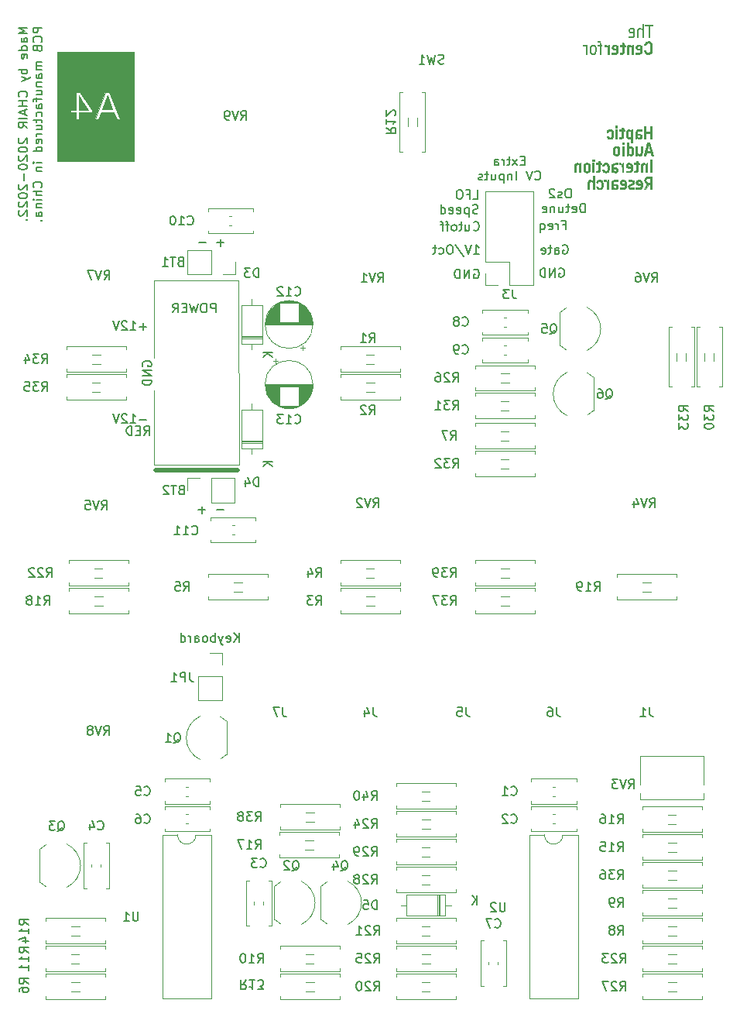
<source format=gbr>
G04 #@! TF.GenerationSoftware,KiCad,Pcbnew,6.0.9-8da3e8f707~118~ubuntu22.10.1*
G04 #@! TF.CreationDate,2022-11-30T23:30:13+01:00*
G04 #@! TF.ProjectId,ilse,696c7365-2e6b-4696-9361-645f70636258,2*
G04 #@! TF.SameCoordinates,PX5702e0cPY22a4fe8*
G04 #@! TF.FileFunction,Legend,Bot*
G04 #@! TF.FilePolarity,Positive*
%FSLAX46Y46*%
G04 Gerber Fmt 4.6, Leading zero omitted, Abs format (unit mm)*
G04 Created by KiCad (PCBNEW 6.0.9-8da3e8f707~118~ubuntu22.10.1) date 2022-11-30 23:30:13*
%MOMM*%
%LPD*%
G01*
G04 APERTURE LIST*
%ADD10C,0.040000*%
%ADD11C,0.150000*%
%ADD12C,0.120000*%
%ADD13C,0.500000*%
%ADD14C,0.010000*%
G04 APERTURE END LIST*
D10*
G36*
X12709839Y-10756235D02*
G01*
X11621472Y-10756235D01*
X12167919Y-9288541D01*
X12709839Y-10756235D01*
G37*
X12709839Y-10756235D02*
X11621472Y-10756235D01*
X12167919Y-9288541D01*
X12709839Y-10756235D01*
G36*
X9040896Y-9292918D02*
G01*
X9074950Y-9355780D01*
X9112285Y-9421288D01*
X9151790Y-9487801D01*
X9192353Y-9553679D01*
X9232864Y-9617281D01*
X9272211Y-9676968D01*
X9309282Y-9731098D01*
X10090547Y-10828499D01*
X9020266Y-10828499D01*
X9020266Y-9713032D01*
X9019675Y-9653566D01*
X9018078Y-9593782D01*
X9012926Y-9473687D01*
X9006928Y-9353592D01*
X9002200Y-9234343D01*
X9011233Y-9234343D01*
X9040896Y-9292918D01*
G37*
X9040896Y-9292918D02*
X9074950Y-9355780D01*
X9112285Y-9421288D01*
X9151790Y-9487801D01*
X9192353Y-9553679D01*
X9232864Y-9617281D01*
X9272211Y-9676968D01*
X9309282Y-9731098D01*
X10090547Y-10828499D01*
X9020266Y-10828499D01*
X9020266Y-9713032D01*
X9019675Y-9653566D01*
X9018078Y-9593782D01*
X9012926Y-9473687D01*
X9006928Y-9353592D01*
X9002200Y-9234343D01*
X9011233Y-9234343D01*
X9040896Y-9292918D01*
G36*
X6650139Y-16423321D02*
G01*
X6650131Y-11140087D01*
X8130605Y-11140087D01*
X8658986Y-11140087D01*
X8658986Y-11921352D01*
X9020266Y-11921352D01*
X10790535Y-11921352D01*
X11174388Y-11921352D01*
X11490523Y-11094942D01*
X12840808Y-11094942D01*
X13156923Y-11921352D01*
X13536269Y-11921352D01*
X12375658Y-8940800D01*
X11946640Y-8940800D01*
X11093575Y-11140087D01*
X10790535Y-11921352D01*
X9020266Y-11921352D01*
X9020266Y-11140087D01*
X10474420Y-11140087D01*
X10474420Y-10873643D01*
X9115103Y-8940800D01*
X8658986Y-8940800D01*
X8658986Y-10828499D01*
X8130605Y-10828499D01*
X8130605Y-11140087D01*
X6650131Y-11140087D01*
X6650120Y-4543322D01*
X15050120Y-4543322D01*
X15050120Y-16423321D01*
X6650139Y-16423321D01*
G37*
X6650139Y-16423321D02*
X6650131Y-11140087D01*
X8130605Y-11140087D01*
X8658986Y-11140087D01*
X8658986Y-11921352D01*
X9020266Y-11921352D01*
X10790535Y-11921352D01*
X11174388Y-11921352D01*
X11490523Y-11094942D01*
X12840808Y-11094942D01*
X13156923Y-11921352D01*
X13536269Y-11921352D01*
X12375658Y-8940800D01*
X11946640Y-8940800D01*
X11093575Y-11140087D01*
X10790535Y-11921352D01*
X9020266Y-11921352D01*
X9020266Y-11140087D01*
X10474420Y-11140087D01*
X10474420Y-10873643D01*
X9115103Y-8940800D01*
X8658986Y-8940800D01*
X8658986Y-10828499D01*
X8130605Y-10828499D01*
X8130605Y-11140087D01*
X6650131Y-11140087D01*
X6650120Y-4543322D01*
X15050120Y-4543322D01*
X15050120Y-16423321D01*
X6650139Y-16423321D01*
D11*
X61977928Y-25662000D02*
X62073166Y-25614380D01*
X62216023Y-25614380D01*
X62358880Y-25662000D01*
X62454119Y-25757238D01*
X62501738Y-25852476D01*
X62549357Y-26042952D01*
X62549357Y-26185809D01*
X62501738Y-26376285D01*
X62454119Y-26471523D01*
X62358880Y-26566761D01*
X62216023Y-26614380D01*
X62120785Y-26614380D01*
X61977928Y-26566761D01*
X61930309Y-26519142D01*
X61930309Y-26185809D01*
X62120785Y-26185809D01*
X61073166Y-26614380D02*
X61073166Y-26090571D01*
X61120785Y-25995333D01*
X61216023Y-25947714D01*
X61406500Y-25947714D01*
X61501738Y-25995333D01*
X61073166Y-26566761D02*
X61168404Y-26614380D01*
X61406500Y-26614380D01*
X61501738Y-26566761D01*
X61549357Y-26471523D01*
X61549357Y-26376285D01*
X61501738Y-26281047D01*
X61406500Y-26233428D01*
X61168404Y-26233428D01*
X61073166Y-26185809D01*
X60739833Y-25947714D02*
X60358880Y-25947714D01*
X60596976Y-25614380D02*
X60596976Y-26471523D01*
X60549357Y-26566761D01*
X60454119Y-26614380D01*
X60358880Y-26614380D01*
X59644595Y-26566761D02*
X59739833Y-26614380D01*
X59930309Y-26614380D01*
X60025547Y-26566761D01*
X60073166Y-26471523D01*
X60073166Y-26090571D01*
X60025547Y-25995333D01*
X59930309Y-25947714D01*
X59739833Y-25947714D01*
X59644595Y-25995333D01*
X59596976Y-26090571D01*
X59596976Y-26185809D01*
X60073166Y-26281047D01*
X62676357Y-19475380D02*
X62485880Y-19475380D01*
X62390642Y-19523000D01*
X62295404Y-19618238D01*
X62247785Y-19808714D01*
X62247785Y-20142047D01*
X62295404Y-20332523D01*
X62390642Y-20427761D01*
X62485880Y-20475380D01*
X62676357Y-20475380D01*
X62771595Y-20427761D01*
X62866833Y-20332523D01*
X62914452Y-20142047D01*
X62914452Y-19808714D01*
X62866833Y-19618238D01*
X62771595Y-19523000D01*
X62676357Y-19475380D01*
X61866833Y-20427761D02*
X61771595Y-20475380D01*
X61581119Y-20475380D01*
X61485880Y-20427761D01*
X61438261Y-20332523D01*
X61438261Y-20284904D01*
X61485880Y-20189666D01*
X61581119Y-20142047D01*
X61723976Y-20142047D01*
X61819214Y-20094428D01*
X61866833Y-19999190D01*
X61866833Y-19951571D01*
X61819214Y-19856333D01*
X61723976Y-19808714D01*
X61581119Y-19808714D01*
X61485880Y-19856333D01*
X61057309Y-19570619D02*
X61009690Y-19523000D01*
X60914452Y-19475380D01*
X60676357Y-19475380D01*
X60581119Y-19523000D01*
X60533500Y-19570619D01*
X60485880Y-19665857D01*
X60485880Y-19761095D01*
X60533500Y-19903952D01*
X61104928Y-20475380D01*
X60485880Y-20475380D01*
X64390642Y-22085380D02*
X64390642Y-21085380D01*
X64152547Y-21085380D01*
X64009690Y-21133000D01*
X63914452Y-21228238D01*
X63866833Y-21323476D01*
X63819214Y-21513952D01*
X63819214Y-21656809D01*
X63866833Y-21847285D01*
X63914452Y-21942523D01*
X64009690Y-22037761D01*
X64152547Y-22085380D01*
X64390642Y-22085380D01*
X63009690Y-22037761D02*
X63104928Y-22085380D01*
X63295404Y-22085380D01*
X63390642Y-22037761D01*
X63438261Y-21942523D01*
X63438261Y-21561571D01*
X63390642Y-21466333D01*
X63295404Y-21418714D01*
X63104928Y-21418714D01*
X63009690Y-21466333D01*
X62962071Y-21561571D01*
X62962071Y-21656809D01*
X63438261Y-21752047D01*
X62676357Y-21418714D02*
X62295404Y-21418714D01*
X62533500Y-21085380D02*
X62533500Y-21942523D01*
X62485880Y-22037761D01*
X62390642Y-22085380D01*
X62295404Y-22085380D01*
X61533500Y-21418714D02*
X61533500Y-22085380D01*
X61962071Y-21418714D02*
X61962071Y-21942523D01*
X61914452Y-22037761D01*
X61819214Y-22085380D01*
X61676357Y-22085380D01*
X61581119Y-22037761D01*
X61533500Y-21990142D01*
X61057309Y-21418714D02*
X61057309Y-22085380D01*
X61057309Y-21513952D02*
X61009690Y-21466333D01*
X60914452Y-21418714D01*
X60771595Y-21418714D01*
X60676357Y-21466333D01*
X60628738Y-21561571D01*
X60628738Y-22085380D01*
X59771595Y-22037761D02*
X59866833Y-22085380D01*
X60057309Y-22085380D01*
X60152547Y-22037761D01*
X60200166Y-21942523D01*
X60200166Y-21561571D01*
X60152547Y-21466333D01*
X60057309Y-21418714D01*
X59866833Y-21418714D01*
X59771595Y-21466333D01*
X59723976Y-21561571D01*
X59723976Y-21656809D01*
X60200166Y-21752047D01*
X52178976Y-23979142D02*
X52226595Y-24026761D01*
X52369452Y-24074380D01*
X52464690Y-24074380D01*
X52607547Y-24026761D01*
X52702785Y-23931523D01*
X52750404Y-23836285D01*
X52798023Y-23645809D01*
X52798023Y-23502952D01*
X52750404Y-23312476D01*
X52702785Y-23217238D01*
X52607547Y-23122000D01*
X52464690Y-23074380D01*
X52369452Y-23074380D01*
X52226595Y-23122000D01*
X52178976Y-23169619D01*
X51321833Y-23407714D02*
X51321833Y-24074380D01*
X51750404Y-23407714D02*
X51750404Y-23931523D01*
X51702785Y-24026761D01*
X51607547Y-24074380D01*
X51464690Y-24074380D01*
X51369452Y-24026761D01*
X51321833Y-23979142D01*
X50988500Y-23407714D02*
X50607547Y-23407714D01*
X50845642Y-23074380D02*
X50845642Y-23931523D01*
X50798023Y-24026761D01*
X50702785Y-24074380D01*
X50607547Y-24074380D01*
X50131357Y-24074380D02*
X50226595Y-24026761D01*
X50274214Y-23979142D01*
X50321833Y-23883904D01*
X50321833Y-23598190D01*
X50274214Y-23502952D01*
X50226595Y-23455333D01*
X50131357Y-23407714D01*
X49988500Y-23407714D01*
X49893261Y-23455333D01*
X49845642Y-23502952D01*
X49798023Y-23598190D01*
X49798023Y-23883904D01*
X49845642Y-23979142D01*
X49893261Y-24026761D01*
X49988500Y-24074380D01*
X50131357Y-24074380D01*
X49512309Y-23407714D02*
X49131357Y-23407714D01*
X49369452Y-24074380D02*
X49369452Y-23217238D01*
X49321833Y-23122000D01*
X49226595Y-23074380D01*
X49131357Y-23074380D01*
X48940880Y-23407714D02*
X48559928Y-23407714D01*
X48798023Y-24074380D02*
X48798023Y-23217238D01*
X48750404Y-23122000D01*
X48655166Y-23074380D01*
X48559928Y-23074380D01*
X52226595Y-26614380D02*
X52798023Y-26614380D01*
X52512309Y-26614380D02*
X52512309Y-25614380D01*
X52607547Y-25757238D01*
X52702785Y-25852476D01*
X52798023Y-25900095D01*
X51940880Y-25614380D02*
X51607547Y-26614380D01*
X51274214Y-25614380D01*
X50226595Y-25566761D02*
X51083738Y-26852476D01*
X49702785Y-25614380D02*
X49512309Y-25614380D01*
X49417071Y-25662000D01*
X49321833Y-25757238D01*
X49274214Y-25947714D01*
X49274214Y-26281047D01*
X49321833Y-26471523D01*
X49417071Y-26566761D01*
X49512309Y-26614380D01*
X49702785Y-26614380D01*
X49798023Y-26566761D01*
X49893261Y-26471523D01*
X49940880Y-26281047D01*
X49940880Y-25947714D01*
X49893261Y-25757238D01*
X49798023Y-25662000D01*
X49702785Y-25614380D01*
X48417071Y-26566761D02*
X48512309Y-26614380D01*
X48702785Y-26614380D01*
X48798023Y-26566761D01*
X48845642Y-26519142D01*
X48893261Y-26423904D01*
X48893261Y-26138190D01*
X48845642Y-26042952D01*
X48798023Y-25995333D01*
X48702785Y-25947714D01*
X48512309Y-25947714D01*
X48417071Y-25995333D01*
X48131357Y-25947714D02*
X47750404Y-25947714D01*
X47988500Y-25614380D02*
X47988500Y-26471523D01*
X47940880Y-26566761D01*
X47845642Y-26614380D01*
X47750404Y-26614380D01*
X61946166Y-23423571D02*
X62279500Y-23423571D01*
X62279500Y-23947380D02*
X62279500Y-22947380D01*
X61803309Y-22947380D01*
X61422357Y-23947380D02*
X61422357Y-23280714D01*
X61422357Y-23471190D02*
X61374738Y-23375952D01*
X61327119Y-23328333D01*
X61231880Y-23280714D01*
X61136642Y-23280714D01*
X60422357Y-23899761D02*
X60517595Y-23947380D01*
X60708071Y-23947380D01*
X60803309Y-23899761D01*
X60850928Y-23804523D01*
X60850928Y-23423571D01*
X60803309Y-23328333D01*
X60708071Y-23280714D01*
X60517595Y-23280714D01*
X60422357Y-23328333D01*
X60374738Y-23423571D01*
X60374738Y-23518809D01*
X60850928Y-23614047D01*
X59517595Y-23280714D02*
X59517595Y-24280714D01*
X59517595Y-23899761D02*
X59612833Y-23947380D01*
X59803309Y-23947380D01*
X59898547Y-23899761D01*
X59946166Y-23852142D01*
X59993785Y-23756904D01*
X59993785Y-23471190D01*
X59946166Y-23375952D01*
X59898547Y-23328333D01*
X59803309Y-23280714D01*
X59612833Y-23280714D01*
X59517595Y-23328333D01*
X52147214Y-20602380D02*
X52623404Y-20602380D01*
X52623404Y-19602380D01*
X51480547Y-20078571D02*
X51813880Y-20078571D01*
X51813880Y-20602380D02*
X51813880Y-19602380D01*
X51337690Y-19602380D01*
X50766261Y-19602380D02*
X50575785Y-19602380D01*
X50480547Y-19650000D01*
X50385309Y-19745238D01*
X50337690Y-19935714D01*
X50337690Y-20269047D01*
X50385309Y-20459523D01*
X50480547Y-20554761D01*
X50575785Y-20602380D01*
X50766261Y-20602380D01*
X50861500Y-20554761D01*
X50956738Y-20459523D01*
X51004357Y-20269047D01*
X51004357Y-19935714D01*
X50956738Y-19745238D01*
X50861500Y-19650000D01*
X50766261Y-19602380D01*
X52671023Y-22164761D02*
X52528166Y-22212380D01*
X52290071Y-22212380D01*
X52194833Y-22164761D01*
X52147214Y-22117142D01*
X52099595Y-22021904D01*
X52099595Y-21926666D01*
X52147214Y-21831428D01*
X52194833Y-21783809D01*
X52290071Y-21736190D01*
X52480547Y-21688571D01*
X52575785Y-21640952D01*
X52623404Y-21593333D01*
X52671023Y-21498095D01*
X52671023Y-21402857D01*
X52623404Y-21307619D01*
X52575785Y-21260000D01*
X52480547Y-21212380D01*
X52242452Y-21212380D01*
X52099595Y-21260000D01*
X51671023Y-21545714D02*
X51671023Y-22545714D01*
X51671023Y-21593333D02*
X51575785Y-21545714D01*
X51385309Y-21545714D01*
X51290071Y-21593333D01*
X51242452Y-21640952D01*
X51194833Y-21736190D01*
X51194833Y-22021904D01*
X51242452Y-22117142D01*
X51290071Y-22164761D01*
X51385309Y-22212380D01*
X51575785Y-22212380D01*
X51671023Y-22164761D01*
X50385309Y-22164761D02*
X50480547Y-22212380D01*
X50671023Y-22212380D01*
X50766261Y-22164761D01*
X50813880Y-22069523D01*
X50813880Y-21688571D01*
X50766261Y-21593333D01*
X50671023Y-21545714D01*
X50480547Y-21545714D01*
X50385309Y-21593333D01*
X50337690Y-21688571D01*
X50337690Y-21783809D01*
X50813880Y-21879047D01*
X49528166Y-22164761D02*
X49623404Y-22212380D01*
X49813880Y-22212380D01*
X49909119Y-22164761D01*
X49956738Y-22069523D01*
X49956738Y-21688571D01*
X49909119Y-21593333D01*
X49813880Y-21545714D01*
X49623404Y-21545714D01*
X49528166Y-21593333D01*
X49480547Y-21688571D01*
X49480547Y-21783809D01*
X49956738Y-21879047D01*
X48623404Y-22212380D02*
X48623404Y-21212380D01*
X48623404Y-22164761D02*
X48718642Y-22212380D01*
X48909119Y-22212380D01*
X49004357Y-22164761D01*
X49051976Y-22117142D01*
X49099595Y-22021904D01*
X49099595Y-21736190D01*
X49051976Y-21640952D01*
X49004357Y-21593333D01*
X48909119Y-21545714D01*
X48718642Y-21545714D01*
X48623404Y-21593333D01*
X57800666Y-16395571D02*
X57467333Y-16395571D01*
X57324476Y-16919380D02*
X57800666Y-16919380D01*
X57800666Y-15919380D01*
X57324476Y-15919380D01*
X56991142Y-16919380D02*
X56467333Y-16252714D01*
X56991142Y-16252714D02*
X56467333Y-16919380D01*
X56229238Y-16252714D02*
X55848285Y-16252714D01*
X56086380Y-15919380D02*
X56086380Y-16776523D01*
X56038761Y-16871761D01*
X55943523Y-16919380D01*
X55848285Y-16919380D01*
X55514952Y-16919380D02*
X55514952Y-16252714D01*
X55514952Y-16443190D02*
X55467333Y-16347952D01*
X55419714Y-16300333D01*
X55324476Y-16252714D01*
X55229238Y-16252714D01*
X54467333Y-16919380D02*
X54467333Y-16395571D01*
X54514952Y-16300333D01*
X54610190Y-16252714D01*
X54800666Y-16252714D01*
X54895904Y-16300333D01*
X54467333Y-16871761D02*
X54562571Y-16919380D01*
X54800666Y-16919380D01*
X54895904Y-16871761D01*
X54943523Y-16776523D01*
X54943523Y-16681285D01*
X54895904Y-16586047D01*
X54800666Y-16538428D01*
X54562571Y-16538428D01*
X54467333Y-16490809D01*
X58919714Y-18434142D02*
X58967333Y-18481761D01*
X59110190Y-18529380D01*
X59205428Y-18529380D01*
X59348285Y-18481761D01*
X59443523Y-18386523D01*
X59491142Y-18291285D01*
X59538761Y-18100809D01*
X59538761Y-17957952D01*
X59491142Y-17767476D01*
X59443523Y-17672238D01*
X59348285Y-17577000D01*
X59205428Y-17529380D01*
X59110190Y-17529380D01*
X58967333Y-17577000D01*
X58919714Y-17624619D01*
X58634000Y-17529380D02*
X58300666Y-18529380D01*
X57967333Y-17529380D01*
X56872095Y-18529380D02*
X56872095Y-17529380D01*
X56395904Y-17862714D02*
X56395904Y-18529380D01*
X56395904Y-17957952D02*
X56348285Y-17910333D01*
X56253047Y-17862714D01*
X56110190Y-17862714D01*
X56014952Y-17910333D01*
X55967333Y-18005571D01*
X55967333Y-18529380D01*
X55491142Y-17862714D02*
X55491142Y-18862714D01*
X55491142Y-17910333D02*
X55395904Y-17862714D01*
X55205428Y-17862714D01*
X55110190Y-17910333D01*
X55062571Y-17957952D01*
X55014952Y-18053190D01*
X55014952Y-18338904D01*
X55062571Y-18434142D01*
X55110190Y-18481761D01*
X55205428Y-18529380D01*
X55395904Y-18529380D01*
X55491142Y-18481761D01*
X54157809Y-17862714D02*
X54157809Y-18529380D01*
X54586380Y-17862714D02*
X54586380Y-18386523D01*
X54538761Y-18481761D01*
X54443523Y-18529380D01*
X54300666Y-18529380D01*
X54205428Y-18481761D01*
X54157809Y-18434142D01*
X53824476Y-17862714D02*
X53443523Y-17862714D01*
X53681619Y-17529380D02*
X53681619Y-18386523D01*
X53634000Y-18481761D01*
X53538761Y-18529380D01*
X53443523Y-18529380D01*
X53157809Y-18481761D02*
X53062571Y-18529380D01*
X52872095Y-18529380D01*
X52776857Y-18481761D01*
X52729238Y-18386523D01*
X52729238Y-18338904D01*
X52776857Y-18243666D01*
X52872095Y-18196047D01*
X53014952Y-18196047D01*
X53110190Y-18148428D01*
X53157809Y-18053190D01*
X53157809Y-18005571D01*
X53110190Y-17910333D01*
X53014952Y-17862714D01*
X52872095Y-17862714D01*
X52776857Y-17910333D01*
X52226595Y-28329000D02*
X52321833Y-28281380D01*
X52464690Y-28281380D01*
X52607547Y-28329000D01*
X52702785Y-28424238D01*
X52750404Y-28519476D01*
X52798023Y-28709952D01*
X52798023Y-28852809D01*
X52750404Y-29043285D01*
X52702785Y-29138523D01*
X52607547Y-29233761D01*
X52464690Y-29281380D01*
X52369452Y-29281380D01*
X52226595Y-29233761D01*
X52178976Y-29186142D01*
X52178976Y-28852809D01*
X52369452Y-28852809D01*
X51750404Y-29281380D02*
X51750404Y-28281380D01*
X51178976Y-29281380D01*
X51178976Y-28281380D01*
X50702785Y-29281380D02*
X50702785Y-28281380D01*
X50464690Y-28281380D01*
X50321833Y-28329000D01*
X50226595Y-28424238D01*
X50178976Y-28519476D01*
X50131357Y-28709952D01*
X50131357Y-28852809D01*
X50178976Y-29043285D01*
X50226595Y-29138523D01*
X50321833Y-29233761D01*
X50464690Y-29281380D01*
X50702785Y-29281380D01*
X61565214Y-28202000D02*
X61660452Y-28154380D01*
X61803309Y-28154380D01*
X61946166Y-28202000D01*
X62041404Y-28297238D01*
X62089023Y-28392476D01*
X62136642Y-28582952D01*
X62136642Y-28725809D01*
X62089023Y-28916285D01*
X62041404Y-29011523D01*
X61946166Y-29106761D01*
X61803309Y-29154380D01*
X61708071Y-29154380D01*
X61565214Y-29106761D01*
X61517595Y-29059142D01*
X61517595Y-28725809D01*
X61708071Y-28725809D01*
X61089023Y-29154380D02*
X61089023Y-28154380D01*
X60517595Y-29154380D01*
X60517595Y-28154380D01*
X60041404Y-29154380D02*
X60041404Y-28154380D01*
X59803309Y-28154380D01*
X59660452Y-28202000D01*
X59565214Y-28297238D01*
X59517595Y-28392476D01*
X59469976Y-28582952D01*
X59469976Y-28725809D01*
X59517595Y-28916285D01*
X59565214Y-29011523D01*
X59660452Y-29106761D01*
X59803309Y-29154380D01*
X60041404Y-29154380D01*
X22139447Y-25369828D02*
X22901352Y-25369828D01*
X24139447Y-25369828D02*
X24901352Y-25369828D01*
X24520400Y-25750780D02*
X24520400Y-24988876D01*
X3406580Y-1859595D02*
X2406580Y-1859595D01*
X3120866Y-2192928D01*
X2406580Y-2526261D01*
X3406580Y-2526261D01*
X3406580Y-3431023D02*
X2882771Y-3431023D01*
X2787533Y-3383404D01*
X2739914Y-3288166D01*
X2739914Y-3097690D01*
X2787533Y-3002452D01*
X3358961Y-3431023D02*
X3406580Y-3335785D01*
X3406580Y-3097690D01*
X3358961Y-3002452D01*
X3263723Y-2954833D01*
X3168485Y-2954833D01*
X3073247Y-3002452D01*
X3025628Y-3097690D01*
X3025628Y-3335785D01*
X2978009Y-3431023D01*
X3406580Y-4335785D02*
X2406580Y-4335785D01*
X3358961Y-4335785D02*
X3406580Y-4240547D01*
X3406580Y-4050071D01*
X3358961Y-3954833D01*
X3311342Y-3907214D01*
X3216104Y-3859595D01*
X2930390Y-3859595D01*
X2835152Y-3907214D01*
X2787533Y-3954833D01*
X2739914Y-4050071D01*
X2739914Y-4240547D01*
X2787533Y-4335785D01*
X3358961Y-5192928D02*
X3406580Y-5097690D01*
X3406580Y-4907214D01*
X3358961Y-4811976D01*
X3263723Y-4764357D01*
X2882771Y-4764357D01*
X2787533Y-4811976D01*
X2739914Y-4907214D01*
X2739914Y-5097690D01*
X2787533Y-5192928D01*
X2882771Y-5240547D01*
X2978009Y-5240547D01*
X3073247Y-4764357D01*
X3406580Y-6431023D02*
X2406580Y-6431023D01*
X2787533Y-6431023D02*
X2739914Y-6526261D01*
X2739914Y-6716738D01*
X2787533Y-6811976D01*
X2835152Y-6859595D01*
X2930390Y-6907214D01*
X3216104Y-6907214D01*
X3311342Y-6859595D01*
X3358961Y-6811976D01*
X3406580Y-6716738D01*
X3406580Y-6526261D01*
X3358961Y-6431023D01*
X2739914Y-7240547D02*
X3406580Y-7478642D01*
X2739914Y-7716738D02*
X3406580Y-7478642D01*
X3644676Y-7383404D01*
X3692295Y-7335785D01*
X3739914Y-7240547D01*
X3311342Y-9431023D02*
X3358961Y-9383404D01*
X3406580Y-9240547D01*
X3406580Y-9145309D01*
X3358961Y-9002452D01*
X3263723Y-8907214D01*
X3168485Y-8859595D01*
X2978009Y-8811976D01*
X2835152Y-8811976D01*
X2644676Y-8859595D01*
X2549438Y-8907214D01*
X2454200Y-9002452D01*
X2406580Y-9145309D01*
X2406580Y-9240547D01*
X2454200Y-9383404D01*
X2501819Y-9431023D01*
X3406580Y-9859595D02*
X2406580Y-9859595D01*
X2882771Y-9859595D02*
X2882771Y-10431023D01*
X3406580Y-10431023D02*
X2406580Y-10431023D01*
X3120866Y-10859595D02*
X3120866Y-11335785D01*
X3406580Y-10764357D02*
X2406580Y-11097690D01*
X3406580Y-11431023D01*
X3406580Y-11764357D02*
X2406580Y-11764357D01*
X3406580Y-12811976D02*
X2930390Y-12478642D01*
X3406580Y-12240547D02*
X2406580Y-12240547D01*
X2406580Y-12621500D01*
X2454200Y-12716738D01*
X2501819Y-12764357D01*
X2597057Y-12811976D01*
X2739914Y-12811976D01*
X2835152Y-12764357D01*
X2882771Y-12716738D01*
X2930390Y-12621500D01*
X2930390Y-12240547D01*
X2501819Y-13954833D02*
X2454200Y-14002452D01*
X2406580Y-14097690D01*
X2406580Y-14335785D01*
X2454200Y-14431023D01*
X2501819Y-14478642D01*
X2597057Y-14526261D01*
X2692295Y-14526261D01*
X2835152Y-14478642D01*
X3406580Y-13907214D01*
X3406580Y-14526261D01*
X2406580Y-15145309D02*
X2406580Y-15240547D01*
X2454200Y-15335785D01*
X2501819Y-15383404D01*
X2597057Y-15431023D01*
X2787533Y-15478642D01*
X3025628Y-15478642D01*
X3216104Y-15431023D01*
X3311342Y-15383404D01*
X3358961Y-15335785D01*
X3406580Y-15240547D01*
X3406580Y-15145309D01*
X3358961Y-15050071D01*
X3311342Y-15002452D01*
X3216104Y-14954833D01*
X3025628Y-14907214D01*
X2787533Y-14907214D01*
X2597057Y-14954833D01*
X2501819Y-15002452D01*
X2454200Y-15050071D01*
X2406580Y-15145309D01*
X2501819Y-15859595D02*
X2454200Y-15907214D01*
X2406580Y-16002452D01*
X2406580Y-16240547D01*
X2454200Y-16335785D01*
X2501819Y-16383404D01*
X2597057Y-16431023D01*
X2692295Y-16431023D01*
X2835152Y-16383404D01*
X3406580Y-15811976D01*
X3406580Y-16431023D01*
X2406580Y-17050071D02*
X2406580Y-17145309D01*
X2454200Y-17240547D01*
X2501819Y-17288166D01*
X2597057Y-17335785D01*
X2787533Y-17383404D01*
X3025628Y-17383404D01*
X3216104Y-17335785D01*
X3311342Y-17288166D01*
X3358961Y-17240547D01*
X3406580Y-17145309D01*
X3406580Y-17050071D01*
X3358961Y-16954833D01*
X3311342Y-16907214D01*
X3216104Y-16859595D01*
X3025628Y-16811976D01*
X2787533Y-16811976D01*
X2597057Y-16859595D01*
X2501819Y-16907214D01*
X2454200Y-16954833D01*
X2406580Y-17050071D01*
X3025628Y-17811976D02*
X3025628Y-18573880D01*
X2501819Y-19002452D02*
X2454200Y-19050071D01*
X2406580Y-19145309D01*
X2406580Y-19383404D01*
X2454200Y-19478642D01*
X2501819Y-19526261D01*
X2597057Y-19573880D01*
X2692295Y-19573880D01*
X2835152Y-19526261D01*
X3406580Y-18954833D01*
X3406580Y-19573880D01*
X2406580Y-20192928D02*
X2406580Y-20288166D01*
X2454200Y-20383404D01*
X2501819Y-20431023D01*
X2597057Y-20478642D01*
X2787533Y-20526261D01*
X3025628Y-20526261D01*
X3216104Y-20478642D01*
X3311342Y-20431023D01*
X3358961Y-20383404D01*
X3406580Y-20288166D01*
X3406580Y-20192928D01*
X3358961Y-20097690D01*
X3311342Y-20050071D01*
X3216104Y-20002452D01*
X3025628Y-19954833D01*
X2787533Y-19954833D01*
X2597057Y-20002452D01*
X2501819Y-20050071D01*
X2454200Y-20097690D01*
X2406580Y-20192928D01*
X2501819Y-20907214D02*
X2454200Y-20954833D01*
X2406580Y-21050071D01*
X2406580Y-21288166D01*
X2454200Y-21383404D01*
X2501819Y-21431023D01*
X2597057Y-21478642D01*
X2692295Y-21478642D01*
X2835152Y-21431023D01*
X3406580Y-20859595D01*
X3406580Y-21478642D01*
X2501819Y-21859595D02*
X2454200Y-21907214D01*
X2406580Y-22002452D01*
X2406580Y-22240547D01*
X2454200Y-22335785D01*
X2501819Y-22383404D01*
X2597057Y-22431023D01*
X2692295Y-22431023D01*
X2835152Y-22383404D01*
X3406580Y-21811976D01*
X3406580Y-22431023D01*
X3311342Y-22859595D02*
X3358961Y-22907214D01*
X3406580Y-22859595D01*
X3358961Y-22811976D01*
X3311342Y-22859595D01*
X3406580Y-22859595D01*
X5016580Y-1859595D02*
X4016580Y-1859595D01*
X4016580Y-2240547D01*
X4064200Y-2335785D01*
X4111819Y-2383404D01*
X4207057Y-2431023D01*
X4349914Y-2431023D01*
X4445152Y-2383404D01*
X4492771Y-2335785D01*
X4540390Y-2240547D01*
X4540390Y-1859595D01*
X4921342Y-3431023D02*
X4968961Y-3383404D01*
X5016580Y-3240547D01*
X5016580Y-3145309D01*
X4968961Y-3002452D01*
X4873723Y-2907214D01*
X4778485Y-2859595D01*
X4588009Y-2811976D01*
X4445152Y-2811976D01*
X4254676Y-2859595D01*
X4159438Y-2907214D01*
X4064200Y-3002452D01*
X4016580Y-3145309D01*
X4016580Y-3240547D01*
X4064200Y-3383404D01*
X4111819Y-3431023D01*
X4492771Y-4192928D02*
X4540390Y-4335785D01*
X4588009Y-4383404D01*
X4683247Y-4431023D01*
X4826104Y-4431023D01*
X4921342Y-4383404D01*
X4968961Y-4335785D01*
X5016580Y-4240547D01*
X5016580Y-3859595D01*
X4016580Y-3859595D01*
X4016580Y-4192928D01*
X4064200Y-4288166D01*
X4111819Y-4335785D01*
X4207057Y-4383404D01*
X4302295Y-4383404D01*
X4397533Y-4335785D01*
X4445152Y-4288166D01*
X4492771Y-4192928D01*
X4492771Y-3859595D01*
X5016580Y-5621500D02*
X4349914Y-5621500D01*
X4445152Y-5621500D02*
X4397533Y-5669119D01*
X4349914Y-5764357D01*
X4349914Y-5907214D01*
X4397533Y-6002452D01*
X4492771Y-6050071D01*
X5016580Y-6050071D01*
X4492771Y-6050071D02*
X4397533Y-6097690D01*
X4349914Y-6192928D01*
X4349914Y-6335785D01*
X4397533Y-6431023D01*
X4492771Y-6478642D01*
X5016580Y-6478642D01*
X5016580Y-7383404D02*
X4492771Y-7383404D01*
X4397533Y-7335785D01*
X4349914Y-7240547D01*
X4349914Y-7050071D01*
X4397533Y-6954833D01*
X4968961Y-7383404D02*
X5016580Y-7288166D01*
X5016580Y-7050071D01*
X4968961Y-6954833D01*
X4873723Y-6907214D01*
X4778485Y-6907214D01*
X4683247Y-6954833D01*
X4635628Y-7050071D01*
X4635628Y-7288166D01*
X4588009Y-7383404D01*
X4349914Y-7859595D02*
X5016580Y-7859595D01*
X4445152Y-7859595D02*
X4397533Y-7907214D01*
X4349914Y-8002452D01*
X4349914Y-8145309D01*
X4397533Y-8240547D01*
X4492771Y-8288166D01*
X5016580Y-8288166D01*
X4349914Y-9192928D02*
X5016580Y-9192928D01*
X4349914Y-8764357D02*
X4873723Y-8764357D01*
X4968961Y-8811976D01*
X5016580Y-8907214D01*
X5016580Y-9050071D01*
X4968961Y-9145309D01*
X4921342Y-9192928D01*
X4349914Y-9526261D02*
X4349914Y-9907214D01*
X5016580Y-9669119D02*
X4159438Y-9669119D01*
X4064200Y-9716738D01*
X4016580Y-9811976D01*
X4016580Y-9907214D01*
X5016580Y-10669119D02*
X4492771Y-10669119D01*
X4397533Y-10621500D01*
X4349914Y-10526261D01*
X4349914Y-10335785D01*
X4397533Y-10240547D01*
X4968961Y-10669119D02*
X5016580Y-10573880D01*
X5016580Y-10335785D01*
X4968961Y-10240547D01*
X4873723Y-10192928D01*
X4778485Y-10192928D01*
X4683247Y-10240547D01*
X4635628Y-10335785D01*
X4635628Y-10573880D01*
X4588009Y-10669119D01*
X4968961Y-11573880D02*
X5016580Y-11478642D01*
X5016580Y-11288166D01*
X4968961Y-11192928D01*
X4921342Y-11145309D01*
X4826104Y-11097690D01*
X4540390Y-11097690D01*
X4445152Y-11145309D01*
X4397533Y-11192928D01*
X4349914Y-11288166D01*
X4349914Y-11478642D01*
X4397533Y-11573880D01*
X4349914Y-11859595D02*
X4349914Y-12240547D01*
X4016580Y-12002452D02*
X4873723Y-12002452D01*
X4968961Y-12050071D01*
X5016580Y-12145309D01*
X5016580Y-12240547D01*
X4349914Y-13002452D02*
X5016580Y-13002452D01*
X4349914Y-12573880D02*
X4873723Y-12573880D01*
X4968961Y-12621500D01*
X5016580Y-12716738D01*
X5016580Y-12859595D01*
X4968961Y-12954833D01*
X4921342Y-13002452D01*
X5016580Y-13478642D02*
X4349914Y-13478642D01*
X4540390Y-13478642D02*
X4445152Y-13526261D01*
X4397533Y-13573880D01*
X4349914Y-13669119D01*
X4349914Y-13764357D01*
X4968961Y-14478642D02*
X5016580Y-14383404D01*
X5016580Y-14192928D01*
X4968961Y-14097690D01*
X4873723Y-14050071D01*
X4492771Y-14050071D01*
X4397533Y-14097690D01*
X4349914Y-14192928D01*
X4349914Y-14383404D01*
X4397533Y-14478642D01*
X4492771Y-14526261D01*
X4588009Y-14526261D01*
X4683247Y-14050071D01*
X5016580Y-15383404D02*
X4016580Y-15383404D01*
X4968961Y-15383404D02*
X5016580Y-15288166D01*
X5016580Y-15097690D01*
X4968961Y-15002452D01*
X4921342Y-14954833D01*
X4826104Y-14907214D01*
X4540390Y-14907214D01*
X4445152Y-14954833D01*
X4397533Y-15002452D01*
X4349914Y-15097690D01*
X4349914Y-15288166D01*
X4397533Y-15383404D01*
X5016580Y-16621500D02*
X4349914Y-16621500D01*
X4016580Y-16621500D02*
X4064200Y-16573880D01*
X4111819Y-16621500D01*
X4064200Y-16669119D01*
X4016580Y-16621500D01*
X4111819Y-16621500D01*
X4349914Y-17097690D02*
X5016580Y-17097690D01*
X4445152Y-17097690D02*
X4397533Y-17145309D01*
X4349914Y-17240547D01*
X4349914Y-17383404D01*
X4397533Y-17478642D01*
X4492771Y-17526261D01*
X5016580Y-17526261D01*
X4921342Y-19335785D02*
X4968961Y-19288166D01*
X5016580Y-19145309D01*
X5016580Y-19050071D01*
X4968961Y-18907214D01*
X4873723Y-18811976D01*
X4778485Y-18764357D01*
X4588009Y-18716738D01*
X4445152Y-18716738D01*
X4254676Y-18764357D01*
X4159438Y-18811976D01*
X4064200Y-18907214D01*
X4016580Y-19050071D01*
X4016580Y-19145309D01*
X4064200Y-19288166D01*
X4111819Y-19335785D01*
X5016580Y-19764357D02*
X4016580Y-19764357D01*
X5016580Y-20192928D02*
X4492771Y-20192928D01*
X4397533Y-20145309D01*
X4349914Y-20050071D01*
X4349914Y-19907214D01*
X4397533Y-19811976D01*
X4445152Y-19764357D01*
X5016580Y-20669119D02*
X4349914Y-20669119D01*
X4016580Y-20669119D02*
X4064200Y-20621500D01*
X4111819Y-20669119D01*
X4064200Y-20716738D01*
X4016580Y-20669119D01*
X4111819Y-20669119D01*
X4349914Y-21145309D02*
X5016580Y-21145309D01*
X4445152Y-21145309D02*
X4397533Y-21192928D01*
X4349914Y-21288166D01*
X4349914Y-21431023D01*
X4397533Y-21526261D01*
X4492771Y-21573880D01*
X5016580Y-21573880D01*
X5016580Y-22478642D02*
X4492771Y-22478642D01*
X4397533Y-22431023D01*
X4349914Y-22335785D01*
X4349914Y-22145309D01*
X4397533Y-22050071D01*
X4968961Y-22478642D02*
X5016580Y-22383404D01*
X5016580Y-22145309D01*
X4968961Y-22050071D01*
X4873723Y-22002452D01*
X4778485Y-22002452D01*
X4683247Y-22050071D01*
X4635628Y-22145309D01*
X4635628Y-22383404D01*
X4588009Y-22478642D01*
X4921342Y-22954833D02*
X4968961Y-23002452D01*
X5016580Y-22954833D01*
X4968961Y-22907214D01*
X4921342Y-22954833D01*
X5016580Y-22954833D01*
X22088647Y-54579828D02*
X22850552Y-54579828D01*
X22469600Y-54960780D02*
X22469600Y-54198876D01*
X24088647Y-54579828D02*
X24850552Y-54579828D01*
X31321333Y-76178980D02*
X31321333Y-76893266D01*
X31368952Y-77036123D01*
X31464190Y-77131361D01*
X31607047Y-77178980D01*
X31702285Y-77178980D01*
X30940380Y-76178980D02*
X30273714Y-76178980D01*
X30702285Y-77178980D01*
X11517238Y-54554380D02*
X11850571Y-54078190D01*
X12088666Y-54554380D02*
X12088666Y-53554380D01*
X11707714Y-53554380D01*
X11612476Y-53602000D01*
X11564857Y-53649619D01*
X11517238Y-53744857D01*
X11517238Y-53887714D01*
X11564857Y-53982952D01*
X11612476Y-54030571D01*
X11707714Y-54078190D01*
X12088666Y-54078190D01*
X11231523Y-53554380D02*
X10898190Y-54554380D01*
X10564857Y-53554380D01*
X9755333Y-53554380D02*
X10231523Y-53554380D01*
X10279142Y-54030571D01*
X10231523Y-53982952D01*
X10136285Y-53935333D01*
X9898190Y-53935333D01*
X9802952Y-53982952D01*
X9755333Y-54030571D01*
X9707714Y-54125809D01*
X9707714Y-54363904D01*
X9755333Y-54459142D01*
X9802952Y-54506761D01*
X9898190Y-54554380D01*
X10136285Y-54554380D01*
X10231523Y-54506761D01*
X10279142Y-54459142D01*
X11771238Y-79192380D02*
X12104571Y-78716190D01*
X12342666Y-79192380D02*
X12342666Y-78192380D01*
X11961714Y-78192380D01*
X11866476Y-78240000D01*
X11818857Y-78287619D01*
X11771238Y-78382857D01*
X11771238Y-78525714D01*
X11818857Y-78620952D01*
X11866476Y-78668571D01*
X11961714Y-78716190D01*
X12342666Y-78716190D01*
X11485523Y-78192380D02*
X11152190Y-79192380D01*
X10818857Y-78192380D01*
X10342666Y-78620952D02*
X10437904Y-78573333D01*
X10485523Y-78525714D01*
X10533142Y-78430476D01*
X10533142Y-78382857D01*
X10485523Y-78287619D01*
X10437904Y-78240000D01*
X10342666Y-78192380D01*
X10152190Y-78192380D01*
X10056952Y-78240000D01*
X10009333Y-78287619D01*
X9961714Y-78382857D01*
X9961714Y-78430476D01*
X10009333Y-78525714D01*
X10056952Y-78573333D01*
X10152190Y-78620952D01*
X10342666Y-78620952D01*
X10437904Y-78668571D01*
X10485523Y-78716190D01*
X10533142Y-78811428D01*
X10533142Y-79001904D01*
X10485523Y-79097142D01*
X10437904Y-79144761D01*
X10342666Y-79192380D01*
X10152190Y-79192380D01*
X10056952Y-79144761D01*
X10009333Y-79097142D01*
X9961714Y-79001904D01*
X9961714Y-78811428D01*
X10009333Y-78716190D01*
X10056952Y-78668571D01*
X10152190Y-78620952D01*
X48932933Y-5789561D02*
X48790076Y-5837180D01*
X48551980Y-5837180D01*
X48456742Y-5789561D01*
X48409123Y-5741942D01*
X48361504Y-5646704D01*
X48361504Y-5551466D01*
X48409123Y-5456228D01*
X48456742Y-5408609D01*
X48551980Y-5360990D01*
X48742457Y-5313371D01*
X48837695Y-5265752D01*
X48885314Y-5218133D01*
X48932933Y-5122895D01*
X48932933Y-5027657D01*
X48885314Y-4932419D01*
X48837695Y-4884800D01*
X48742457Y-4837180D01*
X48504361Y-4837180D01*
X48361504Y-4884800D01*
X48028171Y-4837180D02*
X47790076Y-5837180D01*
X47599600Y-5122895D01*
X47409123Y-5837180D01*
X47171028Y-4837180D01*
X46266266Y-5837180D02*
X46837695Y-5837180D01*
X46551980Y-5837180D02*
X46551980Y-4837180D01*
X46647219Y-4980038D01*
X46742457Y-5075276D01*
X46837695Y-5122895D01*
X41235238Y-54300380D02*
X41568571Y-53824190D01*
X41806666Y-54300380D02*
X41806666Y-53300380D01*
X41425714Y-53300380D01*
X41330476Y-53348000D01*
X41282857Y-53395619D01*
X41235238Y-53490857D01*
X41235238Y-53633714D01*
X41282857Y-53728952D01*
X41330476Y-53776571D01*
X41425714Y-53824190D01*
X41806666Y-53824190D01*
X40949523Y-53300380D02*
X40616190Y-54300380D01*
X40282857Y-53300380D01*
X39997142Y-53395619D02*
X39949523Y-53348000D01*
X39854285Y-53300380D01*
X39616190Y-53300380D01*
X39520952Y-53348000D01*
X39473333Y-53395619D01*
X39425714Y-53490857D01*
X39425714Y-53586095D01*
X39473333Y-53728952D01*
X40044761Y-54300380D01*
X39425714Y-54300380D01*
X71471338Y-54300380D02*
X71804671Y-53824190D01*
X72042766Y-54300380D02*
X72042766Y-53300380D01*
X71661814Y-53300380D01*
X71566576Y-53348000D01*
X71518957Y-53395619D01*
X71471338Y-53490857D01*
X71471338Y-53633714D01*
X71518957Y-53728952D01*
X71566576Y-53776571D01*
X71661814Y-53824190D01*
X72042766Y-53824190D01*
X71185623Y-53300380D02*
X70852290Y-54300380D01*
X70518957Y-53300380D01*
X69757052Y-53633714D02*
X69757052Y-54300380D01*
X69995147Y-53252761D02*
X70233242Y-53967047D01*
X69614195Y-53967047D01*
X71715238Y-29662380D02*
X72048571Y-29186190D01*
X72286666Y-29662380D02*
X72286666Y-28662380D01*
X71905714Y-28662380D01*
X71810476Y-28710000D01*
X71762857Y-28757619D01*
X71715238Y-28852857D01*
X71715238Y-28995714D01*
X71762857Y-29090952D01*
X71810476Y-29138571D01*
X71905714Y-29186190D01*
X72286666Y-29186190D01*
X71429523Y-28662380D02*
X71096190Y-29662380D01*
X70762857Y-28662380D01*
X70000952Y-28662380D02*
X70191428Y-28662380D01*
X70286666Y-28710000D01*
X70334285Y-28757619D01*
X70429523Y-28900476D01*
X70477142Y-29090952D01*
X70477142Y-29471904D01*
X70429523Y-29567142D01*
X70381904Y-29614761D01*
X70286666Y-29662380D01*
X70096190Y-29662380D01*
X70000952Y-29614761D01*
X69953333Y-29567142D01*
X69905714Y-29471904D01*
X69905714Y-29233809D01*
X69953333Y-29138571D01*
X70000952Y-29090952D01*
X70096190Y-29043333D01*
X70286666Y-29043333D01*
X70381904Y-29090952D01*
X70429523Y-29138571D01*
X70477142Y-29233809D01*
X11802338Y-29408380D02*
X12135671Y-28932190D01*
X12373766Y-29408380D02*
X12373766Y-28408380D01*
X11992814Y-28408380D01*
X11897576Y-28456000D01*
X11849957Y-28503619D01*
X11802338Y-28598857D01*
X11802338Y-28741714D01*
X11849957Y-28836952D01*
X11897576Y-28884571D01*
X11992814Y-28932190D01*
X12373766Y-28932190D01*
X11516623Y-28408380D02*
X11183290Y-29408380D01*
X10849957Y-28408380D01*
X10611861Y-28408380D02*
X9945195Y-28408380D01*
X10373766Y-29408380D01*
X41743238Y-29662380D02*
X42076571Y-29186190D01*
X42314666Y-29662380D02*
X42314666Y-28662380D01*
X41933714Y-28662380D01*
X41838476Y-28710000D01*
X41790857Y-28757619D01*
X41743238Y-28852857D01*
X41743238Y-28995714D01*
X41790857Y-29090952D01*
X41838476Y-29138571D01*
X41933714Y-29186190D01*
X42314666Y-29186190D01*
X41457523Y-28662380D02*
X41124190Y-29662380D01*
X40790857Y-28662380D01*
X39933714Y-29662380D02*
X40505142Y-29662380D01*
X40219428Y-29662380D02*
X40219428Y-28662380D01*
X40314666Y-28805238D01*
X40409904Y-28900476D01*
X40505142Y-28948095D01*
X41227333Y-76160380D02*
X41227333Y-76874666D01*
X41274952Y-77017523D01*
X41370190Y-77112761D01*
X41513047Y-77160380D01*
X41608285Y-77160380D01*
X40322571Y-76493714D02*
X40322571Y-77160380D01*
X40560666Y-76112761D02*
X40798761Y-76827047D01*
X40179714Y-76827047D01*
X51387333Y-76160380D02*
X51387333Y-76874666D01*
X51434952Y-77017523D01*
X51530190Y-77112761D01*
X51673047Y-77160380D01*
X51768285Y-77160380D01*
X50434952Y-76160380D02*
X50911142Y-76160380D01*
X50958761Y-76636571D01*
X50911142Y-76588952D01*
X50815904Y-76541333D01*
X50577809Y-76541333D01*
X50482571Y-76588952D01*
X50434952Y-76636571D01*
X50387333Y-76731809D01*
X50387333Y-76969904D01*
X50434952Y-77065142D01*
X50482571Y-77112761D01*
X50577809Y-77160380D01*
X50815904Y-77160380D01*
X50911142Y-77112761D01*
X50958761Y-77065142D01*
X71453333Y-76160380D02*
X71453333Y-76874666D01*
X71500952Y-77017523D01*
X71596190Y-77112761D01*
X71739047Y-77160380D01*
X71834285Y-77160380D01*
X70453333Y-77160380D02*
X71024761Y-77160380D01*
X70739047Y-77160380D02*
X70739047Y-76160380D01*
X70834285Y-76303238D01*
X70929523Y-76398476D01*
X71024761Y-76446095D01*
X61293333Y-76160380D02*
X61293333Y-76874666D01*
X61340952Y-77017523D01*
X61436190Y-77112761D01*
X61579047Y-77160380D01*
X61674285Y-77160380D01*
X60388571Y-76160380D02*
X60579047Y-76160380D01*
X60674285Y-76208000D01*
X60721904Y-76255619D01*
X60817142Y-76398476D01*
X60864761Y-76588952D01*
X60864761Y-76969904D01*
X60817142Y-77065142D01*
X60769523Y-77112761D01*
X60674285Y-77160380D01*
X60483809Y-77160380D01*
X60388571Y-77112761D01*
X60340952Y-77065142D01*
X60293333Y-76969904D01*
X60293333Y-76731809D01*
X60340952Y-76636571D01*
X60388571Y-76588952D01*
X60483809Y-76541333D01*
X60674285Y-76541333D01*
X60769523Y-76588952D01*
X60817142Y-76636571D01*
X60864761Y-76731809D01*
X26757238Y-11963980D02*
X27090571Y-11487790D01*
X27328666Y-11963980D02*
X27328666Y-10963980D01*
X26947714Y-10963980D01*
X26852476Y-11011600D01*
X26804857Y-11059219D01*
X26757238Y-11154457D01*
X26757238Y-11297314D01*
X26804857Y-11392552D01*
X26852476Y-11440171D01*
X26947714Y-11487790D01*
X27328666Y-11487790D01*
X26471523Y-10963980D02*
X26138190Y-11963980D01*
X25804857Y-10963980D01*
X25423904Y-11963980D02*
X25233428Y-11963980D01*
X25138190Y-11916361D01*
X25090571Y-11868742D01*
X24995333Y-11725885D01*
X24947714Y-11535409D01*
X24947714Y-11154457D01*
X24995333Y-11059219D01*
X25042952Y-11011600D01*
X25138190Y-10963980D01*
X25328666Y-10963980D01*
X25423904Y-11011600D01*
X25471523Y-11059219D01*
X25519142Y-11154457D01*
X25519142Y-11392552D01*
X25471523Y-11487790D01*
X25423904Y-11535409D01*
X25328666Y-11583028D01*
X25138190Y-11583028D01*
X25042952Y-11535409D01*
X24995333Y-11487790D01*
X24947714Y-11392552D01*
X32656957Y-31089742D02*
X32704576Y-31137361D01*
X32847433Y-31184980D01*
X32942671Y-31184980D01*
X33085528Y-31137361D01*
X33180766Y-31042123D01*
X33228385Y-30946885D01*
X33276004Y-30756409D01*
X33276004Y-30613552D01*
X33228385Y-30423076D01*
X33180766Y-30327838D01*
X33085528Y-30232600D01*
X32942671Y-30184980D01*
X32847433Y-30184980D01*
X32704576Y-30232600D01*
X32656957Y-30280219D01*
X31704576Y-31184980D02*
X32276004Y-31184980D01*
X31990290Y-31184980D02*
X31990290Y-30184980D01*
X32085528Y-30327838D01*
X32180766Y-30423076D01*
X32276004Y-30470695D01*
X31323623Y-30280219D02*
X31276004Y-30232600D01*
X31180766Y-30184980D01*
X30942671Y-30184980D01*
X30847433Y-30232600D01*
X30799814Y-30280219D01*
X30752195Y-30375457D01*
X30752195Y-30470695D01*
X30799814Y-30613552D01*
X31371242Y-31184980D01*
X30752195Y-31184980D01*
X20115114Y-27411371D02*
X19972257Y-27458990D01*
X19924638Y-27506609D01*
X19877019Y-27601847D01*
X19877019Y-27744704D01*
X19924638Y-27839942D01*
X19972257Y-27887561D01*
X20067495Y-27935180D01*
X20448447Y-27935180D01*
X20448447Y-26935180D01*
X20115114Y-26935180D01*
X20019876Y-26982800D01*
X19972257Y-27030419D01*
X19924638Y-27125657D01*
X19924638Y-27220895D01*
X19972257Y-27316133D01*
X20019876Y-27363752D01*
X20115114Y-27411371D01*
X20448447Y-27411371D01*
X19591304Y-26935180D02*
X19019876Y-26935180D01*
X19305590Y-27935180D02*
X19305590Y-26935180D01*
X18162733Y-27935180D02*
X18734161Y-27935180D01*
X18448447Y-27935180D02*
X18448447Y-26935180D01*
X18543685Y-27078038D01*
X18638923Y-27173276D01*
X18734161Y-27220895D01*
X32656957Y-45059742D02*
X32704576Y-45107361D01*
X32847433Y-45154980D01*
X32942671Y-45154980D01*
X33085528Y-45107361D01*
X33180766Y-45012123D01*
X33228385Y-44916885D01*
X33276004Y-44726409D01*
X33276004Y-44583552D01*
X33228385Y-44393076D01*
X33180766Y-44297838D01*
X33085528Y-44202600D01*
X32942671Y-44154980D01*
X32847433Y-44154980D01*
X32704576Y-44202600D01*
X32656957Y-44250219D01*
X31704576Y-45154980D02*
X32276004Y-45154980D01*
X31990290Y-45154980D02*
X31990290Y-44154980D01*
X32085528Y-44297838D01*
X32180766Y-44393076D01*
X32276004Y-44440695D01*
X31371242Y-44154980D02*
X30752195Y-44154980D01*
X31085528Y-44535933D01*
X30942671Y-44535933D01*
X30847433Y-44583552D01*
X30799814Y-44631171D01*
X30752195Y-44726409D01*
X30752195Y-44964504D01*
X30799814Y-45059742D01*
X30847433Y-45107361D01*
X30942671Y-45154980D01*
X31228385Y-45154980D01*
X31323623Y-45107361D01*
X31371242Y-45059742D01*
X67962957Y-94938980D02*
X68296290Y-94462790D01*
X68534385Y-94938980D02*
X68534385Y-93938980D01*
X68153433Y-93938980D01*
X68058195Y-93986600D01*
X68010576Y-94034219D01*
X67962957Y-94129457D01*
X67962957Y-94272314D01*
X68010576Y-94367552D01*
X68058195Y-94415171D01*
X68153433Y-94462790D01*
X68534385Y-94462790D01*
X67629623Y-93938980D02*
X67010576Y-93938980D01*
X67343909Y-94319933D01*
X67201052Y-94319933D01*
X67105814Y-94367552D01*
X67058195Y-94415171D01*
X67010576Y-94510409D01*
X67010576Y-94748504D01*
X67058195Y-94843742D01*
X67105814Y-94891361D01*
X67201052Y-94938980D01*
X67486766Y-94938980D01*
X67582004Y-94891361D01*
X67629623Y-94843742D01*
X66153433Y-93938980D02*
X66343909Y-93938980D01*
X66439147Y-93986600D01*
X66486766Y-94034219D01*
X66582004Y-94177076D01*
X66629623Y-94367552D01*
X66629623Y-94748504D01*
X66582004Y-94843742D01*
X66534385Y-94891361D01*
X66439147Y-94938980D01*
X66248671Y-94938980D01*
X66153433Y-94891361D01*
X66105814Y-94843742D01*
X66058195Y-94748504D01*
X66058195Y-94510409D01*
X66105814Y-94415171D01*
X66153433Y-94367552D01*
X66248671Y-94319933D01*
X66439147Y-94319933D01*
X66534385Y-94367552D01*
X66582004Y-94415171D01*
X66629623Y-94510409D01*
X49928957Y-43630980D02*
X50262290Y-43154790D01*
X50500385Y-43630980D02*
X50500385Y-42630980D01*
X50119433Y-42630980D01*
X50024195Y-42678600D01*
X49976576Y-42726219D01*
X49928957Y-42821457D01*
X49928957Y-42964314D01*
X49976576Y-43059552D01*
X50024195Y-43107171D01*
X50119433Y-43154790D01*
X50500385Y-43154790D01*
X49595623Y-42630980D02*
X48976576Y-42630980D01*
X49309909Y-43011933D01*
X49167052Y-43011933D01*
X49071814Y-43059552D01*
X49024195Y-43107171D01*
X48976576Y-43202409D01*
X48976576Y-43440504D01*
X49024195Y-43535742D01*
X49071814Y-43583361D01*
X49167052Y-43630980D01*
X49452766Y-43630980D01*
X49548004Y-43583361D01*
X49595623Y-43535742D01*
X48024195Y-43630980D02*
X48595623Y-43630980D01*
X48309909Y-43630980D02*
X48309909Y-42630980D01*
X48405147Y-42773838D01*
X48500385Y-42869076D01*
X48595623Y-42916695D01*
X55636004Y-97494980D02*
X55636004Y-98304504D01*
X55588385Y-98399742D01*
X55540766Y-98447361D01*
X55445528Y-98494980D01*
X55255052Y-98494980D01*
X55159814Y-98447361D01*
X55112195Y-98399742D01*
X55064576Y-98304504D01*
X55064576Y-97494980D01*
X54636004Y-97590219D02*
X54588385Y-97542600D01*
X54493147Y-97494980D01*
X54255052Y-97494980D01*
X54159814Y-97542600D01*
X54112195Y-97590219D01*
X54064576Y-97685457D01*
X54064576Y-97780695D01*
X54112195Y-97923552D01*
X54683623Y-98494980D01*
X54064576Y-98494980D01*
X49928957Y-49980980D02*
X50262290Y-49504790D01*
X50500385Y-49980980D02*
X50500385Y-48980980D01*
X50119433Y-48980980D01*
X50024195Y-49028600D01*
X49976576Y-49076219D01*
X49928957Y-49171457D01*
X49928957Y-49314314D01*
X49976576Y-49409552D01*
X50024195Y-49457171D01*
X50119433Y-49504790D01*
X50500385Y-49504790D01*
X49595623Y-48980980D02*
X48976576Y-48980980D01*
X49309909Y-49361933D01*
X49167052Y-49361933D01*
X49071814Y-49409552D01*
X49024195Y-49457171D01*
X48976576Y-49552409D01*
X48976576Y-49790504D01*
X49024195Y-49885742D01*
X49071814Y-49933361D01*
X49167052Y-49980980D01*
X49452766Y-49980980D01*
X49548004Y-49933361D01*
X49595623Y-49885742D01*
X48595623Y-49076219D02*
X48548004Y-49028600D01*
X48452766Y-48980980D01*
X48214671Y-48980980D01*
X48119433Y-49028600D01*
X48071814Y-49076219D01*
X48024195Y-49171457D01*
X48024195Y-49266695D01*
X48071814Y-49409552D01*
X48643242Y-49980980D01*
X48024195Y-49980980D01*
X75646480Y-43805742D02*
X75170290Y-43472409D01*
X75646480Y-43234314D02*
X74646480Y-43234314D01*
X74646480Y-43615266D01*
X74694100Y-43710504D01*
X74741719Y-43758123D01*
X74836957Y-43805742D01*
X74979814Y-43805742D01*
X75075052Y-43758123D01*
X75122671Y-43710504D01*
X75170290Y-43615266D01*
X75170290Y-43234314D01*
X74646480Y-44139076D02*
X74646480Y-44758123D01*
X75027433Y-44424790D01*
X75027433Y-44567647D01*
X75075052Y-44662885D01*
X75122671Y-44710504D01*
X75217909Y-44758123D01*
X75456004Y-44758123D01*
X75551242Y-44710504D01*
X75598861Y-44662885D01*
X75646480Y-44567647D01*
X75646480Y-44281933D01*
X75598861Y-44186695D01*
X75551242Y-44139076D01*
X74646480Y-45091457D02*
X74646480Y-45710504D01*
X75027433Y-45377171D01*
X75027433Y-45520028D01*
X75075052Y-45615266D01*
X75122671Y-45662885D01*
X75217909Y-45710504D01*
X75456004Y-45710504D01*
X75551242Y-45662885D01*
X75598861Y-45615266D01*
X75646480Y-45520028D01*
X75646480Y-45234314D01*
X75598861Y-45139076D01*
X75551242Y-45091457D01*
X56461527Y-30484380D02*
X56461527Y-31198666D01*
X56509146Y-31341523D01*
X56604384Y-31436761D01*
X56747241Y-31484380D01*
X56842479Y-31484380D01*
X56080574Y-30484380D02*
X55461527Y-30484380D01*
X55794860Y-30865333D01*
X55652003Y-30865333D01*
X55556765Y-30912952D01*
X55509146Y-30960571D01*
X55461527Y-31055809D01*
X55461527Y-31293904D01*
X55509146Y-31389142D01*
X55556765Y-31436761D01*
X55652003Y-31484380D01*
X55937717Y-31484380D01*
X56032955Y-31436761D01*
X56080574Y-31389142D01*
X4970957Y-38550980D02*
X5304290Y-38074790D01*
X5542385Y-38550980D02*
X5542385Y-37550980D01*
X5161433Y-37550980D01*
X5066195Y-37598600D01*
X5018576Y-37646219D01*
X4970957Y-37741457D01*
X4970957Y-37884314D01*
X5018576Y-37979552D01*
X5066195Y-38027171D01*
X5161433Y-38074790D01*
X5542385Y-38074790D01*
X4637623Y-37550980D02*
X4018576Y-37550980D01*
X4351909Y-37931933D01*
X4209052Y-37931933D01*
X4113814Y-37979552D01*
X4066195Y-38027171D01*
X4018576Y-38122409D01*
X4018576Y-38360504D01*
X4066195Y-38455742D01*
X4113814Y-38503361D01*
X4209052Y-38550980D01*
X4494766Y-38550980D01*
X4590004Y-38503361D01*
X4637623Y-38455742D01*
X3161433Y-37884314D02*
X3161433Y-38550980D01*
X3399528Y-37503361D02*
X3637623Y-38217647D01*
X3018576Y-38217647D01*
X4970957Y-41598980D02*
X5304290Y-41122790D01*
X5542385Y-41598980D02*
X5542385Y-40598980D01*
X5161433Y-40598980D01*
X5066195Y-40646600D01*
X5018576Y-40694219D01*
X4970957Y-40789457D01*
X4970957Y-40932314D01*
X5018576Y-41027552D01*
X5066195Y-41075171D01*
X5161433Y-41122790D01*
X5542385Y-41122790D01*
X4637623Y-40598980D02*
X4018576Y-40598980D01*
X4351909Y-40979933D01*
X4209052Y-40979933D01*
X4113814Y-41027552D01*
X4066195Y-41075171D01*
X4018576Y-41170409D01*
X4018576Y-41408504D01*
X4066195Y-41503742D01*
X4113814Y-41551361D01*
X4209052Y-41598980D01*
X4494766Y-41598980D01*
X4590004Y-41551361D01*
X4637623Y-41503742D01*
X3113814Y-40598980D02*
X3590004Y-40598980D01*
X3637623Y-41075171D01*
X3590004Y-41027552D01*
X3494766Y-40979933D01*
X3256671Y-40979933D01*
X3161433Y-41027552D01*
X3113814Y-41075171D01*
X3066195Y-41170409D01*
X3066195Y-41408504D01*
X3113814Y-41503742D01*
X3161433Y-41551361D01*
X3256671Y-41598980D01*
X3494766Y-41598980D01*
X3590004Y-41551361D01*
X3637623Y-41503742D01*
X28338957Y-88588980D02*
X28672290Y-88112790D01*
X28910385Y-88588980D02*
X28910385Y-87588980D01*
X28529433Y-87588980D01*
X28434195Y-87636600D01*
X28386576Y-87684219D01*
X28338957Y-87779457D01*
X28338957Y-87922314D01*
X28386576Y-88017552D01*
X28434195Y-88065171D01*
X28529433Y-88112790D01*
X28910385Y-88112790D01*
X28005623Y-87588980D02*
X27386576Y-87588980D01*
X27719909Y-87969933D01*
X27577052Y-87969933D01*
X27481814Y-88017552D01*
X27434195Y-88065171D01*
X27386576Y-88160409D01*
X27386576Y-88398504D01*
X27434195Y-88493742D01*
X27481814Y-88541361D01*
X27577052Y-88588980D01*
X27862766Y-88588980D01*
X27958004Y-88541361D01*
X28005623Y-88493742D01*
X26815147Y-88017552D02*
X26910385Y-87969933D01*
X26958004Y-87922314D01*
X27005623Y-87827076D01*
X27005623Y-87779457D01*
X26958004Y-87684219D01*
X26910385Y-87636600D01*
X26815147Y-87588980D01*
X26624671Y-87588980D01*
X26529433Y-87636600D01*
X26481814Y-87684219D01*
X26434195Y-87779457D01*
X26434195Y-87827076D01*
X26481814Y-87922314D01*
X26529433Y-87969933D01*
X26624671Y-88017552D01*
X26815147Y-88017552D01*
X26910385Y-88065171D01*
X26958004Y-88112790D01*
X27005623Y-88208028D01*
X27005623Y-88398504D01*
X26958004Y-88493742D01*
X26910385Y-88541361D01*
X26815147Y-88588980D01*
X26624671Y-88588980D01*
X26529433Y-88541361D01*
X26481814Y-88493742D01*
X26434195Y-88398504D01*
X26434195Y-88208028D01*
X26481814Y-88112790D01*
X26529433Y-88065171D01*
X26624671Y-88017552D01*
X49674957Y-61918980D02*
X50008290Y-61442790D01*
X50246385Y-61918980D02*
X50246385Y-60918980D01*
X49865433Y-60918980D01*
X49770195Y-60966600D01*
X49722576Y-61014219D01*
X49674957Y-61109457D01*
X49674957Y-61252314D01*
X49722576Y-61347552D01*
X49770195Y-61395171D01*
X49865433Y-61442790D01*
X50246385Y-61442790D01*
X49341623Y-60918980D02*
X48722576Y-60918980D01*
X49055909Y-61299933D01*
X48913052Y-61299933D01*
X48817814Y-61347552D01*
X48770195Y-61395171D01*
X48722576Y-61490409D01*
X48722576Y-61728504D01*
X48770195Y-61823742D01*
X48817814Y-61871361D01*
X48913052Y-61918980D01*
X49198766Y-61918980D01*
X49294004Y-61871361D01*
X49341623Y-61823742D01*
X48246385Y-61918980D02*
X48055909Y-61918980D01*
X47960671Y-61871361D01*
X47913052Y-61823742D01*
X47817814Y-61680885D01*
X47770195Y-61490409D01*
X47770195Y-61109457D01*
X47817814Y-61014219D01*
X47865433Y-60966600D01*
X47960671Y-60918980D01*
X48151147Y-60918980D01*
X48246385Y-60966600D01*
X48294004Y-61014219D01*
X48341623Y-61109457D01*
X48341623Y-61347552D01*
X48294004Y-61442790D01*
X48246385Y-61490409D01*
X48151147Y-61538028D01*
X47960671Y-61538028D01*
X47865433Y-61490409D01*
X47817814Y-61442790D01*
X47770195Y-61347552D01*
X49674957Y-64966980D02*
X50008290Y-64490790D01*
X50246385Y-64966980D02*
X50246385Y-63966980D01*
X49865433Y-63966980D01*
X49770195Y-64014600D01*
X49722576Y-64062219D01*
X49674957Y-64157457D01*
X49674957Y-64300314D01*
X49722576Y-64395552D01*
X49770195Y-64443171D01*
X49865433Y-64490790D01*
X50246385Y-64490790D01*
X49341623Y-63966980D02*
X48722576Y-63966980D01*
X49055909Y-64347933D01*
X48913052Y-64347933D01*
X48817814Y-64395552D01*
X48770195Y-64443171D01*
X48722576Y-64538409D01*
X48722576Y-64776504D01*
X48770195Y-64871742D01*
X48817814Y-64919361D01*
X48913052Y-64966980D01*
X49198766Y-64966980D01*
X49294004Y-64919361D01*
X49341623Y-64871742D01*
X48389242Y-63966980D02*
X47722576Y-63966980D01*
X48151147Y-64966980D01*
X15504004Y-98510980D02*
X15504004Y-99320504D01*
X15456385Y-99415742D01*
X15408766Y-99463361D01*
X15313528Y-99510980D01*
X15123052Y-99510980D01*
X15027814Y-99463361D01*
X14980195Y-99415742D01*
X14932576Y-99320504D01*
X14932576Y-98510980D01*
X13932576Y-99510980D02*
X14504004Y-99510980D01*
X14218290Y-99510980D02*
X14218290Y-98510980D01*
X14313528Y-98653838D01*
X14408766Y-98749076D01*
X14504004Y-98796695D01*
X69175238Y-85034380D02*
X69508571Y-84558190D01*
X69746666Y-85034380D02*
X69746666Y-84034380D01*
X69365714Y-84034380D01*
X69270476Y-84082000D01*
X69222857Y-84129619D01*
X69175238Y-84224857D01*
X69175238Y-84367714D01*
X69222857Y-84462952D01*
X69270476Y-84510571D01*
X69365714Y-84558190D01*
X69746666Y-84558190D01*
X68889523Y-84034380D02*
X68556190Y-85034380D01*
X68222857Y-84034380D01*
X67984761Y-84034380D02*
X67365714Y-84034380D01*
X67699047Y-84415333D01*
X67556190Y-84415333D01*
X67460952Y-84462952D01*
X67413333Y-84510571D01*
X67365714Y-84605809D01*
X67365714Y-84843904D01*
X67413333Y-84939142D01*
X67460952Y-84986761D01*
X67556190Y-85034380D01*
X67841904Y-85034380D01*
X67937142Y-84986761D01*
X67984761Y-84939142D01*
X3500380Y-106381295D02*
X3024190Y-106047962D01*
X3500380Y-105809866D02*
X2500380Y-105809866D01*
X2500380Y-106190819D01*
X2548000Y-106286057D01*
X2595619Y-106333676D01*
X2690857Y-106381295D01*
X2833714Y-106381295D01*
X2928952Y-106333676D01*
X2976571Y-106286057D01*
X3024190Y-106190819D01*
X3024190Y-105809866D01*
X2500380Y-107238438D02*
X2500380Y-107047962D01*
X2548000Y-106952723D01*
X2595619Y-106905104D01*
X2738476Y-106809866D01*
X2928952Y-106762247D01*
X3309904Y-106762247D01*
X3405142Y-106809866D01*
X3452761Y-106857485D01*
X3500380Y-106952723D01*
X3500380Y-107143200D01*
X3452761Y-107238438D01*
X3405142Y-107286057D01*
X3309904Y-107333676D01*
X3071809Y-107333676D01*
X2976571Y-107286057D01*
X2928952Y-107238438D01*
X2881333Y-107143200D01*
X2881333Y-106952723D01*
X2928952Y-106857485D01*
X2976571Y-106809866D01*
X3071809Y-106762247D01*
X5224957Y-64966980D02*
X5558290Y-64490790D01*
X5796385Y-64966980D02*
X5796385Y-63966980D01*
X5415433Y-63966980D01*
X5320195Y-64014600D01*
X5272576Y-64062219D01*
X5224957Y-64157457D01*
X5224957Y-64300314D01*
X5272576Y-64395552D01*
X5320195Y-64443171D01*
X5415433Y-64490790D01*
X5796385Y-64490790D01*
X4272576Y-64966980D02*
X4844004Y-64966980D01*
X4558290Y-64966980D02*
X4558290Y-63966980D01*
X4653528Y-64109838D01*
X4748766Y-64205076D01*
X4844004Y-64252695D01*
X3701147Y-64395552D02*
X3796385Y-64347933D01*
X3844004Y-64300314D01*
X3891623Y-64205076D01*
X3891623Y-64157457D01*
X3844004Y-64062219D01*
X3796385Y-64014600D01*
X3701147Y-63966980D01*
X3510671Y-63966980D01*
X3415433Y-64014600D01*
X3367814Y-64062219D01*
X3320195Y-64157457D01*
X3320195Y-64205076D01*
X3367814Y-64300314D01*
X3415433Y-64347933D01*
X3510671Y-64395552D01*
X3701147Y-64395552D01*
X3796385Y-64443171D01*
X3844004Y-64490790D01*
X3891623Y-64586028D01*
X3891623Y-64776504D01*
X3844004Y-64871742D01*
X3796385Y-64919361D01*
X3701147Y-64966980D01*
X3510671Y-64966980D01*
X3415433Y-64919361D01*
X3367814Y-64871742D01*
X3320195Y-64776504D01*
X3320195Y-64586028D01*
X3367814Y-64490790D01*
X3415433Y-64443171D01*
X3510671Y-64395552D01*
X16430804Y-44714928D02*
X15668900Y-44714928D01*
X14668900Y-45095880D02*
X15240328Y-45095880D01*
X14954614Y-45095880D02*
X14954614Y-44095880D01*
X15049852Y-44238738D01*
X15145090Y-44333976D01*
X15240328Y-44381595D01*
X14287947Y-44191119D02*
X14240328Y-44143500D01*
X14145090Y-44095880D01*
X13906995Y-44095880D01*
X13811757Y-44143500D01*
X13764138Y-44191119D01*
X13716519Y-44286357D01*
X13716519Y-44381595D01*
X13764138Y-44524452D01*
X14335566Y-45095880D01*
X13716519Y-45095880D01*
X13430804Y-44095880D02*
X13097471Y-45095880D01*
X12764138Y-44095880D01*
X16430804Y-34554928D02*
X15668900Y-34554928D01*
X16049852Y-34935880D02*
X16049852Y-34173976D01*
X14668900Y-34935880D02*
X15240328Y-34935880D01*
X14954614Y-34935880D02*
X14954614Y-33935880D01*
X15049852Y-34078738D01*
X15145090Y-34173976D01*
X15240328Y-34221595D01*
X14287947Y-34031119D02*
X14240328Y-33983500D01*
X14145090Y-33935880D01*
X13906995Y-33935880D01*
X13811757Y-33983500D01*
X13764138Y-34031119D01*
X13716519Y-34126357D01*
X13716519Y-34221595D01*
X13764138Y-34364452D01*
X14335566Y-34935880D01*
X13716519Y-34935880D01*
X13430804Y-33935880D02*
X13097471Y-34935880D01*
X12764138Y-33935880D01*
X16020100Y-38860695D02*
X15972480Y-38765457D01*
X15972480Y-38622600D01*
X16020100Y-38479742D01*
X16115338Y-38384504D01*
X16210576Y-38336885D01*
X16401052Y-38289266D01*
X16543909Y-38289266D01*
X16734385Y-38336885D01*
X16829623Y-38384504D01*
X16924861Y-38479742D01*
X16972480Y-38622600D01*
X16972480Y-38717838D01*
X16924861Y-38860695D01*
X16877242Y-38908314D01*
X16543909Y-38908314D01*
X16543909Y-38717838D01*
X16972480Y-39336885D02*
X15972480Y-39336885D01*
X16972480Y-39908314D01*
X15972480Y-39908314D01*
X16972480Y-40384504D02*
X15972480Y-40384504D01*
X15972480Y-40622600D01*
X16020100Y-40765457D01*
X16115338Y-40860695D01*
X16210576Y-40908314D01*
X16401052Y-40955933D01*
X16543909Y-40955933D01*
X16734385Y-40908314D01*
X16829623Y-40860695D01*
X16924861Y-40765457D01*
X16972480Y-40622600D01*
X16972480Y-40384504D01*
X23988823Y-33005480D02*
X23988823Y-32005480D01*
X23607871Y-32005480D01*
X23512633Y-32053100D01*
X23465014Y-32100719D01*
X23417395Y-32195957D01*
X23417395Y-32338814D01*
X23465014Y-32434052D01*
X23512633Y-32481671D01*
X23607871Y-32529290D01*
X23988823Y-32529290D01*
X22798347Y-32005480D02*
X22607871Y-32005480D01*
X22512633Y-32053100D01*
X22417395Y-32148338D01*
X22369776Y-32338814D01*
X22369776Y-32672147D01*
X22417395Y-32862623D01*
X22512633Y-32957861D01*
X22607871Y-33005480D01*
X22798347Y-33005480D01*
X22893585Y-32957861D01*
X22988823Y-32862623D01*
X23036442Y-32672147D01*
X23036442Y-32338814D01*
X22988823Y-32148338D01*
X22893585Y-32053100D01*
X22798347Y-32005480D01*
X22036442Y-32005480D02*
X21798347Y-33005480D01*
X21607871Y-32291195D01*
X21417395Y-33005480D01*
X21179300Y-32005480D01*
X20798347Y-32481671D02*
X20465014Y-32481671D01*
X20322157Y-33005480D02*
X20798347Y-33005480D01*
X20798347Y-32005480D01*
X20322157Y-32005480D01*
X19322157Y-33005480D02*
X19655490Y-32529290D01*
X19893585Y-33005480D02*
X19893585Y-32005480D01*
X19512633Y-32005480D01*
X19417395Y-32053100D01*
X19369776Y-32100719D01*
X19322157Y-32195957D01*
X19322157Y-32338814D01*
X19369776Y-32434052D01*
X19417395Y-32481671D01*
X19512633Y-32529290D01*
X19893585Y-32529290D01*
X16146957Y-46424980D02*
X16480290Y-45948790D01*
X16718385Y-46424980D02*
X16718385Y-45424980D01*
X16337433Y-45424980D01*
X16242195Y-45472600D01*
X16194576Y-45520219D01*
X16146957Y-45615457D01*
X16146957Y-45758314D01*
X16194576Y-45853552D01*
X16242195Y-45901171D01*
X16337433Y-45948790D01*
X16718385Y-45948790D01*
X15718385Y-45901171D02*
X15385052Y-45901171D01*
X15242195Y-46424980D02*
X15718385Y-46424980D01*
X15718385Y-45424980D01*
X15242195Y-45424980D01*
X14813623Y-46424980D02*
X14813623Y-45424980D01*
X14575528Y-45424980D01*
X14432671Y-45472600D01*
X14337433Y-45567838D01*
X14289814Y-45663076D01*
X14242195Y-45853552D01*
X14242195Y-45996409D01*
X14289814Y-46186885D01*
X14337433Y-46282123D01*
X14432671Y-46377361D01*
X14575528Y-46424980D01*
X14813623Y-46424980D01*
X28338957Y-91636980D02*
X28672290Y-91160790D01*
X28910385Y-91636980D02*
X28910385Y-90636980D01*
X28529433Y-90636980D01*
X28434195Y-90684600D01*
X28386576Y-90732219D01*
X28338957Y-90827457D01*
X28338957Y-90970314D01*
X28386576Y-91065552D01*
X28434195Y-91113171D01*
X28529433Y-91160790D01*
X28910385Y-91160790D01*
X27386576Y-91636980D02*
X27958004Y-91636980D01*
X27672290Y-91636980D02*
X27672290Y-90636980D01*
X27767528Y-90779838D01*
X27862766Y-90875076D01*
X27958004Y-90922695D01*
X27053242Y-90636980D02*
X26386576Y-90636980D01*
X26815147Y-91636980D01*
X21153333Y-72350380D02*
X21153333Y-73064666D01*
X21200952Y-73207523D01*
X21296190Y-73302761D01*
X21439047Y-73350380D01*
X21534285Y-73350380D01*
X20677142Y-73350380D02*
X20677142Y-72350380D01*
X20296190Y-72350380D01*
X20200952Y-72398000D01*
X20153333Y-72445619D01*
X20105714Y-72540857D01*
X20105714Y-72683714D01*
X20153333Y-72778952D01*
X20200952Y-72826571D01*
X20296190Y-72874190D01*
X20677142Y-72874190D01*
X19153333Y-73350380D02*
X19724761Y-73350380D01*
X19439047Y-73350380D02*
X19439047Y-72350380D01*
X19534285Y-72493238D01*
X19629523Y-72588476D01*
X19724761Y-72636095D01*
X26558476Y-69032380D02*
X26558476Y-68032380D01*
X25987047Y-69032380D02*
X26415619Y-68460952D01*
X25987047Y-68032380D02*
X26558476Y-68603809D01*
X25177523Y-68984761D02*
X25272761Y-69032380D01*
X25463238Y-69032380D01*
X25558476Y-68984761D01*
X25606095Y-68889523D01*
X25606095Y-68508571D01*
X25558476Y-68413333D01*
X25463238Y-68365714D01*
X25272761Y-68365714D01*
X25177523Y-68413333D01*
X25129904Y-68508571D01*
X25129904Y-68603809D01*
X25606095Y-68699047D01*
X24796571Y-68365714D02*
X24558476Y-69032380D01*
X24320380Y-68365714D02*
X24558476Y-69032380D01*
X24653714Y-69270476D01*
X24701333Y-69318095D01*
X24796571Y-69365714D01*
X23939428Y-69032380D02*
X23939428Y-68032380D01*
X23939428Y-68413333D02*
X23844190Y-68365714D01*
X23653714Y-68365714D01*
X23558476Y-68413333D01*
X23510857Y-68460952D01*
X23463238Y-68556190D01*
X23463238Y-68841904D01*
X23510857Y-68937142D01*
X23558476Y-68984761D01*
X23653714Y-69032380D01*
X23844190Y-69032380D01*
X23939428Y-68984761D01*
X22891809Y-69032380D02*
X22987047Y-68984761D01*
X23034666Y-68937142D01*
X23082285Y-68841904D01*
X23082285Y-68556190D01*
X23034666Y-68460952D01*
X22987047Y-68413333D01*
X22891809Y-68365714D01*
X22748952Y-68365714D01*
X22653714Y-68413333D01*
X22606095Y-68460952D01*
X22558476Y-68556190D01*
X22558476Y-68841904D01*
X22606095Y-68937142D01*
X22653714Y-68984761D01*
X22748952Y-69032380D01*
X22891809Y-69032380D01*
X21701333Y-69032380D02*
X21701333Y-68508571D01*
X21748952Y-68413333D01*
X21844190Y-68365714D01*
X22034666Y-68365714D01*
X22129904Y-68413333D01*
X21701333Y-68984761D02*
X21796571Y-69032380D01*
X22034666Y-69032380D01*
X22129904Y-68984761D01*
X22177523Y-68889523D01*
X22177523Y-68794285D01*
X22129904Y-68699047D01*
X22034666Y-68651428D01*
X21796571Y-68651428D01*
X21701333Y-68603809D01*
X21225142Y-69032380D02*
X21225142Y-68365714D01*
X21225142Y-68556190D02*
X21177523Y-68460952D01*
X21129904Y-68413333D01*
X21034666Y-68365714D01*
X20939428Y-68365714D01*
X20177523Y-69032380D02*
X20177523Y-68032380D01*
X20177523Y-68984761D02*
X20272761Y-69032380D01*
X20463238Y-69032380D01*
X20558476Y-68984761D01*
X20606095Y-68937142D01*
X20653714Y-68841904D01*
X20653714Y-68556190D01*
X20606095Y-68460952D01*
X20558476Y-68413333D01*
X20463238Y-68365714D01*
X20272761Y-68365714D01*
X20177523Y-68413333D01*
X27307242Y-105972219D02*
X26973909Y-106448409D01*
X26735814Y-105972219D02*
X26735814Y-106972219D01*
X27116766Y-106972219D01*
X27212004Y-106924600D01*
X27259623Y-106876980D01*
X27307242Y-106781742D01*
X27307242Y-106638885D01*
X27259623Y-106543647D01*
X27212004Y-106496028D01*
X27116766Y-106448409D01*
X26735814Y-106448409D01*
X28259623Y-105972219D02*
X27688195Y-105972219D01*
X27973909Y-105972219D02*
X27973909Y-106972219D01*
X27878671Y-106829361D01*
X27783433Y-106734123D01*
X27688195Y-106686504D01*
X28592957Y-106972219D02*
X29212004Y-106972219D01*
X28878671Y-106591266D01*
X29021528Y-106591266D01*
X29116766Y-106543647D01*
X29164385Y-106496028D01*
X29212004Y-106400790D01*
X29212004Y-106162695D01*
X29164385Y-106067457D01*
X29116766Y-106019838D01*
X29021528Y-105972219D01*
X28735814Y-105972219D01*
X28640576Y-106019838D01*
X28592957Y-106067457D01*
X20216714Y-52379571D02*
X20073857Y-52427190D01*
X20026238Y-52474809D01*
X19978619Y-52570047D01*
X19978619Y-52712904D01*
X20026238Y-52808142D01*
X20073857Y-52855761D01*
X20169095Y-52903380D01*
X20550047Y-52903380D01*
X20550047Y-51903380D01*
X20216714Y-51903380D01*
X20121476Y-51951000D01*
X20073857Y-51998619D01*
X20026238Y-52093857D01*
X20026238Y-52189095D01*
X20073857Y-52284333D01*
X20121476Y-52331952D01*
X20216714Y-52379571D01*
X20550047Y-52379571D01*
X19692904Y-51903380D02*
X19121476Y-51903380D01*
X19407190Y-52903380D02*
X19407190Y-51903380D01*
X18835761Y-51998619D02*
X18788142Y-51951000D01*
X18692904Y-51903380D01*
X18454809Y-51903380D01*
X18359571Y-51951000D01*
X18311952Y-51998619D01*
X18264333Y-52093857D01*
X18264333Y-52189095D01*
X18311952Y-52331952D01*
X18883380Y-52903380D01*
X18264333Y-52903380D01*
X67962957Y-88842980D02*
X68296290Y-88366790D01*
X68534385Y-88842980D02*
X68534385Y-87842980D01*
X68153433Y-87842980D01*
X68058195Y-87890600D01*
X68010576Y-87938219D01*
X67962957Y-88033457D01*
X67962957Y-88176314D01*
X68010576Y-88271552D01*
X68058195Y-88319171D01*
X68153433Y-88366790D01*
X68534385Y-88366790D01*
X67010576Y-88842980D02*
X67582004Y-88842980D01*
X67296290Y-88842980D02*
X67296290Y-87842980D01*
X67391528Y-87985838D01*
X67486766Y-88081076D01*
X67582004Y-88128695D01*
X66153433Y-87842980D02*
X66343909Y-87842980D01*
X66439147Y-87890600D01*
X66486766Y-87938219D01*
X66582004Y-88081076D01*
X66629623Y-88271552D01*
X66629623Y-88652504D01*
X66582004Y-88747742D01*
X66534385Y-88795361D01*
X66439147Y-88842980D01*
X66248671Y-88842980D01*
X66153433Y-88795361D01*
X66105814Y-88747742D01*
X66058195Y-88652504D01*
X66058195Y-88414409D01*
X66105814Y-88319171D01*
X66153433Y-88271552D01*
X66248671Y-88223933D01*
X66439147Y-88223933D01*
X66534385Y-88271552D01*
X66582004Y-88319171D01*
X66629623Y-88414409D01*
X5478957Y-61918980D02*
X5812290Y-61442790D01*
X6050385Y-61918980D02*
X6050385Y-60918980D01*
X5669433Y-60918980D01*
X5574195Y-60966600D01*
X5526576Y-61014219D01*
X5478957Y-61109457D01*
X5478957Y-61252314D01*
X5526576Y-61347552D01*
X5574195Y-61395171D01*
X5669433Y-61442790D01*
X6050385Y-61442790D01*
X5098004Y-61014219D02*
X5050385Y-60966600D01*
X4955147Y-60918980D01*
X4717052Y-60918980D01*
X4621814Y-60966600D01*
X4574195Y-61014219D01*
X4526576Y-61109457D01*
X4526576Y-61204695D01*
X4574195Y-61347552D01*
X5145623Y-61918980D01*
X4526576Y-61918980D01*
X4145623Y-61014219D02*
X4098004Y-60966600D01*
X4002766Y-60918980D01*
X3764671Y-60918980D01*
X3669433Y-60966600D01*
X3621814Y-61014219D01*
X3574195Y-61109457D01*
X3574195Y-61204695D01*
X3621814Y-61347552D01*
X4193242Y-61918980D01*
X3574195Y-61918980D01*
X3500380Y-99939742D02*
X3024190Y-99606409D01*
X3500380Y-99368314D02*
X2500380Y-99368314D01*
X2500380Y-99749266D01*
X2548000Y-99844504D01*
X2595619Y-99892123D01*
X2690857Y-99939742D01*
X2833714Y-99939742D01*
X2928952Y-99892123D01*
X2976571Y-99844504D01*
X3024190Y-99749266D01*
X3024190Y-99368314D01*
X3500380Y-100892123D02*
X3500380Y-100320695D01*
X3500380Y-100606409D02*
X2500380Y-100606409D01*
X2643238Y-100511171D01*
X2738476Y-100415933D01*
X2786095Y-100320695D01*
X2833714Y-101749266D02*
X3500380Y-101749266D01*
X2452761Y-101511171D02*
X3167047Y-101273076D01*
X3167047Y-101892123D01*
X20496766Y-63442980D02*
X20830100Y-62966790D01*
X21068195Y-63442980D02*
X21068195Y-62442980D01*
X20687242Y-62442980D01*
X20592004Y-62490600D01*
X20544385Y-62538219D01*
X20496766Y-62633457D01*
X20496766Y-62776314D01*
X20544385Y-62871552D01*
X20592004Y-62919171D01*
X20687242Y-62966790D01*
X21068195Y-62966790D01*
X19592004Y-62442980D02*
X20068195Y-62442980D01*
X20115814Y-62919171D01*
X20068195Y-62871552D01*
X19972957Y-62823933D01*
X19734861Y-62823933D01*
X19639623Y-62871552D01*
X19592004Y-62919171D01*
X19544385Y-63014409D01*
X19544385Y-63252504D01*
X19592004Y-63347742D01*
X19639623Y-63395361D01*
X19734861Y-63442980D01*
X19972957Y-63442980D01*
X20068195Y-63395361D01*
X20115814Y-63347742D01*
X3500380Y-102987742D02*
X3024190Y-102654409D01*
X3500380Y-102416314D02*
X2500380Y-102416314D01*
X2500380Y-102797266D01*
X2548000Y-102892504D01*
X2595619Y-102940123D01*
X2690857Y-102987742D01*
X2833714Y-102987742D01*
X2928952Y-102940123D01*
X2976571Y-102892504D01*
X3024190Y-102797266D01*
X3024190Y-102416314D01*
X3500380Y-103940123D02*
X3500380Y-103368695D01*
X3500380Y-103654409D02*
X2500380Y-103654409D01*
X2643238Y-103559171D01*
X2738476Y-103463933D01*
X2786095Y-103368695D01*
X3500380Y-104892504D02*
X3500380Y-104321076D01*
X3500380Y-104606790D02*
X2500380Y-104606790D01*
X2643238Y-104511552D01*
X2738476Y-104416314D01*
X2786095Y-104321076D01*
X28592957Y-104082980D02*
X28926290Y-103606790D01*
X29164385Y-104082980D02*
X29164385Y-103082980D01*
X28783433Y-103082980D01*
X28688195Y-103130600D01*
X28640576Y-103178219D01*
X28592957Y-103273457D01*
X28592957Y-103416314D01*
X28640576Y-103511552D01*
X28688195Y-103559171D01*
X28783433Y-103606790D01*
X29164385Y-103606790D01*
X27640576Y-104082980D02*
X28212004Y-104082980D01*
X27926290Y-104082980D02*
X27926290Y-103082980D01*
X28021528Y-103225838D01*
X28116766Y-103321076D01*
X28212004Y-103368695D01*
X27021528Y-103082980D02*
X26926290Y-103082980D01*
X26831052Y-103130600D01*
X26783433Y-103178219D01*
X26735814Y-103273457D01*
X26688195Y-103463933D01*
X26688195Y-103702028D01*
X26735814Y-103892504D01*
X26783433Y-103987742D01*
X26831052Y-104035361D01*
X26926290Y-104082980D01*
X27021528Y-104082980D01*
X27116766Y-104035361D01*
X27164385Y-103987742D01*
X27212004Y-103892504D01*
X27259623Y-103702028D01*
X27259623Y-103463933D01*
X27212004Y-103273457D01*
X27164385Y-103178219D01*
X27116766Y-103130600D01*
X27021528Y-103082980D01*
X11098766Y-89469742D02*
X11146385Y-89517361D01*
X11289242Y-89564980D01*
X11384480Y-89564980D01*
X11527338Y-89517361D01*
X11622576Y-89422123D01*
X11670195Y-89326885D01*
X11717814Y-89136409D01*
X11717814Y-88993552D01*
X11670195Y-88803076D01*
X11622576Y-88707838D01*
X11527338Y-88612600D01*
X11384480Y-88564980D01*
X11289242Y-88564980D01*
X11146385Y-88612600D01*
X11098766Y-88660219D01*
X10241623Y-88898314D02*
X10241623Y-89564980D01*
X10479719Y-88517361D02*
X10717814Y-89231647D01*
X10098766Y-89231647D01*
X50976766Y-37439742D02*
X51024385Y-37487361D01*
X51167242Y-37534980D01*
X51262480Y-37534980D01*
X51405338Y-37487361D01*
X51500576Y-37392123D01*
X51548195Y-37296885D01*
X51595814Y-37106409D01*
X51595814Y-36963552D01*
X51548195Y-36773076D01*
X51500576Y-36677838D01*
X51405338Y-36582600D01*
X51262480Y-36534980D01*
X51167242Y-36534980D01*
X51024385Y-36582600D01*
X50976766Y-36630219D01*
X50500576Y-37534980D02*
X50310100Y-37534980D01*
X50214861Y-37487361D01*
X50167242Y-37439742D01*
X50072004Y-37296885D01*
X50024385Y-37106409D01*
X50024385Y-36725457D01*
X50072004Y-36630219D01*
X50119623Y-36582600D01*
X50214861Y-36534980D01*
X50405338Y-36534980D01*
X50500576Y-36582600D01*
X50548195Y-36630219D01*
X50595814Y-36725457D01*
X50595814Y-36963552D01*
X50548195Y-37058790D01*
X50500576Y-37106409D01*
X50405338Y-37154028D01*
X50214861Y-37154028D01*
X50119623Y-37106409D01*
X50072004Y-37058790D01*
X50024385Y-36963552D01*
X56310766Y-85699742D02*
X56358385Y-85747361D01*
X56501242Y-85794980D01*
X56596480Y-85794980D01*
X56739338Y-85747361D01*
X56834576Y-85652123D01*
X56882195Y-85556885D01*
X56929814Y-85366409D01*
X56929814Y-85223552D01*
X56882195Y-85033076D01*
X56834576Y-84937838D01*
X56739338Y-84842600D01*
X56596480Y-84794980D01*
X56501242Y-84794980D01*
X56358385Y-84842600D01*
X56310766Y-84890219D01*
X55358385Y-85794980D02*
X55929814Y-85794980D01*
X55644100Y-85794980D02*
X55644100Y-84794980D01*
X55739338Y-84937838D01*
X55834576Y-85033076D01*
X55929814Y-85080695D01*
X56310766Y-88747742D02*
X56358385Y-88795361D01*
X56501242Y-88842980D01*
X56596480Y-88842980D01*
X56739338Y-88795361D01*
X56834576Y-88700123D01*
X56882195Y-88604885D01*
X56929814Y-88414409D01*
X56929814Y-88271552D01*
X56882195Y-88081076D01*
X56834576Y-87985838D01*
X56739338Y-87890600D01*
X56596480Y-87842980D01*
X56501242Y-87842980D01*
X56358385Y-87890600D01*
X56310766Y-87938219D01*
X55929814Y-87938219D02*
X55882195Y-87890600D01*
X55786957Y-87842980D01*
X55548861Y-87842980D01*
X55453623Y-87890600D01*
X55406004Y-87938219D01*
X55358385Y-88033457D01*
X55358385Y-88128695D01*
X55406004Y-88271552D01*
X55977433Y-88842980D01*
X55358385Y-88842980D01*
X16178766Y-85699742D02*
X16226385Y-85747361D01*
X16369242Y-85794980D01*
X16464480Y-85794980D01*
X16607338Y-85747361D01*
X16702576Y-85652123D01*
X16750195Y-85556885D01*
X16797814Y-85366409D01*
X16797814Y-85223552D01*
X16750195Y-85033076D01*
X16702576Y-84937838D01*
X16607338Y-84842600D01*
X16464480Y-84794980D01*
X16369242Y-84794980D01*
X16226385Y-84842600D01*
X16178766Y-84890219D01*
X15274004Y-84794980D02*
X15750195Y-84794980D01*
X15797814Y-85271171D01*
X15750195Y-85223552D01*
X15654957Y-85175933D01*
X15416861Y-85175933D01*
X15321623Y-85223552D01*
X15274004Y-85271171D01*
X15226385Y-85366409D01*
X15226385Y-85604504D01*
X15274004Y-85699742D01*
X15321623Y-85747361D01*
X15416861Y-85794980D01*
X15654957Y-85794980D01*
X15750195Y-85747361D01*
X15797814Y-85699742D01*
X16178766Y-88747742D02*
X16226385Y-88795361D01*
X16369242Y-88842980D01*
X16464480Y-88842980D01*
X16607338Y-88795361D01*
X16702576Y-88700123D01*
X16750195Y-88604885D01*
X16797814Y-88414409D01*
X16797814Y-88271552D01*
X16750195Y-88081076D01*
X16702576Y-87985838D01*
X16607338Y-87890600D01*
X16464480Y-87842980D01*
X16369242Y-87842980D01*
X16226385Y-87890600D01*
X16178766Y-87938219D01*
X15321623Y-87842980D02*
X15512100Y-87842980D01*
X15607338Y-87890600D01*
X15654957Y-87938219D01*
X15750195Y-88081076D01*
X15797814Y-88271552D01*
X15797814Y-88652504D01*
X15750195Y-88747742D01*
X15702576Y-88795361D01*
X15607338Y-88842980D01*
X15416861Y-88842980D01*
X15321623Y-88795361D01*
X15274004Y-88747742D01*
X15226385Y-88652504D01*
X15226385Y-88414409D01*
X15274004Y-88319171D01*
X15321623Y-88271552D01*
X15416861Y-88223933D01*
X15607338Y-88223933D01*
X15702576Y-88271552D01*
X15750195Y-88319171D01*
X15797814Y-88414409D01*
X49706766Y-46932980D02*
X50040100Y-46456790D01*
X50278195Y-46932980D02*
X50278195Y-45932980D01*
X49897242Y-45932980D01*
X49802004Y-45980600D01*
X49754385Y-46028219D01*
X49706766Y-46123457D01*
X49706766Y-46266314D01*
X49754385Y-46361552D01*
X49802004Y-46409171D01*
X49897242Y-46456790D01*
X50278195Y-46456790D01*
X49373433Y-45932980D02*
X48706766Y-45932980D01*
X49135338Y-46932980D01*
X28878766Y-93573742D02*
X28926385Y-93621361D01*
X29069242Y-93668980D01*
X29164480Y-93668980D01*
X29307338Y-93621361D01*
X29402576Y-93526123D01*
X29450195Y-93430885D01*
X29497814Y-93240409D01*
X29497814Y-93097552D01*
X29450195Y-92907076D01*
X29402576Y-92811838D01*
X29307338Y-92716600D01*
X29164480Y-92668980D01*
X29069242Y-92668980D01*
X28926385Y-92716600D01*
X28878766Y-92764219D01*
X28545433Y-92668980D02*
X27926385Y-92668980D01*
X28259719Y-93049933D01*
X28116861Y-93049933D01*
X28021623Y-93097552D01*
X27974004Y-93145171D01*
X27926385Y-93240409D01*
X27926385Y-93478504D01*
X27974004Y-93573742D01*
X28021623Y-93621361D01*
X28116861Y-93668980D01*
X28402576Y-93668980D01*
X28497814Y-93621361D01*
X28545433Y-93573742D01*
X40816766Y-36264980D02*
X41150100Y-35788790D01*
X41388195Y-36264980D02*
X41388195Y-35264980D01*
X41007242Y-35264980D01*
X40912004Y-35312600D01*
X40864385Y-35360219D01*
X40816766Y-35455457D01*
X40816766Y-35598314D01*
X40864385Y-35693552D01*
X40912004Y-35741171D01*
X41007242Y-35788790D01*
X41388195Y-35788790D01*
X39864385Y-36264980D02*
X40435814Y-36264980D01*
X40150100Y-36264980D02*
X40150100Y-35264980D01*
X40245338Y-35407838D01*
X40340576Y-35503076D01*
X40435814Y-35550695D01*
X54532766Y-100177742D02*
X54580385Y-100225361D01*
X54723242Y-100272980D01*
X54818480Y-100272980D01*
X54961338Y-100225361D01*
X55056576Y-100130123D01*
X55104195Y-100034885D01*
X55151814Y-99844409D01*
X55151814Y-99701552D01*
X55104195Y-99511076D01*
X55056576Y-99415838D01*
X54961338Y-99320600D01*
X54818480Y-99272980D01*
X54723242Y-99272980D01*
X54580385Y-99320600D01*
X54532766Y-99368219D01*
X54199433Y-99272980D02*
X53532766Y-99272980D01*
X53961338Y-100272980D01*
X50976766Y-34391742D02*
X51024385Y-34439361D01*
X51167242Y-34486980D01*
X51262480Y-34486980D01*
X51405338Y-34439361D01*
X51500576Y-34344123D01*
X51548195Y-34248885D01*
X51595814Y-34058409D01*
X51595814Y-33915552D01*
X51548195Y-33725076D01*
X51500576Y-33629838D01*
X51405338Y-33534600D01*
X51262480Y-33486980D01*
X51167242Y-33486980D01*
X51024385Y-33534600D01*
X50976766Y-33582219D01*
X50405338Y-33915552D02*
X50500576Y-33867933D01*
X50548195Y-33820314D01*
X50595814Y-33725076D01*
X50595814Y-33677457D01*
X50548195Y-33582219D01*
X50500576Y-33534600D01*
X50405338Y-33486980D01*
X50214861Y-33486980D01*
X50119623Y-33534600D01*
X50072004Y-33582219D01*
X50024385Y-33677457D01*
X50024385Y-33725076D01*
X50072004Y-33820314D01*
X50119623Y-33867933D01*
X50214861Y-33915552D01*
X50405338Y-33915552D01*
X50500576Y-33963171D01*
X50548195Y-34010790D01*
X50595814Y-34106028D01*
X50595814Y-34296504D01*
X50548195Y-34391742D01*
X50500576Y-34439361D01*
X50405338Y-34486980D01*
X50214861Y-34486980D01*
X50119623Y-34439361D01*
X50072004Y-34391742D01*
X50024385Y-34296504D01*
X50024385Y-34106028D01*
X50072004Y-34010790D01*
X50119623Y-33963171D01*
X50214861Y-33915552D01*
X34974766Y-64966980D02*
X35308100Y-64490790D01*
X35546195Y-64966980D02*
X35546195Y-63966980D01*
X35165242Y-63966980D01*
X35070004Y-64014600D01*
X35022385Y-64062219D01*
X34974766Y-64157457D01*
X34974766Y-64300314D01*
X35022385Y-64395552D01*
X35070004Y-64443171D01*
X35165242Y-64490790D01*
X35546195Y-64490790D01*
X34641433Y-63966980D02*
X34022385Y-63966980D01*
X34355719Y-64347933D01*
X34212861Y-64347933D01*
X34117623Y-64395552D01*
X34070004Y-64443171D01*
X34022385Y-64538409D01*
X34022385Y-64776504D01*
X34070004Y-64871742D01*
X34117623Y-64919361D01*
X34212861Y-64966980D01*
X34498576Y-64966980D01*
X34593814Y-64919361D01*
X34641433Y-64871742D01*
X32363338Y-94018219D02*
X32458576Y-93970600D01*
X32553814Y-93875361D01*
X32696671Y-93732504D01*
X32791909Y-93684885D01*
X32887147Y-93684885D01*
X32839528Y-93922980D02*
X32934766Y-93875361D01*
X33030004Y-93780123D01*
X33077623Y-93589647D01*
X33077623Y-93256314D01*
X33030004Y-93065838D01*
X32934766Y-92970600D01*
X32839528Y-92922980D01*
X32649052Y-92922980D01*
X32553814Y-92970600D01*
X32458576Y-93065838D01*
X32410957Y-93256314D01*
X32410957Y-93589647D01*
X32458576Y-93780123D01*
X32553814Y-93875361D01*
X32649052Y-93922980D01*
X32839528Y-93922980D01*
X32030004Y-93018219D02*
X31982385Y-92970600D01*
X31887147Y-92922980D01*
X31649052Y-92922980D01*
X31553814Y-92970600D01*
X31506195Y-93018219D01*
X31458576Y-93113457D01*
X31458576Y-93208695D01*
X31506195Y-93351552D01*
X32077623Y-93922980D01*
X31458576Y-93922980D01*
X20922857Y-23344142D02*
X20970476Y-23391761D01*
X21113333Y-23439380D01*
X21208571Y-23439380D01*
X21351428Y-23391761D01*
X21446666Y-23296523D01*
X21494285Y-23201285D01*
X21541904Y-23010809D01*
X21541904Y-22867952D01*
X21494285Y-22677476D01*
X21446666Y-22582238D01*
X21351428Y-22487000D01*
X21208571Y-22439380D01*
X21113333Y-22439380D01*
X20970476Y-22487000D01*
X20922857Y-22534619D01*
X19970476Y-23439380D02*
X20541904Y-23439380D01*
X20256190Y-23439380D02*
X20256190Y-22439380D01*
X20351428Y-22582238D01*
X20446666Y-22677476D01*
X20541904Y-22725095D01*
X19351428Y-22439380D02*
X19256190Y-22439380D01*
X19160952Y-22487000D01*
X19113333Y-22534619D01*
X19065714Y-22629857D01*
X19018095Y-22820333D01*
X19018095Y-23058428D01*
X19065714Y-23248904D01*
X19113333Y-23344142D01*
X19160952Y-23391761D01*
X19256190Y-23439380D01*
X19351428Y-23439380D01*
X19446666Y-23391761D01*
X19494285Y-23344142D01*
X19541904Y-23248904D01*
X19589523Y-23058428D01*
X19589523Y-22820333D01*
X19541904Y-22629857D01*
X19494285Y-22534619D01*
X19446666Y-22487000D01*
X19351428Y-22439380D01*
X21396943Y-57211504D02*
X21444562Y-57259123D01*
X21587419Y-57306742D01*
X21682657Y-57306742D01*
X21825514Y-57259123D01*
X21920752Y-57163885D01*
X21968371Y-57068647D01*
X22015990Y-56878171D01*
X22015990Y-56735314D01*
X21968371Y-56544838D01*
X21920752Y-56449600D01*
X21825514Y-56354362D01*
X21682657Y-56306742D01*
X21587419Y-56306742D01*
X21444562Y-56354362D01*
X21396943Y-56401981D01*
X20444562Y-57306742D02*
X21015990Y-57306742D01*
X20730276Y-57306742D02*
X20730276Y-56306742D01*
X20825514Y-56449600D01*
X20920752Y-56544838D01*
X21015990Y-56592457D01*
X19492181Y-57306742D02*
X20063609Y-57306742D01*
X19777895Y-57306742D02*
X19777895Y-56306742D01*
X19873133Y-56449600D01*
X19968371Y-56544838D01*
X20063609Y-56592457D01*
X6699238Y-89701619D02*
X6794476Y-89654000D01*
X6889714Y-89558761D01*
X7032571Y-89415904D01*
X7127809Y-89368285D01*
X7223047Y-89368285D01*
X7175428Y-89606380D02*
X7270666Y-89558761D01*
X7365904Y-89463523D01*
X7413523Y-89273047D01*
X7413523Y-88939714D01*
X7365904Y-88749238D01*
X7270666Y-88654000D01*
X7175428Y-88606380D01*
X6984952Y-88606380D01*
X6889714Y-88654000D01*
X6794476Y-88749238D01*
X6746857Y-88939714D01*
X6746857Y-89273047D01*
X6794476Y-89463523D01*
X6889714Y-89558761D01*
X6984952Y-89606380D01*
X7175428Y-89606380D01*
X6413523Y-88606380D02*
X5794476Y-88606380D01*
X6127809Y-88987333D01*
X5984952Y-88987333D01*
X5889714Y-89034952D01*
X5842095Y-89082571D01*
X5794476Y-89177809D01*
X5794476Y-89415904D01*
X5842095Y-89511142D01*
X5889714Y-89558761D01*
X5984952Y-89606380D01*
X6270666Y-89606380D01*
X6365904Y-89558761D01*
X6413523Y-89511142D01*
X60557338Y-35344219D02*
X60652576Y-35296600D01*
X60747814Y-35201361D01*
X60890671Y-35058504D01*
X60985909Y-35010885D01*
X61081147Y-35010885D01*
X61033528Y-35248980D02*
X61128766Y-35201361D01*
X61224004Y-35106123D01*
X61271623Y-34915647D01*
X61271623Y-34582314D01*
X61224004Y-34391838D01*
X61128766Y-34296600D01*
X61033528Y-34248980D01*
X60843052Y-34248980D01*
X60747814Y-34296600D01*
X60652576Y-34391838D01*
X60604957Y-34582314D01*
X60604957Y-34915647D01*
X60652576Y-35106123D01*
X60747814Y-35201361D01*
X60843052Y-35248980D01*
X61033528Y-35248980D01*
X59700195Y-34248980D02*
X60176385Y-34248980D01*
X60224004Y-34725171D01*
X60176385Y-34677552D01*
X60081147Y-34629933D01*
X59843052Y-34629933D01*
X59747814Y-34677552D01*
X59700195Y-34725171D01*
X59652576Y-34820409D01*
X59652576Y-35058504D01*
X59700195Y-35153742D01*
X59747814Y-35201361D01*
X59843052Y-35248980D01*
X60081147Y-35248980D01*
X60176385Y-35201361D01*
X60224004Y-35153742D01*
X19409338Y-80048219D02*
X19504576Y-80000600D01*
X19599814Y-79905361D01*
X19742671Y-79762504D01*
X19837909Y-79714885D01*
X19933147Y-79714885D01*
X19885528Y-79952980D02*
X19980766Y-79905361D01*
X20076004Y-79810123D01*
X20123623Y-79619647D01*
X20123623Y-79286314D01*
X20076004Y-79095838D01*
X19980766Y-79000600D01*
X19885528Y-78952980D01*
X19695052Y-78952980D01*
X19599814Y-79000600D01*
X19504576Y-79095838D01*
X19456957Y-79286314D01*
X19456957Y-79619647D01*
X19504576Y-79810123D01*
X19599814Y-79905361D01*
X19695052Y-79952980D01*
X19885528Y-79952980D01*
X18504576Y-79952980D02*
X19076004Y-79952980D01*
X18790290Y-79952980D02*
X18790290Y-78952980D01*
X18885528Y-79095838D01*
X18980766Y-79191076D01*
X19076004Y-79238695D01*
X37697338Y-94018219D02*
X37792576Y-93970600D01*
X37887814Y-93875361D01*
X38030671Y-93732504D01*
X38125909Y-93684885D01*
X38221147Y-93684885D01*
X38173528Y-93922980D02*
X38268766Y-93875361D01*
X38364004Y-93780123D01*
X38411623Y-93589647D01*
X38411623Y-93256314D01*
X38364004Y-93065838D01*
X38268766Y-92970600D01*
X38173528Y-92922980D01*
X37983052Y-92922980D01*
X37887814Y-92970600D01*
X37792576Y-93065838D01*
X37744957Y-93256314D01*
X37744957Y-93589647D01*
X37792576Y-93780123D01*
X37887814Y-93875361D01*
X37983052Y-93922980D01*
X38173528Y-93922980D01*
X36887814Y-93256314D02*
X36887814Y-93922980D01*
X37125909Y-92875361D02*
X37364004Y-93589647D01*
X36744957Y-93589647D01*
X66653338Y-42456219D02*
X66748576Y-42408600D01*
X66843814Y-42313361D01*
X66986671Y-42170504D01*
X67081909Y-42122885D01*
X67177147Y-42122885D01*
X67129528Y-42360980D02*
X67224766Y-42313361D01*
X67320004Y-42218123D01*
X67367623Y-42027647D01*
X67367623Y-41694314D01*
X67320004Y-41503838D01*
X67224766Y-41408600D01*
X67129528Y-41360980D01*
X66939052Y-41360980D01*
X66843814Y-41408600D01*
X66748576Y-41503838D01*
X66700957Y-41694314D01*
X66700957Y-42027647D01*
X66748576Y-42218123D01*
X66843814Y-42313361D01*
X66939052Y-42360980D01*
X67129528Y-42360980D01*
X65843814Y-41360980D02*
X66034290Y-41360980D01*
X66129528Y-41408600D01*
X66177147Y-41456219D01*
X66272385Y-41599076D01*
X66320004Y-41789552D01*
X66320004Y-42170504D01*
X66272385Y-42265742D01*
X66224766Y-42313361D01*
X66129528Y-42360980D01*
X65939052Y-42360980D01*
X65843814Y-42313361D01*
X65796195Y-42265742D01*
X65748576Y-42170504D01*
X65748576Y-41932409D01*
X65796195Y-41837171D01*
X65843814Y-41789552D01*
X65939052Y-41741933D01*
X66129528Y-41741933D01*
X66224766Y-41789552D01*
X66272385Y-41837171D01*
X66320004Y-41932409D01*
X40816766Y-44138980D02*
X41150100Y-43662790D01*
X41388195Y-44138980D02*
X41388195Y-43138980D01*
X41007242Y-43138980D01*
X40912004Y-43186600D01*
X40864385Y-43234219D01*
X40816766Y-43329457D01*
X40816766Y-43472314D01*
X40864385Y-43567552D01*
X40912004Y-43615171D01*
X41007242Y-43662790D01*
X41388195Y-43662790D01*
X40435814Y-43234219D02*
X40388195Y-43186600D01*
X40292957Y-43138980D01*
X40054861Y-43138980D01*
X39959623Y-43186600D01*
X39912004Y-43234219D01*
X39864385Y-43329457D01*
X39864385Y-43424695D01*
X39912004Y-43567552D01*
X40483433Y-44138980D01*
X39864385Y-44138980D01*
X34974766Y-61918980D02*
X35308100Y-61442790D01*
X35546195Y-61918980D02*
X35546195Y-60918980D01*
X35165242Y-60918980D01*
X35070004Y-60966600D01*
X35022385Y-61014219D01*
X34974766Y-61109457D01*
X34974766Y-61252314D01*
X35022385Y-61347552D01*
X35070004Y-61395171D01*
X35165242Y-61442790D01*
X35546195Y-61442790D01*
X34117623Y-61252314D02*
X34117623Y-61918980D01*
X34355719Y-60871361D02*
X34593814Y-61585647D01*
X33974766Y-61585647D01*
X67994766Y-97986980D02*
X68328100Y-97510790D01*
X68566195Y-97986980D02*
X68566195Y-96986980D01*
X68185242Y-96986980D01*
X68090004Y-97034600D01*
X68042385Y-97082219D01*
X67994766Y-97177457D01*
X67994766Y-97320314D01*
X68042385Y-97415552D01*
X68090004Y-97463171D01*
X68185242Y-97510790D01*
X68566195Y-97510790D01*
X67518576Y-97986980D02*
X67328100Y-97986980D01*
X67232861Y-97939361D01*
X67185242Y-97891742D01*
X67090004Y-97748885D01*
X67042385Y-97558409D01*
X67042385Y-97177457D01*
X67090004Y-97082219D01*
X67137623Y-97034600D01*
X67232861Y-96986980D01*
X67423338Y-96986980D01*
X67518576Y-97034600D01*
X67566195Y-97082219D01*
X67613814Y-97177457D01*
X67613814Y-97415552D01*
X67566195Y-97510790D01*
X67518576Y-97558409D01*
X67423338Y-97606028D01*
X67232861Y-97606028D01*
X67137623Y-97558409D01*
X67090004Y-97510790D01*
X67042385Y-97415552D01*
X41038957Y-95446980D02*
X41372290Y-94970790D01*
X41610385Y-95446980D02*
X41610385Y-94446980D01*
X41229433Y-94446980D01*
X41134195Y-94494600D01*
X41086576Y-94542219D01*
X41038957Y-94637457D01*
X41038957Y-94780314D01*
X41086576Y-94875552D01*
X41134195Y-94923171D01*
X41229433Y-94970790D01*
X41610385Y-94970790D01*
X40658004Y-94542219D02*
X40610385Y-94494600D01*
X40515147Y-94446980D01*
X40277052Y-94446980D01*
X40181814Y-94494600D01*
X40134195Y-94542219D01*
X40086576Y-94637457D01*
X40086576Y-94732695D01*
X40134195Y-94875552D01*
X40705623Y-95446980D01*
X40086576Y-95446980D01*
X39515147Y-94875552D02*
X39610385Y-94827933D01*
X39658004Y-94780314D01*
X39705623Y-94685076D01*
X39705623Y-94637457D01*
X39658004Y-94542219D01*
X39610385Y-94494600D01*
X39515147Y-94446980D01*
X39324671Y-94446980D01*
X39229433Y-94494600D01*
X39181814Y-94542219D01*
X39134195Y-94637457D01*
X39134195Y-94685076D01*
X39181814Y-94780314D01*
X39229433Y-94827933D01*
X39324671Y-94875552D01*
X39515147Y-94875552D01*
X39610385Y-94923171D01*
X39658004Y-94970790D01*
X39705623Y-95066028D01*
X39705623Y-95256504D01*
X39658004Y-95351742D01*
X39610385Y-95399361D01*
X39515147Y-95446980D01*
X39324671Y-95446980D01*
X39229433Y-95399361D01*
X39181814Y-95351742D01*
X39134195Y-95256504D01*
X39134195Y-95066028D01*
X39181814Y-94970790D01*
X39229433Y-94923171D01*
X39324671Y-94875552D01*
X67962957Y-91890980D02*
X68296290Y-91414790D01*
X68534385Y-91890980D02*
X68534385Y-90890980D01*
X68153433Y-90890980D01*
X68058195Y-90938600D01*
X68010576Y-90986219D01*
X67962957Y-91081457D01*
X67962957Y-91224314D01*
X68010576Y-91319552D01*
X68058195Y-91367171D01*
X68153433Y-91414790D01*
X68534385Y-91414790D01*
X67010576Y-91890980D02*
X67582004Y-91890980D01*
X67296290Y-91890980D02*
X67296290Y-90890980D01*
X67391528Y-91033838D01*
X67486766Y-91129076D01*
X67582004Y-91176695D01*
X66105814Y-90890980D02*
X66582004Y-90890980D01*
X66629623Y-91367171D01*
X66582004Y-91319552D01*
X66486766Y-91271933D01*
X66248671Y-91271933D01*
X66153433Y-91319552D01*
X66105814Y-91367171D01*
X66058195Y-91462409D01*
X66058195Y-91700504D01*
X66105814Y-91795742D01*
X66153433Y-91843361D01*
X66248671Y-91890980D01*
X66486766Y-91890980D01*
X66582004Y-91843361D01*
X66629623Y-91795742D01*
X42685419Y-12798857D02*
X43161609Y-13132190D01*
X42685419Y-13370285D02*
X43685419Y-13370285D01*
X43685419Y-12989333D01*
X43637800Y-12894095D01*
X43590180Y-12846476D01*
X43494942Y-12798857D01*
X43352085Y-12798857D01*
X43256847Y-12846476D01*
X43209228Y-12894095D01*
X43161609Y-12989333D01*
X43161609Y-13370285D01*
X42685419Y-11846476D02*
X42685419Y-12417904D01*
X42685419Y-12132190D02*
X43685419Y-12132190D01*
X43542561Y-12227428D01*
X43447323Y-12322666D01*
X43399704Y-12417904D01*
X43590180Y-11465523D02*
X43637800Y-11417904D01*
X43685419Y-11322666D01*
X43685419Y-11084571D01*
X43637800Y-10989333D01*
X43590180Y-10941714D01*
X43494942Y-10894095D01*
X43399704Y-10894095D01*
X43256847Y-10941714D01*
X42685419Y-11513142D01*
X42685419Y-10894095D01*
X41292957Y-101034980D02*
X41626290Y-100558790D01*
X41864385Y-101034980D02*
X41864385Y-100034980D01*
X41483433Y-100034980D01*
X41388195Y-100082600D01*
X41340576Y-100130219D01*
X41292957Y-100225457D01*
X41292957Y-100368314D01*
X41340576Y-100463552D01*
X41388195Y-100511171D01*
X41483433Y-100558790D01*
X41864385Y-100558790D01*
X40912004Y-100130219D02*
X40864385Y-100082600D01*
X40769147Y-100034980D01*
X40531052Y-100034980D01*
X40435814Y-100082600D01*
X40388195Y-100130219D01*
X40340576Y-100225457D01*
X40340576Y-100320695D01*
X40388195Y-100463552D01*
X40959623Y-101034980D01*
X40340576Y-101034980D01*
X39388195Y-101034980D02*
X39959623Y-101034980D01*
X39673909Y-101034980D02*
X39673909Y-100034980D01*
X39769147Y-100177838D01*
X39864385Y-100273076D01*
X39959623Y-100320695D01*
X68216957Y-107130980D02*
X68550290Y-106654790D01*
X68788385Y-107130980D02*
X68788385Y-106130980D01*
X68407433Y-106130980D01*
X68312195Y-106178600D01*
X68264576Y-106226219D01*
X68216957Y-106321457D01*
X68216957Y-106464314D01*
X68264576Y-106559552D01*
X68312195Y-106607171D01*
X68407433Y-106654790D01*
X68788385Y-106654790D01*
X67836004Y-106226219D02*
X67788385Y-106178600D01*
X67693147Y-106130980D01*
X67455052Y-106130980D01*
X67359814Y-106178600D01*
X67312195Y-106226219D01*
X67264576Y-106321457D01*
X67264576Y-106416695D01*
X67312195Y-106559552D01*
X67883623Y-107130980D01*
X67264576Y-107130980D01*
X66931242Y-106130980D02*
X66264576Y-106130980D01*
X66693147Y-107130980D01*
X68216957Y-104082980D02*
X68550290Y-103606790D01*
X68788385Y-104082980D02*
X68788385Y-103082980D01*
X68407433Y-103082980D01*
X68312195Y-103130600D01*
X68264576Y-103178219D01*
X68216957Y-103273457D01*
X68216957Y-103416314D01*
X68264576Y-103511552D01*
X68312195Y-103559171D01*
X68407433Y-103606790D01*
X68788385Y-103606790D01*
X67836004Y-103178219D02*
X67788385Y-103130600D01*
X67693147Y-103082980D01*
X67455052Y-103082980D01*
X67359814Y-103130600D01*
X67312195Y-103178219D01*
X67264576Y-103273457D01*
X67264576Y-103368695D01*
X67312195Y-103511552D01*
X67883623Y-104082980D01*
X67264576Y-104082980D01*
X66931242Y-103082980D02*
X66312195Y-103082980D01*
X66645528Y-103463933D01*
X66502671Y-103463933D01*
X66407433Y-103511552D01*
X66359814Y-103559171D01*
X66312195Y-103654409D01*
X66312195Y-103892504D01*
X66359814Y-103987742D01*
X66407433Y-104035361D01*
X66502671Y-104082980D01*
X66788385Y-104082980D01*
X66883623Y-104035361D01*
X66931242Y-103987742D01*
X41292957Y-104082980D02*
X41626290Y-103606790D01*
X41864385Y-104082980D02*
X41864385Y-103082980D01*
X41483433Y-103082980D01*
X41388195Y-103130600D01*
X41340576Y-103178219D01*
X41292957Y-103273457D01*
X41292957Y-103416314D01*
X41340576Y-103511552D01*
X41388195Y-103559171D01*
X41483433Y-103606790D01*
X41864385Y-103606790D01*
X40912004Y-103178219D02*
X40864385Y-103130600D01*
X40769147Y-103082980D01*
X40531052Y-103082980D01*
X40435814Y-103130600D01*
X40388195Y-103178219D01*
X40340576Y-103273457D01*
X40340576Y-103368695D01*
X40388195Y-103511552D01*
X40959623Y-104082980D01*
X40340576Y-104082980D01*
X39435814Y-103082980D02*
X39912004Y-103082980D01*
X39959623Y-103559171D01*
X39912004Y-103511552D01*
X39816766Y-103463933D01*
X39578671Y-103463933D01*
X39483433Y-103511552D01*
X39435814Y-103559171D01*
X39388195Y-103654409D01*
X39388195Y-103892504D01*
X39435814Y-103987742D01*
X39483433Y-104035361D01*
X39578671Y-104082980D01*
X39816766Y-104082980D01*
X39912004Y-104035361D01*
X39959623Y-103987742D01*
X49928957Y-40582980D02*
X50262290Y-40106790D01*
X50500385Y-40582980D02*
X50500385Y-39582980D01*
X50119433Y-39582980D01*
X50024195Y-39630600D01*
X49976576Y-39678219D01*
X49928957Y-39773457D01*
X49928957Y-39916314D01*
X49976576Y-40011552D01*
X50024195Y-40059171D01*
X50119433Y-40106790D01*
X50500385Y-40106790D01*
X49548004Y-39678219D02*
X49500385Y-39630600D01*
X49405147Y-39582980D01*
X49167052Y-39582980D01*
X49071814Y-39630600D01*
X49024195Y-39678219D01*
X48976576Y-39773457D01*
X48976576Y-39868695D01*
X49024195Y-40011552D01*
X49595623Y-40582980D01*
X48976576Y-40582980D01*
X48119433Y-39582980D02*
X48309909Y-39582980D01*
X48405147Y-39630600D01*
X48452766Y-39678219D01*
X48548004Y-39821076D01*
X48595623Y-40011552D01*
X48595623Y-40392504D01*
X48548004Y-40487742D01*
X48500385Y-40535361D01*
X48405147Y-40582980D01*
X48214671Y-40582980D01*
X48119433Y-40535361D01*
X48071814Y-40487742D01*
X48024195Y-40392504D01*
X48024195Y-40154409D01*
X48071814Y-40059171D01*
X48119433Y-40011552D01*
X48214671Y-39963933D01*
X48405147Y-39963933D01*
X48500385Y-40011552D01*
X48548004Y-40059171D01*
X48595623Y-40154409D01*
X41038957Y-89350980D02*
X41372290Y-88874790D01*
X41610385Y-89350980D02*
X41610385Y-88350980D01*
X41229433Y-88350980D01*
X41134195Y-88398600D01*
X41086576Y-88446219D01*
X41038957Y-88541457D01*
X41038957Y-88684314D01*
X41086576Y-88779552D01*
X41134195Y-88827171D01*
X41229433Y-88874790D01*
X41610385Y-88874790D01*
X40658004Y-88446219D02*
X40610385Y-88398600D01*
X40515147Y-88350980D01*
X40277052Y-88350980D01*
X40181814Y-88398600D01*
X40134195Y-88446219D01*
X40086576Y-88541457D01*
X40086576Y-88636695D01*
X40134195Y-88779552D01*
X40705623Y-89350980D01*
X40086576Y-89350980D01*
X39229433Y-88684314D02*
X39229433Y-89350980D01*
X39467528Y-88303361D02*
X39705623Y-89017647D01*
X39086576Y-89017647D01*
X41038957Y-92398980D02*
X41372290Y-91922790D01*
X41610385Y-92398980D02*
X41610385Y-91398980D01*
X41229433Y-91398980D01*
X41134195Y-91446600D01*
X41086576Y-91494219D01*
X41038957Y-91589457D01*
X41038957Y-91732314D01*
X41086576Y-91827552D01*
X41134195Y-91875171D01*
X41229433Y-91922790D01*
X41610385Y-91922790D01*
X40658004Y-91494219D02*
X40610385Y-91446600D01*
X40515147Y-91398980D01*
X40277052Y-91398980D01*
X40181814Y-91446600D01*
X40134195Y-91494219D01*
X40086576Y-91589457D01*
X40086576Y-91684695D01*
X40134195Y-91827552D01*
X40705623Y-92398980D01*
X40086576Y-92398980D01*
X39610385Y-92398980D02*
X39419909Y-92398980D01*
X39324671Y-92351361D01*
X39277052Y-92303742D01*
X39181814Y-92160885D01*
X39134195Y-91970409D01*
X39134195Y-91589457D01*
X39181814Y-91494219D01*
X39229433Y-91446600D01*
X39324671Y-91398980D01*
X39515147Y-91398980D01*
X39610385Y-91446600D01*
X39658004Y-91494219D01*
X39705623Y-91589457D01*
X39705623Y-91827552D01*
X39658004Y-91922790D01*
X39610385Y-91970409D01*
X39515147Y-92018028D01*
X39324671Y-92018028D01*
X39229433Y-91970409D01*
X39181814Y-91922790D01*
X39134195Y-91827552D01*
X78440480Y-43805742D02*
X77964290Y-43472409D01*
X78440480Y-43234314D02*
X77440480Y-43234314D01*
X77440480Y-43615266D01*
X77488100Y-43710504D01*
X77535719Y-43758123D01*
X77630957Y-43805742D01*
X77773814Y-43805742D01*
X77869052Y-43758123D01*
X77916671Y-43710504D01*
X77964290Y-43615266D01*
X77964290Y-43234314D01*
X77440480Y-44139076D02*
X77440480Y-44758123D01*
X77821433Y-44424790D01*
X77821433Y-44567647D01*
X77869052Y-44662885D01*
X77916671Y-44710504D01*
X78011909Y-44758123D01*
X78250004Y-44758123D01*
X78345242Y-44710504D01*
X78392861Y-44662885D01*
X78440480Y-44567647D01*
X78440480Y-44281933D01*
X78392861Y-44186695D01*
X78345242Y-44139076D01*
X77440480Y-45377171D02*
X77440480Y-45472409D01*
X77488100Y-45567647D01*
X77535719Y-45615266D01*
X77630957Y-45662885D01*
X77821433Y-45710504D01*
X78059528Y-45710504D01*
X78250004Y-45662885D01*
X78345242Y-45615266D01*
X78392861Y-45567647D01*
X78440480Y-45472409D01*
X78440480Y-45377171D01*
X78392861Y-45281933D01*
X78345242Y-45234314D01*
X78250004Y-45186695D01*
X78059528Y-45139076D01*
X77821433Y-45139076D01*
X77630957Y-45186695D01*
X77535719Y-45234314D01*
X77488100Y-45281933D01*
X77440480Y-45377171D01*
X65422957Y-63442980D02*
X65756290Y-62966790D01*
X65994385Y-63442980D02*
X65994385Y-62442980D01*
X65613433Y-62442980D01*
X65518195Y-62490600D01*
X65470576Y-62538219D01*
X65422957Y-62633457D01*
X65422957Y-62776314D01*
X65470576Y-62871552D01*
X65518195Y-62919171D01*
X65613433Y-62966790D01*
X65994385Y-62966790D01*
X64470576Y-63442980D02*
X65042004Y-63442980D01*
X64756290Y-63442980D02*
X64756290Y-62442980D01*
X64851528Y-62585838D01*
X64946766Y-62681076D01*
X65042004Y-62728695D01*
X63994385Y-63442980D02*
X63803909Y-63442980D01*
X63708671Y-63395361D01*
X63661052Y-63347742D01*
X63565814Y-63204885D01*
X63518195Y-63014409D01*
X63518195Y-62633457D01*
X63565814Y-62538219D01*
X63613433Y-62490600D01*
X63708671Y-62442980D01*
X63899147Y-62442980D01*
X63994385Y-62490600D01*
X64042004Y-62538219D01*
X64089623Y-62633457D01*
X64089623Y-62871552D01*
X64042004Y-62966790D01*
X63994385Y-63014409D01*
X63899147Y-63062028D01*
X63708671Y-63062028D01*
X63613433Y-63014409D01*
X63565814Y-62966790D01*
X63518195Y-62871552D01*
X41292957Y-107130980D02*
X41626290Y-106654790D01*
X41864385Y-107130980D02*
X41864385Y-106130980D01*
X41483433Y-106130980D01*
X41388195Y-106178600D01*
X41340576Y-106226219D01*
X41292957Y-106321457D01*
X41292957Y-106464314D01*
X41340576Y-106559552D01*
X41388195Y-106607171D01*
X41483433Y-106654790D01*
X41864385Y-106654790D01*
X40912004Y-106226219D02*
X40864385Y-106178600D01*
X40769147Y-106130980D01*
X40531052Y-106130980D01*
X40435814Y-106178600D01*
X40388195Y-106226219D01*
X40340576Y-106321457D01*
X40340576Y-106416695D01*
X40388195Y-106559552D01*
X40959623Y-107130980D01*
X40340576Y-107130980D01*
X39721528Y-106130980D02*
X39626290Y-106130980D01*
X39531052Y-106178600D01*
X39483433Y-106226219D01*
X39435814Y-106321457D01*
X39388195Y-106511933D01*
X39388195Y-106750028D01*
X39435814Y-106940504D01*
X39483433Y-107035742D01*
X39531052Y-107083361D01*
X39626290Y-107130980D01*
X39721528Y-107130980D01*
X39816766Y-107083361D01*
X39864385Y-107035742D01*
X39912004Y-106940504D01*
X39959623Y-106750028D01*
X39959623Y-106511933D01*
X39912004Y-106321457D01*
X39864385Y-106226219D01*
X39816766Y-106178600D01*
X39721528Y-106130980D01*
X67994766Y-101034980D02*
X68328100Y-100558790D01*
X68566195Y-101034980D02*
X68566195Y-100034980D01*
X68185242Y-100034980D01*
X68090004Y-100082600D01*
X68042385Y-100130219D01*
X67994766Y-100225457D01*
X67994766Y-100368314D01*
X68042385Y-100463552D01*
X68090004Y-100511171D01*
X68185242Y-100558790D01*
X68566195Y-100558790D01*
X67423338Y-100463552D02*
X67518576Y-100415933D01*
X67566195Y-100368314D01*
X67613814Y-100273076D01*
X67613814Y-100225457D01*
X67566195Y-100130219D01*
X67518576Y-100082600D01*
X67423338Y-100034980D01*
X67232861Y-100034980D01*
X67137623Y-100082600D01*
X67090004Y-100130219D01*
X67042385Y-100225457D01*
X67042385Y-100273076D01*
X67090004Y-100368314D01*
X67137623Y-100415933D01*
X67232861Y-100463552D01*
X67423338Y-100463552D01*
X67518576Y-100511171D01*
X67566195Y-100558790D01*
X67613814Y-100654028D01*
X67613814Y-100844504D01*
X67566195Y-100939742D01*
X67518576Y-100987361D01*
X67423338Y-101034980D01*
X67232861Y-101034980D01*
X67137623Y-100987361D01*
X67090004Y-100939742D01*
X67042385Y-100844504D01*
X67042385Y-100654028D01*
X67090004Y-100558790D01*
X67137623Y-100511171D01*
X67232861Y-100463552D01*
X41038957Y-86302980D02*
X41372290Y-85826790D01*
X41610385Y-86302980D02*
X41610385Y-85302980D01*
X41229433Y-85302980D01*
X41134195Y-85350600D01*
X41086576Y-85398219D01*
X41038957Y-85493457D01*
X41038957Y-85636314D01*
X41086576Y-85731552D01*
X41134195Y-85779171D01*
X41229433Y-85826790D01*
X41610385Y-85826790D01*
X40181814Y-85636314D02*
X40181814Y-86302980D01*
X40419909Y-85255361D02*
X40658004Y-85969647D01*
X40038957Y-85969647D01*
X39467528Y-85302980D02*
X39372290Y-85302980D01*
X39277052Y-85350600D01*
X39229433Y-85398219D01*
X39181814Y-85493457D01*
X39134195Y-85683933D01*
X39134195Y-85922028D01*
X39181814Y-86112504D01*
X39229433Y-86207742D01*
X39277052Y-86255361D01*
X39372290Y-86302980D01*
X39467528Y-86302980D01*
X39562766Y-86255361D01*
X39610385Y-86207742D01*
X39658004Y-86112504D01*
X39705623Y-85922028D01*
X39705623Y-85683933D01*
X39658004Y-85493457D01*
X39610385Y-85398219D01*
X39562766Y-85350600D01*
X39467528Y-85302980D01*
X28688195Y-29152980D02*
X28688195Y-28152980D01*
X28450100Y-28152980D01*
X28307242Y-28200600D01*
X28212004Y-28295838D01*
X28164385Y-28391076D01*
X28116766Y-28581552D01*
X28116766Y-28724409D01*
X28164385Y-28914885D01*
X28212004Y-29010123D01*
X28307242Y-29105361D01*
X28450100Y-29152980D01*
X28688195Y-29152980D01*
X27783433Y-28152980D02*
X27164385Y-28152980D01*
X27497719Y-28533933D01*
X27354861Y-28533933D01*
X27259623Y-28581552D01*
X27212004Y-28629171D01*
X27164385Y-28724409D01*
X27164385Y-28962504D01*
X27212004Y-29057742D01*
X27259623Y-29105361D01*
X27354861Y-29152980D01*
X27640576Y-29152980D01*
X27735814Y-29105361D01*
X27783433Y-29057742D01*
X30202480Y-37330095D02*
X29202480Y-37330095D01*
X30202480Y-37901523D02*
X29631052Y-37472952D01*
X29202480Y-37901523D02*
X29773909Y-37330095D01*
X28688195Y-52012980D02*
X28688195Y-51012980D01*
X28450100Y-51012980D01*
X28307242Y-51060600D01*
X28212004Y-51155838D01*
X28164385Y-51251076D01*
X28116766Y-51441552D01*
X28116766Y-51584409D01*
X28164385Y-51774885D01*
X28212004Y-51870123D01*
X28307242Y-51965361D01*
X28450100Y-52012980D01*
X28688195Y-52012980D01*
X27259623Y-51346314D02*
X27259623Y-52012980D01*
X27497719Y-50965361D02*
X27735814Y-51679647D01*
X27116766Y-51679647D01*
X30202480Y-49266695D02*
X29202480Y-49266695D01*
X30202480Y-49838123D02*
X29631052Y-49409552D01*
X29202480Y-49838123D02*
X29773909Y-49266695D01*
X41642195Y-98240980D02*
X41642195Y-97240980D01*
X41404100Y-97240980D01*
X41261242Y-97288600D01*
X41166004Y-97383838D01*
X41118385Y-97479076D01*
X41070766Y-97669552D01*
X41070766Y-97812409D01*
X41118385Y-98002885D01*
X41166004Y-98098123D01*
X41261242Y-98193361D01*
X41404100Y-98240980D01*
X41642195Y-98240980D01*
X40166004Y-97240980D02*
X40642195Y-97240980D01*
X40689814Y-97717171D01*
X40642195Y-97669552D01*
X40546957Y-97621933D01*
X40308861Y-97621933D01*
X40213623Y-97669552D01*
X40166004Y-97717171D01*
X40118385Y-97812409D01*
X40118385Y-98050504D01*
X40166004Y-98145742D01*
X40213623Y-98193361D01*
X40308861Y-98240980D01*
X40546957Y-98240980D01*
X40642195Y-98193361D01*
X40689814Y-98145742D01*
X52585904Y-97734380D02*
X52585904Y-96734380D01*
X52014476Y-97734380D02*
X52443047Y-97162952D01*
X52014476Y-96734380D02*
X52585904Y-97305809D01*
D12*
X30974100Y-32187600D02*
X30514100Y-32187600D01*
X33333100Y-32067600D02*
X33054100Y-32067600D01*
X33112100Y-31947600D02*
X30916100Y-31947600D01*
X30974100Y-33587600D02*
X29534100Y-33587600D01*
X33757100Y-32387600D02*
X33054100Y-32387600D01*
X34494100Y-33587600D02*
X33054100Y-33587600D01*
X34343100Y-33187600D02*
X33054100Y-33187600D01*
X30974100Y-33828600D02*
X29478100Y-33828600D01*
X30974100Y-33227600D02*
X29666100Y-33227600D01*
X33489100Y-37113375D02*
X33489100Y-36613375D01*
X34163100Y-32867600D02*
X33054100Y-32867600D01*
X34570100Y-33948600D02*
X33054100Y-33948600D01*
X34594100Y-34308600D02*
X29434100Y-34308600D01*
X30974100Y-33267600D02*
X29649100Y-33267600D01*
X34238100Y-32987600D02*
X33054100Y-32987600D01*
X33985100Y-32627600D02*
X33054100Y-32627600D01*
X30974100Y-33027600D02*
X29767100Y-33027600D01*
X33514100Y-32187600D02*
X33054100Y-32187600D01*
X33840100Y-32467600D02*
X33054100Y-32467600D01*
X34542100Y-33788600D02*
X33054100Y-33788600D01*
X30974100Y-33187600D02*
X29685100Y-33187600D01*
X33265100Y-32027600D02*
X33054100Y-32027600D01*
X34189100Y-32907600D02*
X33054100Y-32907600D01*
X30974100Y-34068600D02*
X29445100Y-34068600D01*
X34592100Y-34188600D02*
X29436100Y-34188600D01*
X34136100Y-32827600D02*
X33054100Y-32827600D01*
X30974100Y-33908600D02*
X29464100Y-33908600D01*
X30974100Y-32667600D02*
X30010100Y-32667600D01*
X34261100Y-33027600D02*
X33054100Y-33027600D01*
X30974100Y-32867600D02*
X29865100Y-32867600D01*
X30974100Y-32587600D02*
X30077100Y-32587600D01*
X30974100Y-32627600D02*
X30043100Y-32627600D01*
X34469100Y-33507600D02*
X33054100Y-33507600D01*
X33915100Y-32547600D02*
X33054100Y-32547600D01*
X34018100Y-32667600D02*
X33054100Y-32667600D01*
X30974100Y-32707600D02*
X29979100Y-32707600D01*
X34456100Y-33467600D02*
X33054100Y-33467600D01*
X30974100Y-32347600D02*
X30315100Y-32347600D01*
X34214100Y-32947600D02*
X33054100Y-32947600D01*
X34396100Y-33307600D02*
X33054100Y-33307600D01*
X34482100Y-33547600D02*
X33054100Y-33547600D01*
X34442100Y-33427600D02*
X33054100Y-33427600D01*
X33568100Y-32227600D02*
X33054100Y-32227600D01*
X34282100Y-33067600D02*
X33054100Y-33067600D01*
X33951100Y-32587600D02*
X33054100Y-32587600D01*
X30974100Y-32307600D02*
X30361100Y-32307600D01*
X30974100Y-33147600D02*
X29704100Y-33147600D01*
X30974100Y-33868600D02*
X29471100Y-33868600D01*
X34587100Y-34108600D02*
X29441100Y-34108600D01*
X32819100Y-31827600D02*
X31209100Y-31827600D01*
X30974100Y-33427600D02*
X29586100Y-33427600D01*
X33192100Y-31987600D02*
X30836100Y-31987600D01*
X33397100Y-32107600D02*
X33054100Y-32107600D01*
X34593100Y-34228600D02*
X29435100Y-34228600D01*
X30974100Y-32027600D02*
X30763100Y-32027600D01*
X30974100Y-34028600D02*
X29449100Y-34028600D01*
X30974100Y-33107600D02*
X29724100Y-33107600D01*
X34505100Y-33628600D02*
X33054100Y-33628600D01*
X32691100Y-31787600D02*
X31337100Y-31787600D01*
X30974100Y-33948600D02*
X29458100Y-33948600D01*
X30974100Y-32987600D02*
X29790100Y-32987600D01*
X34557100Y-33868600D02*
X33054100Y-33868600D01*
X33739100Y-36863375D02*
X33239100Y-36863375D01*
X34324100Y-33147600D02*
X33054100Y-33147600D01*
X34079100Y-32747600D02*
X33054100Y-32747600D01*
X30974100Y-33347600D02*
X29616100Y-33347600D01*
X34550100Y-33828600D02*
X33054100Y-33828600D01*
X34594100Y-34268600D02*
X29434100Y-34268600D01*
X30974100Y-33788600D02*
X29486100Y-33788600D01*
X32298100Y-31707600D02*
X31730100Y-31707600D01*
X34575100Y-33988600D02*
X33054100Y-33988600D01*
X30974100Y-32547600D02*
X30113100Y-32547600D01*
X34534100Y-33748600D02*
X33054100Y-33748600D01*
X34049100Y-32707600D02*
X33054100Y-32707600D01*
X34362100Y-33227600D02*
X33054100Y-33227600D01*
X30974100Y-32467600D02*
X30188100Y-32467600D01*
X34515100Y-33668600D02*
X33054100Y-33668600D01*
X34590100Y-34148600D02*
X29438100Y-34148600D01*
X30974100Y-32107600D02*
X30631100Y-32107600D01*
X30974100Y-32827600D02*
X29892100Y-32827600D01*
X33878100Y-32507600D02*
X33054100Y-32507600D01*
X34109100Y-32787600D02*
X33054100Y-32787600D01*
X30974100Y-33067600D02*
X29746100Y-33067600D01*
X34379100Y-33267600D02*
X33054100Y-33267600D01*
X30974100Y-32067600D02*
X30695100Y-32067600D01*
X34564100Y-33908600D02*
X33054100Y-33908600D01*
X30974100Y-33387600D02*
X29600100Y-33387600D01*
X34412100Y-33347600D02*
X33054100Y-33347600D01*
X30974100Y-32947600D02*
X29814100Y-32947600D01*
X30974100Y-32387600D02*
X30271100Y-32387600D01*
X33667100Y-32307600D02*
X33054100Y-32307600D01*
X30974100Y-32427600D02*
X30229100Y-32427600D01*
X30974100Y-33668600D02*
X29513100Y-33668600D01*
X30974100Y-33628600D02*
X29523100Y-33628600D01*
X30974100Y-32147600D02*
X30571100Y-32147600D01*
X34579100Y-34028600D02*
X33054100Y-34028600D01*
X33713100Y-32347600D02*
X33054100Y-32347600D01*
X33025100Y-31907600D02*
X31003100Y-31907600D01*
X32532100Y-31747600D02*
X31496100Y-31747600D01*
X30974100Y-33748600D02*
X29494100Y-33748600D01*
X34428100Y-33387600D02*
X33054100Y-33387600D01*
X30974100Y-32267600D02*
X30409100Y-32267600D01*
X30974100Y-32907600D02*
X29839100Y-32907600D01*
X33457100Y-32147600D02*
X33054100Y-32147600D01*
X30974100Y-33547600D02*
X29546100Y-33547600D01*
X30974100Y-33507600D02*
X29559100Y-33507600D01*
X33799100Y-32427600D02*
X33054100Y-32427600D01*
X32929100Y-31867600D02*
X31099100Y-31867600D01*
X34583100Y-34068600D02*
X33054100Y-34068600D01*
X30974100Y-32227600D02*
X30460100Y-32227600D01*
X30974100Y-33708600D02*
X29503100Y-33708600D01*
X33619100Y-32267600D02*
X33054100Y-32267600D01*
X34304100Y-33107600D02*
X33054100Y-33107600D01*
X30974100Y-32507600D02*
X30150100Y-32507600D01*
X30974100Y-32787600D02*
X29919100Y-32787600D01*
X30974100Y-33467600D02*
X29572100Y-33467600D01*
X30974100Y-32747600D02*
X29949100Y-32747600D01*
X34525100Y-33708600D02*
X33054100Y-33708600D01*
X30974100Y-33307600D02*
X29632100Y-33307600D01*
X30974100Y-33988600D02*
X29453100Y-33988600D01*
X34634100Y-34308600D02*
G75*
G03*
X34634100Y-34308600I-2620000J0D01*
G01*
X23520400Y-28812800D02*
X23520400Y-26152800D01*
X26120400Y-28812800D02*
X26120400Y-27482800D01*
X23520400Y-28812800D02*
X20920400Y-28812800D01*
X20920400Y-28812800D02*
X20920400Y-26152800D01*
X24790400Y-28812800D02*
X26120400Y-28812800D01*
X23520400Y-26152800D02*
X20920400Y-26152800D01*
X33054100Y-41192600D02*
X34575100Y-41192600D01*
X30113100Y-42633600D02*
X30974100Y-42633600D01*
X29979100Y-42473600D02*
X30974100Y-42473600D01*
X33054100Y-41272600D02*
X34564100Y-41272600D01*
X30571100Y-43033600D02*
X30974100Y-43033600D01*
X29814100Y-42233600D02*
X30974100Y-42233600D01*
X33054100Y-42113600D02*
X34282100Y-42113600D01*
X33054100Y-43073600D02*
X33397100Y-43073600D01*
X30271100Y-42793600D02*
X30974100Y-42793600D01*
X31099100Y-43313600D02*
X32929100Y-43313600D01*
X33054100Y-42433600D02*
X34079100Y-42433600D01*
X33054100Y-41953600D02*
X34362100Y-41953600D01*
X30916100Y-43233600D02*
X33112100Y-43233600D01*
X33054100Y-41472600D02*
X34525100Y-41472600D01*
X33054100Y-42233600D02*
X34214100Y-42233600D01*
X29666100Y-41953600D02*
X30974100Y-41953600D01*
X29494100Y-41432600D02*
X30974100Y-41432600D01*
X30409100Y-42913600D02*
X30974100Y-42913600D01*
X29704100Y-42033600D02*
X30974100Y-42033600D01*
X30188100Y-42713600D02*
X30974100Y-42713600D01*
X33054100Y-41833600D02*
X34412100Y-41833600D01*
X29865100Y-42313600D02*
X30974100Y-42313600D01*
X30460100Y-42953600D02*
X30974100Y-42953600D01*
X30514100Y-42993600D02*
X30974100Y-42993600D01*
X29746100Y-42113600D02*
X30974100Y-42113600D01*
X33054100Y-42153600D02*
X34261100Y-42153600D01*
X29436100Y-40992600D02*
X34592100Y-40992600D01*
X29503100Y-41472600D02*
X30974100Y-41472600D01*
X33054100Y-41913600D02*
X34379100Y-41913600D01*
X33054100Y-41993600D02*
X34343100Y-41993600D01*
X29441100Y-41072600D02*
X34587100Y-41072600D01*
X29572100Y-41713600D02*
X30974100Y-41713600D01*
X33054100Y-42993600D02*
X33514100Y-42993600D01*
X33054100Y-42393600D02*
X34109100Y-42393600D01*
X29616100Y-41833600D02*
X30974100Y-41833600D01*
X33054100Y-42713600D02*
X33840100Y-42713600D01*
X33054100Y-41873600D02*
X34396100Y-41873600D01*
X31003100Y-43273600D02*
X33025100Y-43273600D01*
X29559100Y-41673600D02*
X30974100Y-41673600D01*
X29478100Y-41352600D02*
X30974100Y-41352600D01*
X29464100Y-41272600D02*
X30974100Y-41272600D01*
X29632100Y-41873600D02*
X30974100Y-41873600D01*
X33054100Y-42673600D02*
X33878100Y-42673600D01*
X33054100Y-41352600D02*
X34550100Y-41352600D01*
X29600100Y-41793600D02*
X30974100Y-41793600D01*
X29892100Y-42353600D02*
X30974100Y-42353600D01*
X30695100Y-43113600D02*
X30974100Y-43113600D01*
X29523100Y-41552600D02*
X30974100Y-41552600D01*
X31496100Y-43433600D02*
X32532100Y-43433600D01*
X29767100Y-42153600D02*
X30974100Y-42153600D01*
X29919100Y-42393600D02*
X30974100Y-42393600D01*
X30229100Y-42753600D02*
X30974100Y-42753600D01*
X31337100Y-43393600D02*
X32691100Y-43393600D01*
X33054100Y-42193600D02*
X34238100Y-42193600D01*
X29839100Y-42273600D02*
X30974100Y-42273600D01*
X29438100Y-41032600D02*
X34590100Y-41032600D01*
X31209100Y-43353600D02*
X32819100Y-43353600D01*
X33054100Y-41552600D02*
X34505100Y-41552600D01*
X33054100Y-42553600D02*
X33985100Y-42553600D01*
X30289100Y-38317825D02*
X30789100Y-38317825D01*
X33054100Y-43153600D02*
X33265100Y-43153600D01*
X30077100Y-42593600D02*
X30974100Y-42593600D01*
X29486100Y-41392600D02*
X30974100Y-41392600D01*
X33054100Y-41312600D02*
X34557100Y-41312600D01*
X30043100Y-42553600D02*
X30974100Y-42553600D01*
X29586100Y-41753600D02*
X30974100Y-41753600D01*
X33054100Y-42793600D02*
X33757100Y-42793600D01*
X33054100Y-41593600D02*
X34494100Y-41593600D01*
X29949100Y-42433600D02*
X30974100Y-42433600D01*
X33054100Y-42593600D02*
X33951100Y-42593600D01*
X30763100Y-43153600D02*
X30974100Y-43153600D01*
X29445100Y-41112600D02*
X30974100Y-41112600D01*
X33054100Y-41232600D02*
X34570100Y-41232600D01*
X33054100Y-41152600D02*
X34579100Y-41152600D01*
X30836100Y-43193600D02*
X33192100Y-43193600D01*
X29724100Y-42073600D02*
X30974100Y-42073600D01*
X29790100Y-42193600D02*
X30974100Y-42193600D01*
X33054100Y-41713600D02*
X34456100Y-41713600D01*
X33054100Y-41112600D02*
X34583100Y-41112600D01*
X33054100Y-42753600D02*
X33799100Y-42753600D01*
X33054100Y-42073600D02*
X34304100Y-42073600D01*
X30010100Y-42513600D02*
X30974100Y-42513600D01*
X33054100Y-41392600D02*
X34542100Y-41392600D01*
X29649100Y-41913600D02*
X30974100Y-41913600D01*
X29434100Y-40912600D02*
X34594100Y-40912600D01*
X33054100Y-42953600D02*
X33568100Y-42953600D01*
X30361100Y-42873600D02*
X30974100Y-42873600D01*
X33054100Y-42833600D02*
X33713100Y-42833600D01*
X33054100Y-43033600D02*
X33457100Y-43033600D01*
X29546100Y-41633600D02*
X30974100Y-41633600D01*
X29534100Y-41593600D02*
X30974100Y-41593600D01*
X33054100Y-41512600D02*
X34515100Y-41512600D01*
X33054100Y-42873600D02*
X33667100Y-42873600D01*
X31730100Y-43473600D02*
X32298100Y-43473600D01*
X33054100Y-42273600D02*
X34189100Y-42273600D01*
X29435100Y-40952600D02*
X34593100Y-40952600D01*
X33054100Y-41753600D02*
X34442100Y-41753600D01*
X33054100Y-42633600D02*
X33915100Y-42633600D01*
X30315100Y-42833600D02*
X30974100Y-42833600D01*
X33054100Y-41432600D02*
X34534100Y-41432600D01*
X33054100Y-42033600D02*
X34324100Y-42033600D01*
X30150100Y-42673600D02*
X30974100Y-42673600D01*
X33054100Y-43113600D02*
X33333100Y-43113600D01*
X33054100Y-42473600D02*
X34049100Y-42473600D01*
X33054100Y-42353600D02*
X34136100Y-42353600D01*
X29685100Y-41993600D02*
X30974100Y-41993600D01*
X29458100Y-41232600D02*
X30974100Y-41232600D01*
X30631100Y-43073600D02*
X30974100Y-43073600D01*
X29471100Y-41312600D02*
X30974100Y-41312600D01*
X33054100Y-42913600D02*
X33619100Y-42913600D01*
X29449100Y-41152600D02*
X30974100Y-41152600D01*
X30539100Y-38067825D02*
X30539100Y-38567825D01*
X29434100Y-40872600D02*
X34594100Y-40872600D01*
X33054100Y-41633600D02*
X34482100Y-41633600D01*
X33054100Y-41793600D02*
X34428100Y-41793600D01*
X33054100Y-41673600D02*
X34469100Y-41673600D01*
X29513100Y-41512600D02*
X30974100Y-41512600D01*
X33054100Y-42313600D02*
X34163100Y-42313600D01*
X33054100Y-42513600D02*
X34018100Y-42513600D01*
X29453100Y-41192600D02*
X30974100Y-41192600D01*
X34634100Y-40872600D02*
G75*
G03*
X34634100Y-40872600I-2620000J0D01*
G01*
X73504500Y-94993200D02*
X74363900Y-94993200D01*
X70654100Y-95526600D02*
X70654100Y-95856600D01*
X70654100Y-95856600D02*
X77194100Y-95856600D01*
X77194100Y-95856600D02*
X77194100Y-95526600D01*
X73504500Y-93977200D02*
X74363900Y-93977200D01*
X77194100Y-93116600D02*
X77194100Y-93446600D01*
X70654100Y-93446600D02*
X70654100Y-93116600D01*
X70654100Y-93116600D02*
X77194100Y-93116600D01*
X58906100Y-44548600D02*
X52366100Y-44548600D01*
X58906100Y-41808600D02*
X52366100Y-41808600D01*
X56055700Y-43688000D02*
X55196300Y-43688000D01*
X52366100Y-41808600D02*
X52366100Y-42138600D01*
X58906100Y-42138600D02*
X58906100Y-41808600D01*
X52366100Y-44548600D02*
X52366100Y-44218600D01*
X58906100Y-44218600D02*
X58906100Y-44548600D01*
X56055700Y-42672000D02*
X55196300Y-42672000D01*
X58310100Y-108003600D02*
X58310100Y-90103600D01*
X61960100Y-90103600D02*
X63610100Y-90103600D01*
X63610100Y-108003600D02*
X58310100Y-108003600D01*
X58310100Y-90103600D02*
X59960100Y-90103600D01*
X63610100Y-90103600D02*
X63610100Y-108003600D01*
X59960100Y-90103600D02*
G75*
G03*
X61960100Y-90103600I1000000J0D01*
G01*
X58906100Y-48158600D02*
X52366100Y-48158600D01*
X58906100Y-48488600D02*
X58906100Y-48158600D01*
X52366100Y-50898600D02*
X52366100Y-50568600D01*
X58906100Y-50568600D02*
X58906100Y-50898600D01*
X58906100Y-50898600D02*
X52366100Y-50898600D01*
X56055700Y-49022000D02*
X55196300Y-49022000D01*
X52366100Y-48158600D02*
X52366100Y-48488600D01*
X56055700Y-50038000D02*
X55196300Y-50038000D01*
X76310100Y-41114600D02*
X75980100Y-41114600D01*
X75449500Y-37425000D02*
X75449500Y-38284400D01*
X73570100Y-34574600D02*
X73570100Y-41114600D01*
X74433500Y-37425000D02*
X74433500Y-38284400D01*
X75980100Y-34574600D02*
X76310100Y-34574600D01*
X76310100Y-34574600D02*
X76310100Y-41114600D01*
X73570100Y-41114600D02*
X73900100Y-41114600D01*
X73900100Y-34574600D02*
X73570100Y-34574600D01*
X53528194Y-19752000D02*
X58728194Y-19752000D01*
X56128194Y-30032000D02*
X58728194Y-30032000D01*
X58728194Y-30032000D02*
X58728194Y-19752000D01*
X56128194Y-27432000D02*
X56128194Y-30032000D01*
X53528194Y-27432000D02*
X53528194Y-19752000D01*
X53528194Y-30032000D02*
X54858194Y-30032000D01*
X53528194Y-28702000D02*
X53528194Y-30032000D01*
X53528194Y-27432000D02*
X56128194Y-27432000D01*
X7662100Y-39468600D02*
X14202100Y-39468600D01*
X7662100Y-36728600D02*
X14202100Y-36728600D01*
X10512500Y-37589200D02*
X11371900Y-37589200D01*
X14202100Y-39468600D02*
X14202100Y-39138600D01*
X7662100Y-39138600D02*
X7662100Y-39468600D01*
X14202100Y-36728600D02*
X14202100Y-37058600D01*
X10512500Y-38605200D02*
X11371900Y-38605200D01*
X7662100Y-37058600D02*
X7662100Y-36728600D01*
X11351700Y-41656000D02*
X10492300Y-41656000D01*
X7662100Y-42516600D02*
X7662100Y-42186600D01*
X11351700Y-40640000D02*
X10492300Y-40640000D01*
X14202100Y-39776600D02*
X7662100Y-39776600D01*
X14202100Y-42186600D02*
X14202100Y-42516600D01*
X7662100Y-39776600D02*
X7662100Y-40106600D01*
X14202100Y-42516600D02*
X7662100Y-42516600D01*
X14202100Y-40106600D02*
X14202100Y-39776600D01*
X37570100Y-86766600D02*
X37570100Y-87096600D01*
X31030100Y-89506600D02*
X37570100Y-89506600D01*
X33880500Y-87627200D02*
X34739900Y-87627200D01*
X31030100Y-89176600D02*
X31030100Y-89506600D01*
X33880500Y-88643200D02*
X34739900Y-88643200D01*
X37570100Y-89506600D02*
X37570100Y-89176600D01*
X31030100Y-87096600D02*
X31030100Y-86766600D01*
X31030100Y-86766600D02*
X37570100Y-86766600D01*
X52366100Y-62836600D02*
X58906100Y-62836600D01*
X52366100Y-60426600D02*
X52366100Y-60096600D01*
X55216500Y-61973200D02*
X56075900Y-61973200D01*
X58906100Y-60096600D02*
X58906100Y-60426600D01*
X52366100Y-62506600D02*
X52366100Y-62836600D01*
X52366100Y-60096600D02*
X58906100Y-60096600D01*
X58906100Y-62836600D02*
X58906100Y-62506600D01*
X55216500Y-60957200D02*
X56075900Y-60957200D01*
X52366100Y-65884600D02*
X58906100Y-65884600D01*
X52366100Y-63144600D02*
X58906100Y-63144600D01*
X52366100Y-65554600D02*
X52366100Y-65884600D01*
X55216500Y-65021200D02*
X56075900Y-65021200D01*
X58906100Y-65884600D02*
X58906100Y-65554600D01*
X52366100Y-63474600D02*
X52366100Y-63144600D01*
X55216500Y-64005200D02*
X56075900Y-64005200D01*
X58906100Y-63144600D02*
X58906100Y-63474600D01*
X23478100Y-108003600D02*
X18178100Y-108003600D01*
X18178100Y-108003600D02*
X18178100Y-90103600D01*
X18178100Y-90103600D02*
X19828100Y-90103600D01*
X21828100Y-90103600D02*
X23478100Y-90103600D01*
X23478100Y-90103600D02*
X23478100Y-108003600D01*
X19828100Y-90103600D02*
G75*
G03*
X21828100Y-90103600I1000000J0D01*
G01*
X70439000Y-81490000D02*
X77389000Y-81490000D01*
X70439000Y-86230000D02*
X70439000Y-85585000D01*
X70439000Y-84595000D02*
X70439000Y-81490000D01*
X77389000Y-86230000D02*
X77389000Y-85585000D01*
X77389000Y-84595000D02*
X77389000Y-81490000D01*
X70439000Y-86230000D02*
X77389000Y-86230000D01*
X8226500Y-107185200D02*
X9085900Y-107185200D01*
X5376100Y-107718600D02*
X5376100Y-108048600D01*
X11916100Y-105308600D02*
X11916100Y-105638600D01*
X5376100Y-105308600D02*
X11916100Y-105308600D01*
X5376100Y-105638600D02*
X5376100Y-105308600D01*
X5376100Y-108048600D02*
X11916100Y-108048600D01*
X11916100Y-108048600D02*
X11916100Y-107718600D01*
X8226500Y-106169200D02*
X9085900Y-106169200D01*
X7916100Y-63474600D02*
X7916100Y-63144600D01*
X7916100Y-65884600D02*
X14456100Y-65884600D01*
X10766500Y-65021200D02*
X11625900Y-65021200D01*
X7916100Y-63144600D02*
X14456100Y-63144600D01*
X7916100Y-65554600D02*
X7916100Y-65884600D01*
X14456100Y-65884600D02*
X14456100Y-65554600D01*
X14456100Y-63144600D02*
X14456100Y-63474600D01*
X10766500Y-64005200D02*
X11625900Y-64005200D01*
X17275100Y-37993900D02*
X17275100Y-29505100D01*
X17275100Y-29505100D02*
X26505300Y-29505100D01*
D13*
X26378300Y-50206100D02*
X17386700Y-50206100D01*
D12*
X26505300Y-29505100D02*
X26530700Y-49647300D01*
X17285100Y-49672700D02*
X17285100Y-41493900D01*
X26530700Y-49672700D02*
X17285100Y-49672700D01*
X37507100Y-89813900D02*
X30967100Y-89813900D01*
X30967100Y-89813900D02*
X30967100Y-90143900D01*
X34656700Y-91693300D02*
X33797300Y-91693300D01*
X37507100Y-92553900D02*
X30967100Y-92553900D01*
X34656700Y-90677300D02*
X33797300Y-90677300D01*
X30967100Y-92553900D02*
X30967100Y-92223900D01*
X37507100Y-90143900D02*
X37507100Y-89813900D01*
X37507100Y-92223900D02*
X37507100Y-92553900D01*
X24698000Y-71511238D02*
X24698000Y-70181238D01*
X22038000Y-72781238D02*
X22038000Y-75381238D01*
X24698000Y-70181238D02*
X23368000Y-70181238D01*
X24698000Y-72781238D02*
X24698000Y-75381238D01*
X24698000Y-75381238D02*
X22038000Y-75381238D01*
X24698000Y-72781238D02*
X22038000Y-72781238D01*
X37570100Y-105308600D02*
X37570100Y-105638600D01*
X31030100Y-105638600D02*
X31030100Y-105308600D01*
X31030100Y-108048600D02*
X37570100Y-108048600D01*
X37570100Y-108048600D02*
X37570100Y-107718600D01*
X33880500Y-107185200D02*
X34739900Y-107185200D01*
X31030100Y-105308600D02*
X37570100Y-105308600D01*
X33880500Y-106169200D02*
X34739900Y-106169200D01*
X31030100Y-107718600D02*
X31030100Y-108048600D01*
X23490000Y-51121000D02*
X23490000Y-53781000D01*
X22220000Y-51121000D02*
X20890000Y-51121000D01*
X26090000Y-51121000D02*
X26090000Y-53781000D01*
X20890000Y-51121000D02*
X20890000Y-52451000D01*
X23490000Y-51121000D02*
X26090000Y-51121000D01*
X23490000Y-53781000D02*
X26090000Y-53781000D01*
G36*
X68189564Y-16667242D02*
G01*
X68263375Y-16681129D01*
X68316988Y-16713506D01*
X68351960Y-16765195D01*
X68376367Y-16822664D01*
X68453452Y-16744609D01*
X68490188Y-16709872D01*
X68532827Y-16677779D01*
X68562768Y-16666555D01*
X68595000Y-16666555D01*
X68595000Y-17682555D01*
X68441856Y-17682555D01*
X68437289Y-17311480D01*
X68436032Y-17217937D01*
X68434337Y-17124438D01*
X68432252Y-17052848D01*
X68429519Y-16999667D01*
X68425879Y-16961398D01*
X68421074Y-16934542D01*
X68414844Y-16915602D01*
X68406930Y-16901079D01*
X68400022Y-16891454D01*
X68352829Y-16852420D01*
X68284355Y-16829357D01*
X68193287Y-16821777D01*
X68101111Y-16821777D01*
X68101111Y-16666555D01*
X68165065Y-16666555D01*
X68189564Y-16667242D01*
G37*
D14*
X68189564Y-16667242D02*
X68263375Y-16681129D01*
X68316988Y-16713506D01*
X68351960Y-16765195D01*
X68376367Y-16822664D01*
X68453452Y-16744609D01*
X68490188Y-16709872D01*
X68532827Y-16677779D01*
X68562768Y-16666555D01*
X68595000Y-16666555D01*
X68595000Y-17682555D01*
X68441856Y-17682555D01*
X68437289Y-17311480D01*
X68436032Y-17217937D01*
X68434337Y-17124438D01*
X68432252Y-17052848D01*
X68429519Y-16999667D01*
X68425879Y-16961398D01*
X68421074Y-16934542D01*
X68414844Y-16915602D01*
X68406930Y-16901079D01*
X68400022Y-16891454D01*
X68352829Y-16852420D01*
X68284355Y-16829357D01*
X68193287Y-16821777D01*
X68101111Y-16821777D01*
X68101111Y-16666555D01*
X68165065Y-16666555D01*
X68189564Y-16667242D01*
G36*
X71755304Y-15501039D02*
G01*
X71781529Y-15595025D01*
X71802945Y-15671694D01*
X71818635Y-15727755D01*
X71827680Y-15759916D01*
X71852675Y-15848111D01*
X71674314Y-15848111D01*
X71643709Y-15731694D01*
X71639426Y-15715457D01*
X71624056Y-15658090D01*
X71610815Y-15609917D01*
X71602182Y-15580000D01*
X71591260Y-15544722D01*
X71102280Y-15544722D01*
X71062983Y-15690925D01*
X71049831Y-15738931D01*
X71034837Y-15791193D01*
X71023465Y-15827963D01*
X71017479Y-15843336D01*
X71005850Y-15845653D01*
X70972818Y-15846599D01*
X70927052Y-15845299D01*
X70842832Y-15841055D01*
X70970811Y-15382444D01*
X71145820Y-15382444D01*
X71345021Y-15382444D01*
X71372087Y-15382360D01*
X71439854Y-15381342D01*
X71494485Y-15379351D01*
X71530950Y-15376617D01*
X71544222Y-15373367D01*
X71543950Y-15370678D01*
X71538519Y-15345496D01*
X71527041Y-15299639D01*
X71510729Y-15237468D01*
X71490796Y-15163338D01*
X71468454Y-15081609D01*
X71444916Y-14996638D01*
X71421395Y-14912783D01*
X71399103Y-14834402D01*
X71379254Y-14765853D01*
X71363059Y-14711494D01*
X71351732Y-14675683D01*
X71346485Y-14662777D01*
X71343948Y-14667265D01*
X71334453Y-14694868D01*
X71319203Y-14745025D01*
X71299041Y-14814721D01*
X71274812Y-14900937D01*
X71247359Y-15000659D01*
X71217525Y-15110870D01*
X71186154Y-15228554D01*
X71154089Y-15350694D01*
X71145820Y-15382444D01*
X70970811Y-15382444D01*
X71034777Y-15153223D01*
X71226722Y-14465392D01*
X71466910Y-14465222D01*
X71634798Y-15068472D01*
X71656959Y-15148085D01*
X71692101Y-15274278D01*
X71719712Y-15373367D01*
X71725189Y-15393026D01*
X71755304Y-15501039D01*
G37*
X71755304Y-15501039D02*
X71781529Y-15595025D01*
X71802945Y-15671694D01*
X71818635Y-15727755D01*
X71827680Y-15759916D01*
X71852675Y-15848111D01*
X71674314Y-15848111D01*
X71643709Y-15731694D01*
X71639426Y-15715457D01*
X71624056Y-15658090D01*
X71610815Y-15609917D01*
X71602182Y-15580000D01*
X71591260Y-15544722D01*
X71102280Y-15544722D01*
X71062983Y-15690925D01*
X71049831Y-15738931D01*
X71034837Y-15791193D01*
X71023465Y-15827963D01*
X71017479Y-15843336D01*
X71005850Y-15845653D01*
X70972818Y-15846599D01*
X70927052Y-15845299D01*
X70842832Y-15841055D01*
X70970811Y-15382444D01*
X71145820Y-15382444D01*
X71345021Y-15382444D01*
X71372087Y-15382360D01*
X71439854Y-15381342D01*
X71494485Y-15379351D01*
X71530950Y-15376617D01*
X71544222Y-15373367D01*
X71543950Y-15370678D01*
X71538519Y-15345496D01*
X71527041Y-15299639D01*
X71510729Y-15237468D01*
X71490796Y-15163338D01*
X71468454Y-15081609D01*
X71444916Y-14996638D01*
X71421395Y-14912783D01*
X71399103Y-14834402D01*
X71379254Y-14765853D01*
X71363059Y-14711494D01*
X71351732Y-14675683D01*
X71346485Y-14662777D01*
X71343948Y-14667265D01*
X71334453Y-14694868D01*
X71319203Y-14745025D01*
X71299041Y-14814721D01*
X71274812Y-14900937D01*
X71247359Y-15000659D01*
X71217525Y-15110870D01*
X71186154Y-15228554D01*
X71154089Y-15350694D01*
X71145820Y-15382444D01*
X70970811Y-15382444D01*
X71034777Y-15153223D01*
X71226722Y-14465392D01*
X71466910Y-14465222D01*
X71634798Y-15068472D01*
X71656959Y-15148085D01*
X71692101Y-15274278D01*
X71719712Y-15373367D01*
X71725189Y-15393026D01*
X71755304Y-15501039D01*
G36*
X70640684Y-18963932D02*
G01*
X70640832Y-19052385D01*
X70639433Y-19137397D01*
X70636468Y-19212854D01*
X70631919Y-19272642D01*
X70625765Y-19310647D01*
X70606416Y-19355493D01*
X70563549Y-19413930D01*
X70508733Y-19463743D01*
X70450611Y-19495794D01*
X70418278Y-19503778D01*
X70360246Y-19510674D01*
X70278932Y-19514815D01*
X70171917Y-19516380D01*
X69949667Y-19517000D01*
X69949667Y-19375889D01*
X70143695Y-19375867D01*
X70164483Y-19375806D01*
X70265862Y-19372815D01*
X70342837Y-19363832D01*
X70398456Y-19346804D01*
X70435767Y-19319678D01*
X70457820Y-19280398D01*
X70467664Y-19226912D01*
X70468346Y-19157166D01*
X70464722Y-19058389D01*
X70302445Y-19050393D01*
X70256848Y-19047990D01*
X70191224Y-19043189D01*
X70143726Y-19036625D01*
X70107814Y-19026804D01*
X70076951Y-19012228D01*
X70044597Y-18991404D01*
X70041223Y-18989003D01*
X69993833Y-18938138D01*
X69963035Y-18870927D01*
X69950061Y-18794329D01*
X69951973Y-18769484D01*
X70118325Y-18769484D01*
X70127352Y-18828951D01*
X70153034Y-18877685D01*
X70156823Y-18882047D01*
X70173600Y-18898677D01*
X70192801Y-18909376D01*
X70220872Y-18915767D01*
X70264264Y-18919476D01*
X70329423Y-18922127D01*
X70471778Y-18926978D01*
X70471778Y-18840288D01*
X70470362Y-18801395D01*
X70456374Y-18730161D01*
X70426493Y-18679845D01*
X70379572Y-18648055D01*
X70344795Y-18636966D01*
X70280653Y-18630629D01*
X70218886Y-18639471D01*
X70167436Y-18661928D01*
X70134247Y-18696433D01*
X70127298Y-18712259D01*
X70118325Y-18769484D01*
X69951973Y-18769484D01*
X69956142Y-18715302D01*
X69982513Y-18640802D01*
X70005722Y-18604840D01*
X70063283Y-18550431D01*
X70134901Y-18513014D01*
X70215742Y-18492190D01*
X70300973Y-18487562D01*
X70385760Y-18498734D01*
X70465271Y-18525308D01*
X70534672Y-18566887D01*
X70589130Y-18623076D01*
X70623811Y-18693475D01*
X70625019Y-18697992D01*
X70631158Y-18739068D01*
X70635828Y-18801160D01*
X70637446Y-18840288D01*
X70639010Y-18878152D01*
X70640684Y-18963932D01*
G37*
X70640684Y-18963932D02*
X70640832Y-19052385D01*
X70639433Y-19137397D01*
X70636468Y-19212854D01*
X70631919Y-19272642D01*
X70625765Y-19310647D01*
X70606416Y-19355493D01*
X70563549Y-19413930D01*
X70508733Y-19463743D01*
X70450611Y-19495794D01*
X70418278Y-19503778D01*
X70360246Y-19510674D01*
X70278932Y-19514815D01*
X70171917Y-19516380D01*
X69949667Y-19517000D01*
X69949667Y-19375889D01*
X70143695Y-19375867D01*
X70164483Y-19375806D01*
X70265862Y-19372815D01*
X70342837Y-19363832D01*
X70398456Y-19346804D01*
X70435767Y-19319678D01*
X70457820Y-19280398D01*
X70467664Y-19226912D01*
X70468346Y-19157166D01*
X70464722Y-19058389D01*
X70302445Y-19050393D01*
X70256848Y-19047990D01*
X70191224Y-19043189D01*
X70143726Y-19036625D01*
X70107814Y-19026804D01*
X70076951Y-19012228D01*
X70044597Y-18991404D01*
X70041223Y-18989003D01*
X69993833Y-18938138D01*
X69963035Y-18870927D01*
X69950061Y-18794329D01*
X69951973Y-18769484D01*
X70118325Y-18769484D01*
X70127352Y-18828951D01*
X70153034Y-18877685D01*
X70156823Y-18882047D01*
X70173600Y-18898677D01*
X70192801Y-18909376D01*
X70220872Y-18915767D01*
X70264264Y-18919476D01*
X70329423Y-18922127D01*
X70471778Y-18926978D01*
X70471778Y-18840288D01*
X70470362Y-18801395D01*
X70456374Y-18730161D01*
X70426493Y-18679845D01*
X70379572Y-18648055D01*
X70344795Y-18636966D01*
X70280653Y-18630629D01*
X70218886Y-18639471D01*
X70167436Y-18661928D01*
X70134247Y-18696433D01*
X70127298Y-18712259D01*
X70118325Y-18769484D01*
X69951973Y-18769484D01*
X69956142Y-18715302D01*
X69982513Y-18640802D01*
X70005722Y-18604840D01*
X70063283Y-18550431D01*
X70134901Y-18513014D01*
X70215742Y-18492190D01*
X70300973Y-18487562D01*
X70385760Y-18498734D01*
X70465271Y-18525308D01*
X70534672Y-18566887D01*
X70589130Y-18623076D01*
X70623811Y-18693475D01*
X70625019Y-18697992D01*
X70631158Y-18739068D01*
X70635828Y-18801160D01*
X70637446Y-18840288D01*
X70639010Y-18878152D01*
X70640684Y-18963932D01*
G36*
X68461401Y-12786136D02*
G01*
X68487852Y-12799496D01*
X68524532Y-12831029D01*
X68567203Y-12875515D01*
X68611623Y-12927730D01*
X68653553Y-12982453D01*
X68688753Y-13034463D01*
X68712982Y-13078538D01*
X68722000Y-13109456D01*
X68721697Y-13125224D01*
X68716389Y-13144202D01*
X68698359Y-13151619D01*
X68659861Y-13152889D01*
X68597722Y-13152889D01*
X68592833Y-13466861D01*
X68591756Y-13532840D01*
X68589934Y-13620657D01*
X68587673Y-13687107D01*
X68584550Y-13736445D01*
X68580143Y-13772924D01*
X68574028Y-13800800D01*
X68565782Y-13824328D01*
X68554984Y-13847762D01*
X68525275Y-13896457D01*
X68465598Y-13953789D01*
X68384955Y-13994198D01*
X68351661Y-14002484D01*
X68296907Y-14009936D01*
X68238695Y-14013047D01*
X68143445Y-14013666D01*
X68143445Y-13858444D01*
X68220137Y-13858444D01*
X68266008Y-13856870D01*
X68324304Y-13846158D01*
X68365940Y-13823003D01*
X68397385Y-13784712D01*
X68398716Y-13782506D01*
X68407924Y-13764700D01*
X68414763Y-13743759D01*
X68419581Y-13715502D01*
X68422728Y-13675748D01*
X68424550Y-13620316D01*
X68425396Y-13545025D01*
X68425614Y-13445694D01*
X68425667Y-13152889D01*
X68143445Y-13152889D01*
X68143445Y-12997666D01*
X68425667Y-12997666D01*
X68425667Y-12891833D01*
X68425783Y-12857777D01*
X68427316Y-12817469D01*
X68432162Y-12796028D01*
X68442211Y-12787517D01*
X68459353Y-12786000D01*
X68461401Y-12786136D01*
G37*
X68461401Y-12786136D02*
X68487852Y-12799496D01*
X68524532Y-12831029D01*
X68567203Y-12875515D01*
X68611623Y-12927730D01*
X68653553Y-12982453D01*
X68688753Y-13034463D01*
X68712982Y-13078538D01*
X68722000Y-13109456D01*
X68721697Y-13125224D01*
X68716389Y-13144202D01*
X68698359Y-13151619D01*
X68659861Y-13152889D01*
X68597722Y-13152889D01*
X68592833Y-13466861D01*
X68591756Y-13532840D01*
X68589934Y-13620657D01*
X68587673Y-13687107D01*
X68584550Y-13736445D01*
X68580143Y-13772924D01*
X68574028Y-13800800D01*
X68565782Y-13824328D01*
X68554984Y-13847762D01*
X68525275Y-13896457D01*
X68465598Y-13953789D01*
X68384955Y-13994198D01*
X68351661Y-14002484D01*
X68296907Y-14009936D01*
X68238695Y-14013047D01*
X68143445Y-14013666D01*
X68143445Y-13858444D01*
X68220137Y-13858444D01*
X68266008Y-13856870D01*
X68324304Y-13846158D01*
X68365940Y-13823003D01*
X68397385Y-13784712D01*
X68398716Y-13782506D01*
X68407924Y-13764700D01*
X68414763Y-13743759D01*
X68419581Y-13715502D01*
X68422728Y-13675748D01*
X68424550Y-13620316D01*
X68425396Y-13545025D01*
X68425614Y-13445694D01*
X68425667Y-13152889D01*
X68143445Y-13152889D01*
X68143445Y-12997666D01*
X68425667Y-12997666D01*
X68425667Y-12891833D01*
X68425783Y-12857777D01*
X68427316Y-12817469D01*
X68432162Y-12796028D01*
X68442211Y-12787517D01*
X68459353Y-12786000D01*
X68461401Y-12786136D01*
G36*
X65391778Y-16454889D02*
G01*
X65194222Y-16454889D01*
X65194222Y-16271444D01*
X65391778Y-16271444D01*
X65391778Y-16454889D01*
G37*
X65391778Y-16454889D02*
X65194222Y-16454889D01*
X65194222Y-16271444D01*
X65391778Y-16271444D01*
X65391778Y-16454889D01*
G36*
X69779095Y-2414333D02*
G01*
X69779088Y-2428049D01*
X69778255Y-2538935D01*
X69775619Y-2625960D01*
X69770588Y-2693034D01*
X69762570Y-2744069D01*
X69750974Y-2782975D01*
X69735209Y-2813664D01*
X69714681Y-2840045D01*
X69688432Y-2863816D01*
X69626335Y-2900027D01*
X69554556Y-2923233D01*
X69523883Y-2927042D01*
X69470873Y-2930644D01*
X69404461Y-2933370D01*
X69332306Y-2934821D01*
X69159445Y-2936444D01*
X69159445Y-2854424D01*
X69360528Y-2849300D01*
X69425269Y-2847080D01*
X69517394Y-2839986D01*
X69586321Y-2826543D01*
X69635184Y-2804142D01*
X69667114Y-2770176D01*
X69685247Y-2722036D01*
X69692713Y-2657114D01*
X69692647Y-2572802D01*
X69688611Y-2435500D01*
X69512222Y-2428336D01*
X69441771Y-2424937D01*
X69378975Y-2419491D01*
X69333536Y-2410872D01*
X69299549Y-2397335D01*
X69271108Y-2377133D01*
X69242308Y-2348520D01*
X69238519Y-2344394D01*
X69196957Y-2289566D01*
X69175574Y-2234082D01*
X69170373Y-2175349D01*
X69248293Y-2175349D01*
X69262574Y-2235241D01*
X69296895Y-2288504D01*
X69351214Y-2329130D01*
X69355750Y-2331179D01*
X69397549Y-2341982D01*
X69461891Y-2350270D01*
X69543972Y-2355386D01*
X69695667Y-2361011D01*
X69695667Y-2238804D01*
X69694072Y-2177051D01*
X69685413Y-2111368D01*
X69667142Y-2064221D01*
X69636926Y-2030305D01*
X69592426Y-2004312D01*
X69517606Y-1982343D01*
X69430790Y-1981027D01*
X69348874Y-2003631D01*
X69326125Y-2015981D01*
X69280026Y-2059712D01*
X69254096Y-2114837D01*
X69248293Y-2175349D01*
X69170373Y-2175349D01*
X69169524Y-2165768D01*
X69170135Y-2144522D01*
X69186964Y-2063076D01*
X69227669Y-1996176D01*
X69293371Y-1941796D01*
X69332730Y-1919479D01*
X69367838Y-1906813D01*
X69409487Y-1901244D01*
X69468482Y-1900204D01*
X69534752Y-1903002D01*
X69587788Y-1912424D01*
X69632167Y-1930267D01*
X69644473Y-1936830D01*
X69685075Y-1961724D01*
X69716667Y-1989258D01*
X69740359Y-2023082D01*
X69757259Y-2066847D01*
X69768474Y-2124204D01*
X69775113Y-2198804D01*
X69776442Y-2238804D01*
X69778284Y-2294297D01*
X69779095Y-2414333D01*
G37*
X69779095Y-2414333D02*
X69779088Y-2428049D01*
X69778255Y-2538935D01*
X69775619Y-2625960D01*
X69770588Y-2693034D01*
X69762570Y-2744069D01*
X69750974Y-2782975D01*
X69735209Y-2813664D01*
X69714681Y-2840045D01*
X69688432Y-2863816D01*
X69626335Y-2900027D01*
X69554556Y-2923233D01*
X69523883Y-2927042D01*
X69470873Y-2930644D01*
X69404461Y-2933370D01*
X69332306Y-2934821D01*
X69159445Y-2936444D01*
X69159445Y-2854424D01*
X69360528Y-2849300D01*
X69425269Y-2847080D01*
X69517394Y-2839986D01*
X69586321Y-2826543D01*
X69635184Y-2804142D01*
X69667114Y-2770176D01*
X69685247Y-2722036D01*
X69692713Y-2657114D01*
X69692647Y-2572802D01*
X69688611Y-2435500D01*
X69512222Y-2428336D01*
X69441771Y-2424937D01*
X69378975Y-2419491D01*
X69333536Y-2410872D01*
X69299549Y-2397335D01*
X69271108Y-2377133D01*
X69242308Y-2348520D01*
X69238519Y-2344394D01*
X69196957Y-2289566D01*
X69175574Y-2234082D01*
X69170373Y-2175349D01*
X69248293Y-2175349D01*
X69262574Y-2235241D01*
X69296895Y-2288504D01*
X69351214Y-2329130D01*
X69355750Y-2331179D01*
X69397549Y-2341982D01*
X69461891Y-2350270D01*
X69543972Y-2355386D01*
X69695667Y-2361011D01*
X69695667Y-2238804D01*
X69694072Y-2177051D01*
X69685413Y-2111368D01*
X69667142Y-2064221D01*
X69636926Y-2030305D01*
X69592426Y-2004312D01*
X69517606Y-1982343D01*
X69430790Y-1981027D01*
X69348874Y-2003631D01*
X69326125Y-2015981D01*
X69280026Y-2059712D01*
X69254096Y-2114837D01*
X69248293Y-2175349D01*
X69170373Y-2175349D01*
X69169524Y-2165768D01*
X69170135Y-2144522D01*
X69186964Y-2063076D01*
X69227669Y-1996176D01*
X69293371Y-1941796D01*
X69332730Y-1919479D01*
X69367838Y-1906813D01*
X69409487Y-1901244D01*
X69468482Y-1900204D01*
X69534752Y-1903002D01*
X69587788Y-1912424D01*
X69632167Y-1930267D01*
X69644473Y-1936830D01*
X69685075Y-1961724D01*
X69716667Y-1989258D01*
X69740359Y-2023082D01*
X69757259Y-2066847D01*
X69768474Y-2124204D01*
X69775113Y-2198804D01*
X69776442Y-2238804D01*
X69778284Y-2294297D01*
X69779095Y-2414333D01*
G36*
X69646422Y-15580002D02*
G01*
X69643345Y-15628003D01*
X69638801Y-15662838D01*
X69632253Y-15689069D01*
X69623164Y-15711260D01*
X69611000Y-15733972D01*
X69564647Y-15798408D01*
X69507968Y-15840933D01*
X69438426Y-15861707D01*
X69352829Y-15864704D01*
X69280963Y-15846512D01*
X69226873Y-15806878D01*
X69219351Y-15797883D01*
X69196760Y-15761955D01*
X69187667Y-15731953D01*
X69187657Y-15730558D01*
X69184674Y-15718171D01*
X69173784Y-15719926D01*
X69151201Y-15737985D01*
X69113140Y-15774509D01*
X69094108Y-15792904D01*
X69054670Y-15826339D01*
X69023286Y-15843359D01*
X68993195Y-15848111D01*
X68947778Y-15848111D01*
X68947778Y-14987333D01*
X69117111Y-14987333D01*
X69117319Y-15287194D01*
X69117647Y-15383763D01*
X69119034Y-15470194D01*
X69122157Y-15535559D01*
X69127697Y-15583662D01*
X69136336Y-15618305D01*
X69148756Y-15643292D01*
X69165639Y-15662427D01*
X69187667Y-15679513D01*
X69210312Y-15692724D01*
X69277009Y-15711077D01*
X69350295Y-15707450D01*
X69422093Y-15681767D01*
X69440906Y-15669027D01*
X69457561Y-15648570D01*
X69469431Y-15618399D01*
X69477132Y-15574822D01*
X69481280Y-15514147D01*
X69482492Y-15432684D01*
X69481385Y-15326741D01*
X69476945Y-15069621D01*
X69430861Y-15028477D01*
X69429574Y-15027329D01*
X69406672Y-15008498D01*
X69384627Y-14996745D01*
X69356170Y-14990408D01*
X69314032Y-14987825D01*
X69250944Y-14987333D01*
X69117111Y-14987333D01*
X68947778Y-14987333D01*
X68947778Y-14394666D01*
X69117111Y-14394666D01*
X69117111Y-14828486D01*
X69268806Y-14834971D01*
X69347454Y-14840347D01*
X69423936Y-14852757D01*
X69483977Y-14873773D01*
X69533891Y-14905748D01*
X69579993Y-14951039D01*
X69588544Y-14961077D01*
X69610814Y-14992104D01*
X69627531Y-15026575D01*
X69639352Y-15068612D01*
X69646936Y-15122336D01*
X69650940Y-15191871D01*
X69652023Y-15281338D01*
X69650843Y-15394859D01*
X69650316Y-15426252D01*
X69650188Y-15432684D01*
X69648567Y-15514273D01*
X69646422Y-15580002D01*
G37*
X69646422Y-15580002D02*
X69643345Y-15628003D01*
X69638801Y-15662838D01*
X69632253Y-15689069D01*
X69623164Y-15711260D01*
X69611000Y-15733972D01*
X69564647Y-15798408D01*
X69507968Y-15840933D01*
X69438426Y-15861707D01*
X69352829Y-15864704D01*
X69280963Y-15846512D01*
X69226873Y-15806878D01*
X69219351Y-15797883D01*
X69196760Y-15761955D01*
X69187667Y-15731953D01*
X69187657Y-15730558D01*
X69184674Y-15718171D01*
X69173784Y-15719926D01*
X69151201Y-15737985D01*
X69113140Y-15774509D01*
X69094108Y-15792904D01*
X69054670Y-15826339D01*
X69023286Y-15843359D01*
X68993195Y-15848111D01*
X68947778Y-15848111D01*
X68947778Y-14987333D01*
X69117111Y-14987333D01*
X69117319Y-15287194D01*
X69117647Y-15383763D01*
X69119034Y-15470194D01*
X69122157Y-15535559D01*
X69127697Y-15583662D01*
X69136336Y-15618305D01*
X69148756Y-15643292D01*
X69165639Y-15662427D01*
X69187667Y-15679513D01*
X69210312Y-15692724D01*
X69277009Y-15711077D01*
X69350295Y-15707450D01*
X69422093Y-15681767D01*
X69440906Y-15669027D01*
X69457561Y-15648570D01*
X69469431Y-15618399D01*
X69477132Y-15574822D01*
X69481280Y-15514147D01*
X69482492Y-15432684D01*
X69481385Y-15326741D01*
X69476945Y-15069621D01*
X69430861Y-15028477D01*
X69429574Y-15027329D01*
X69406672Y-15008498D01*
X69384627Y-14996745D01*
X69356170Y-14990408D01*
X69314032Y-14987825D01*
X69250944Y-14987333D01*
X69117111Y-14987333D01*
X68947778Y-14987333D01*
X68947778Y-14394666D01*
X69117111Y-14394666D01*
X69117111Y-14828486D01*
X69268806Y-14834971D01*
X69347454Y-14840347D01*
X69423936Y-14852757D01*
X69483977Y-14873773D01*
X69533891Y-14905748D01*
X69579993Y-14951039D01*
X69588544Y-14961077D01*
X69610814Y-14992104D01*
X69627531Y-15026575D01*
X69639352Y-15068612D01*
X69646936Y-15122336D01*
X69650940Y-15191871D01*
X69652023Y-15281338D01*
X69650843Y-15394859D01*
X69650316Y-15426252D01*
X69650188Y-15432684D01*
X69648567Y-15514273D01*
X69646422Y-15580002D01*
G36*
X69294928Y-3740547D02*
G01*
X69352474Y-3764296D01*
X69396351Y-3802934D01*
X69420934Y-3855641D01*
X69430498Y-3899185D01*
X69503554Y-3827037D01*
X69542373Y-3791326D01*
X69582730Y-3763560D01*
X69614972Y-3754889D01*
X69653334Y-3754889D01*
X69653334Y-4770889D01*
X69499746Y-4770889D01*
X69495401Y-4374599D01*
X69491056Y-3978310D01*
X69445819Y-3937911D01*
X69440529Y-3933360D01*
X69382808Y-3900023D01*
X69318658Y-3886154D01*
X69255201Y-3891286D01*
X69199559Y-3914953D01*
X69158854Y-3956689D01*
X69156080Y-3961373D01*
X69148445Y-3977042D01*
X69142555Y-3996404D01*
X69138186Y-4022963D01*
X69135113Y-4060224D01*
X69133110Y-4111690D01*
X69131952Y-4180865D01*
X69131416Y-4271254D01*
X69131275Y-4386361D01*
X69131222Y-4770889D01*
X68961889Y-4770889D01*
X68961889Y-4378339D01*
X68961890Y-4373187D01*
X68962333Y-4240735D01*
X68963946Y-4133124D01*
X68967227Y-4047093D01*
X68972670Y-3979383D01*
X68980772Y-3926734D01*
X68992029Y-3885887D01*
X69006939Y-3853582D01*
X69025996Y-3826559D01*
X69049697Y-3801558D01*
X69096530Y-3766824D01*
X69161331Y-3740991D01*
X69229339Y-3732505D01*
X69294928Y-3740547D01*
G37*
X69294928Y-3740547D02*
X69352474Y-3764296D01*
X69396351Y-3802934D01*
X69420934Y-3855641D01*
X69430498Y-3899185D01*
X69503554Y-3827037D01*
X69542373Y-3791326D01*
X69582730Y-3763560D01*
X69614972Y-3754889D01*
X69653334Y-3754889D01*
X69653334Y-4770889D01*
X69499746Y-4770889D01*
X69495401Y-4374599D01*
X69491056Y-3978310D01*
X69445819Y-3937911D01*
X69440529Y-3933360D01*
X69382808Y-3900023D01*
X69318658Y-3886154D01*
X69255201Y-3891286D01*
X69199559Y-3914953D01*
X69158854Y-3956689D01*
X69156080Y-3961373D01*
X69148445Y-3977042D01*
X69142555Y-3996404D01*
X69138186Y-4022963D01*
X69135113Y-4060224D01*
X69133110Y-4111690D01*
X69131952Y-4180865D01*
X69131416Y-4271254D01*
X69131275Y-4386361D01*
X69131222Y-4770889D01*
X68961889Y-4770889D01*
X68961889Y-4378339D01*
X68961890Y-4373187D01*
X68962333Y-4240735D01*
X68963946Y-4133124D01*
X68967227Y-4047093D01*
X68972670Y-3979383D01*
X68980772Y-3926734D01*
X68992029Y-3885887D01*
X69006939Y-3853582D01*
X69025996Y-3826559D01*
X69049697Y-3801558D01*
X69096530Y-3766824D01*
X69161331Y-3740991D01*
X69229339Y-3732505D01*
X69294928Y-3740547D01*
G36*
X65924472Y-16455394D02*
G01*
X65943690Y-16459198D01*
X65965253Y-16472352D01*
X65992726Y-16498222D01*
X66029683Y-16540168D01*
X66079695Y-16601556D01*
X66114767Y-16646354D01*
X66160504Y-16709674D01*
X66187346Y-16755292D01*
X66196111Y-16784495D01*
X66195390Y-16800628D01*
X66188244Y-16814930D01*
X66167382Y-16820704D01*
X66125556Y-16821777D01*
X66055000Y-16821777D01*
X66054922Y-17121639D01*
X66054897Y-17137895D01*
X66053940Y-17232224D01*
X66051749Y-17318076D01*
X66048534Y-17390516D01*
X66044505Y-17444607D01*
X66039871Y-17475415D01*
X66024677Y-17513314D01*
X65982878Y-17574157D01*
X65927491Y-17625927D01*
X65867199Y-17659375D01*
X65831378Y-17668712D01*
X65772925Y-17677581D01*
X65712806Y-17681441D01*
X65617556Y-17682555D01*
X65617556Y-17527333D01*
X65694503Y-17527333D01*
X65723389Y-17526289D01*
X65772929Y-17520197D01*
X65808450Y-17510475D01*
X65828183Y-17500136D01*
X65847638Y-17484091D01*
X65862178Y-17461160D01*
X65872503Y-17427789D01*
X65879313Y-17380424D01*
X65883310Y-17315508D01*
X65885195Y-17229489D01*
X65885667Y-17118811D01*
X65885667Y-16821777D01*
X65617556Y-16821777D01*
X65617556Y-16666555D01*
X65885667Y-16666555D01*
X65885667Y-16454889D01*
X65924472Y-16455394D01*
G37*
X65924472Y-16455394D02*
X65943690Y-16459198D01*
X65965253Y-16472352D01*
X65992726Y-16498222D01*
X66029683Y-16540168D01*
X66079695Y-16601556D01*
X66114767Y-16646354D01*
X66160504Y-16709674D01*
X66187346Y-16755292D01*
X66196111Y-16784495D01*
X66195390Y-16800628D01*
X66188244Y-16814930D01*
X66167382Y-16820704D01*
X66125556Y-16821777D01*
X66055000Y-16821777D01*
X66054922Y-17121639D01*
X66054897Y-17137895D01*
X66053940Y-17232224D01*
X66051749Y-17318076D01*
X66048534Y-17390516D01*
X66044505Y-17444607D01*
X66039871Y-17475415D01*
X66024677Y-17513314D01*
X65982878Y-17574157D01*
X65927491Y-17625927D01*
X65867199Y-17659375D01*
X65831378Y-17668712D01*
X65772925Y-17677581D01*
X65712806Y-17681441D01*
X65617556Y-17682555D01*
X65617556Y-17527333D01*
X65694503Y-17527333D01*
X65723389Y-17526289D01*
X65772929Y-17520197D01*
X65808450Y-17510475D01*
X65828183Y-17500136D01*
X65847638Y-17484091D01*
X65862178Y-17461160D01*
X65872503Y-17427789D01*
X65879313Y-17380424D01*
X65883310Y-17315508D01*
X65885195Y-17229489D01*
X65885667Y-17118811D01*
X65885667Y-16821777D01*
X65617556Y-16821777D01*
X65617556Y-16666555D01*
X65885667Y-16666555D01*
X65885667Y-16454889D01*
X65924472Y-16455394D01*
G36*
X71050334Y-13237555D02*
G01*
X71558334Y-13237555D01*
X71558334Y-12630777D01*
X71727667Y-12630777D01*
X71727667Y-14013666D01*
X71558884Y-14013666D01*
X71555081Y-13706750D01*
X71551278Y-13399833D01*
X71057389Y-13399833D01*
X71053586Y-13706750D01*
X71049783Y-14013666D01*
X70881000Y-14013666D01*
X70881000Y-12630777D01*
X71050334Y-12630777D01*
X71050334Y-13237555D01*
G37*
X71050334Y-13237555D02*
X71558334Y-13237555D01*
X71558334Y-12630777D01*
X71727667Y-12630777D01*
X71727667Y-14013666D01*
X71558884Y-14013666D01*
X71555081Y-13706750D01*
X71551278Y-13399833D01*
X71057389Y-13399833D01*
X71053586Y-13706750D01*
X71049783Y-14013666D01*
X70881000Y-14013666D01*
X70881000Y-12630777D01*
X71050334Y-12630777D01*
X71050334Y-13237555D01*
G36*
X64918608Y-17322505D02*
G01*
X64917372Y-17383692D01*
X64914858Y-17428544D01*
X64910616Y-17461562D01*
X64904194Y-17487249D01*
X64895142Y-17510106D01*
X64883007Y-17534636D01*
X64878109Y-17543779D01*
X64822718Y-17615800D01*
X64749868Y-17667665D01*
X64664214Y-17695941D01*
X64586544Y-17703208D01*
X64488287Y-17694796D01*
X64400164Y-17667339D01*
X64326085Y-17622721D01*
X64269956Y-17562822D01*
X64235685Y-17489526D01*
X64231074Y-17459778D01*
X64226913Y-17406637D01*
X64223614Y-17336194D01*
X64221435Y-17253994D01*
X64220635Y-17165583D01*
X64220636Y-17113616D01*
X64220714Y-17093207D01*
X64391380Y-17093207D01*
X64392541Y-17200472D01*
X64396945Y-17470315D01*
X64434834Y-17508170D01*
X64435303Y-17508636D01*
X64481438Y-17536902D01*
X64542572Y-17551511D01*
X64608524Y-17551293D01*
X64669112Y-17535077D01*
X64693335Y-17521923D01*
X64716662Y-17500684D01*
X64733626Y-17470338D01*
X64745174Y-17427071D01*
X64752251Y-17367070D01*
X64755804Y-17286521D01*
X64756778Y-17181611D01*
X64756597Y-17131843D01*
X64754592Y-17039386D01*
X64749699Y-16969235D01*
X64741084Y-16917339D01*
X64727914Y-16879647D01*
X64709355Y-16852110D01*
X64684573Y-16830677D01*
X64672011Y-16823771D01*
X64624864Y-16811514D01*
X64566521Y-16808075D01*
X64508353Y-16813584D01*
X64461732Y-16828167D01*
X64452255Y-16833375D01*
X64430578Y-16849584D01*
X64414435Y-16871675D01*
X64403135Y-16903365D01*
X64395986Y-16948372D01*
X64392298Y-17010413D01*
X64391380Y-17093207D01*
X64220714Y-17093207D01*
X64220947Y-17032705D01*
X64222121Y-16972752D01*
X64224702Y-16928976D01*
X64229235Y-16896600D01*
X64236263Y-16870844D01*
X64246332Y-16846930D01*
X64259985Y-16820079D01*
X64288133Y-16774579D01*
X64347555Y-16714989D01*
X64423719Y-16676456D01*
X64519187Y-16657372D01*
X64564306Y-16654810D01*
X64669654Y-16664181D01*
X64759230Y-16696204D01*
X64832196Y-16750496D01*
X64887715Y-16826670D01*
X64891318Y-16833519D01*
X64901045Y-16854639D01*
X64908193Y-16877668D01*
X64913156Y-16906991D01*
X64916329Y-16946994D01*
X64918107Y-17002061D01*
X64918884Y-17076578D01*
X64919056Y-17174932D01*
X64919052Y-17181611D01*
X64919018Y-17240481D01*
X64918608Y-17322505D01*
G37*
X64918608Y-17322505D02*
X64917372Y-17383692D01*
X64914858Y-17428544D01*
X64910616Y-17461562D01*
X64904194Y-17487249D01*
X64895142Y-17510106D01*
X64883007Y-17534636D01*
X64878109Y-17543779D01*
X64822718Y-17615800D01*
X64749868Y-17667665D01*
X64664214Y-17695941D01*
X64586544Y-17703208D01*
X64488287Y-17694796D01*
X64400164Y-17667339D01*
X64326085Y-17622721D01*
X64269956Y-17562822D01*
X64235685Y-17489526D01*
X64231074Y-17459778D01*
X64226913Y-17406637D01*
X64223614Y-17336194D01*
X64221435Y-17253994D01*
X64220635Y-17165583D01*
X64220636Y-17113616D01*
X64220714Y-17093207D01*
X64391380Y-17093207D01*
X64392541Y-17200472D01*
X64396945Y-17470315D01*
X64434834Y-17508170D01*
X64435303Y-17508636D01*
X64481438Y-17536902D01*
X64542572Y-17551511D01*
X64608524Y-17551293D01*
X64669112Y-17535077D01*
X64693335Y-17521923D01*
X64716662Y-17500684D01*
X64733626Y-17470338D01*
X64745174Y-17427071D01*
X64752251Y-17367070D01*
X64755804Y-17286521D01*
X64756778Y-17181611D01*
X64756597Y-17131843D01*
X64754592Y-17039386D01*
X64749699Y-16969235D01*
X64741084Y-16917339D01*
X64727914Y-16879647D01*
X64709355Y-16852110D01*
X64684573Y-16830677D01*
X64672011Y-16823771D01*
X64624864Y-16811514D01*
X64566521Y-16808075D01*
X64508353Y-16813584D01*
X64461732Y-16828167D01*
X64452255Y-16833375D01*
X64430578Y-16849584D01*
X64414435Y-16871675D01*
X64403135Y-16903365D01*
X64395986Y-16948372D01*
X64392298Y-17010413D01*
X64391380Y-17093207D01*
X64220714Y-17093207D01*
X64220947Y-17032705D01*
X64222121Y-16972752D01*
X64224702Y-16928976D01*
X64229235Y-16896600D01*
X64236263Y-16870844D01*
X64246332Y-16846930D01*
X64259985Y-16820079D01*
X64288133Y-16774579D01*
X64347555Y-16714989D01*
X64423719Y-16676456D01*
X64519187Y-16657372D01*
X64564306Y-16654810D01*
X64669654Y-16664181D01*
X64759230Y-16696204D01*
X64832196Y-16750496D01*
X64887715Y-16826670D01*
X64891318Y-16833519D01*
X64901045Y-16854639D01*
X64908193Y-16877668D01*
X64913156Y-16906991D01*
X64916329Y-16946994D01*
X64918107Y-17002061D01*
X64918884Y-17076578D01*
X64919056Y-17174932D01*
X64919052Y-17181611D01*
X64919018Y-17240481D01*
X64918608Y-17322505D01*
G36*
X65557952Y-4342251D02*
G01*
X65555778Y-4435068D01*
X65553025Y-4505219D01*
X65549344Y-4556729D01*
X65544385Y-4593619D01*
X65537799Y-4619912D01*
X65529239Y-4639631D01*
X65490680Y-4690331D01*
X65430881Y-4737905D01*
X65363556Y-4768420D01*
X65287415Y-4782609D01*
X65196712Y-4780419D01*
X65113708Y-4758278D01*
X65042832Y-4718108D01*
X64988514Y-4661827D01*
X64955182Y-4591358D01*
X64954634Y-4589189D01*
X64950130Y-4555699D01*
X64946291Y-4499748D01*
X64943334Y-4426500D01*
X64941472Y-4341121D01*
X64941024Y-4265963D01*
X65024942Y-4265963D01*
X65024958Y-4295748D01*
X65025287Y-4389432D01*
X65026300Y-4460129D01*
X65028336Y-4511956D01*
X65031732Y-4549036D01*
X65036828Y-4575488D01*
X65043962Y-4595432D01*
X65053473Y-4612988D01*
X65055648Y-4616402D01*
X65089722Y-4653537D01*
X65130578Y-4680015D01*
X65176957Y-4693439D01*
X65248410Y-4699815D01*
X65319578Y-4693388D01*
X65377887Y-4674442D01*
X65405876Y-4657979D01*
X65429813Y-4637578D01*
X65447679Y-4611069D01*
X65460343Y-4574767D01*
X65468678Y-4524989D01*
X65473555Y-4458052D01*
X65475847Y-4370272D01*
X65476423Y-4257966D01*
X65476389Y-4219292D01*
X65475794Y-4125321D01*
X65474241Y-4054048D01*
X65471448Y-4001374D01*
X65467134Y-3963203D01*
X65461019Y-3935438D01*
X65452821Y-3913981D01*
X65447128Y-3903295D01*
X65405495Y-3858279D01*
X65346343Y-3827945D01*
X65275960Y-3813731D01*
X65200637Y-3817074D01*
X65126664Y-3839413D01*
X65117086Y-3843871D01*
X65088581Y-3859781D01*
X65066617Y-3879146D01*
X65050349Y-3905503D01*
X65038935Y-3942388D01*
X65031531Y-3993339D01*
X65027293Y-4061894D01*
X65025378Y-4151590D01*
X65024942Y-4265963D01*
X64941024Y-4265963D01*
X64940921Y-4248777D01*
X64940950Y-4236271D01*
X64941979Y-4125059D01*
X64944764Y-4037751D01*
X64949902Y-3970440D01*
X64957989Y-3919218D01*
X64969622Y-3880178D01*
X64985396Y-3849410D01*
X65005909Y-3823008D01*
X65007416Y-3821361D01*
X65065917Y-3776559D01*
X65139291Y-3747719D01*
X65221062Y-3734663D01*
X65304757Y-3737212D01*
X65383901Y-3755188D01*
X65452019Y-3788413D01*
X65502639Y-3836707D01*
X65503030Y-3837258D01*
X65522525Y-3869384D01*
X65537390Y-3906362D01*
X65548093Y-3952078D01*
X65555106Y-4010418D01*
X65558898Y-4085266D01*
X65559940Y-4180507D01*
X65559137Y-4257966D01*
X65558702Y-4300028D01*
X65557952Y-4342251D01*
G37*
X65557952Y-4342251D02*
X65555778Y-4435068D01*
X65553025Y-4505219D01*
X65549344Y-4556729D01*
X65544385Y-4593619D01*
X65537799Y-4619912D01*
X65529239Y-4639631D01*
X65490680Y-4690331D01*
X65430881Y-4737905D01*
X65363556Y-4768420D01*
X65287415Y-4782609D01*
X65196712Y-4780419D01*
X65113708Y-4758278D01*
X65042832Y-4718108D01*
X64988514Y-4661827D01*
X64955182Y-4591358D01*
X64954634Y-4589189D01*
X64950130Y-4555699D01*
X64946291Y-4499748D01*
X64943334Y-4426500D01*
X64941472Y-4341121D01*
X64941024Y-4265963D01*
X65024942Y-4265963D01*
X65024958Y-4295748D01*
X65025287Y-4389432D01*
X65026300Y-4460129D01*
X65028336Y-4511956D01*
X65031732Y-4549036D01*
X65036828Y-4575488D01*
X65043962Y-4595432D01*
X65053473Y-4612988D01*
X65055648Y-4616402D01*
X65089722Y-4653537D01*
X65130578Y-4680015D01*
X65176957Y-4693439D01*
X65248410Y-4699815D01*
X65319578Y-4693388D01*
X65377887Y-4674442D01*
X65405876Y-4657979D01*
X65429813Y-4637578D01*
X65447679Y-4611069D01*
X65460343Y-4574767D01*
X65468678Y-4524989D01*
X65473555Y-4458052D01*
X65475847Y-4370272D01*
X65476423Y-4257966D01*
X65476389Y-4219292D01*
X65475794Y-4125321D01*
X65474241Y-4054048D01*
X65471448Y-4001374D01*
X65467134Y-3963203D01*
X65461019Y-3935438D01*
X65452821Y-3913981D01*
X65447128Y-3903295D01*
X65405495Y-3858279D01*
X65346343Y-3827945D01*
X65275960Y-3813731D01*
X65200637Y-3817074D01*
X65126664Y-3839413D01*
X65117086Y-3843871D01*
X65088581Y-3859781D01*
X65066617Y-3879146D01*
X65050349Y-3905503D01*
X65038935Y-3942388D01*
X65031531Y-3993339D01*
X65027293Y-4061894D01*
X65025378Y-4151590D01*
X65024942Y-4265963D01*
X64941024Y-4265963D01*
X64940921Y-4248777D01*
X64940950Y-4236271D01*
X64941979Y-4125059D01*
X64944764Y-4037751D01*
X64949902Y-3970440D01*
X64957989Y-3919218D01*
X64969622Y-3880178D01*
X64985396Y-3849410D01*
X65005909Y-3823008D01*
X65007416Y-3821361D01*
X65065917Y-3776559D01*
X65139291Y-3747719D01*
X65221062Y-3734663D01*
X65304757Y-3737212D01*
X65383901Y-3755188D01*
X65452019Y-3788413D01*
X65502639Y-3836707D01*
X65503030Y-3837258D01*
X65522525Y-3869384D01*
X65537390Y-3906362D01*
X65548093Y-3952078D01*
X65555106Y-4010418D01*
X65558898Y-4085266D01*
X65559940Y-4180507D01*
X65559137Y-4257966D01*
X65558702Y-4300028D01*
X65557952Y-4342251D01*
G36*
X64563490Y-3765735D02*
G01*
X64566194Y-3801987D01*
X64568570Y-3860843D01*
X64570545Y-3939332D01*
X64572045Y-4034484D01*
X64572999Y-4143326D01*
X64573334Y-4262889D01*
X64573334Y-4770889D01*
X64504368Y-4770889D01*
X64500045Y-4364536D01*
X64499910Y-4351966D01*
X64498471Y-4234828D01*
X64496838Y-4142314D01*
X64494796Y-4071137D01*
X64492128Y-4018013D01*
X64488620Y-3979656D01*
X64484055Y-3952780D01*
X64478219Y-3934100D01*
X64470895Y-3920330D01*
X64459107Y-3904489D01*
X64413681Y-3867354D01*
X64349175Y-3842916D01*
X64261831Y-3829543D01*
X64247659Y-3828330D01*
X64201928Y-3823285D01*
X64176839Y-3816630D01*
X64166273Y-3805773D01*
X64164111Y-3788120D01*
X64164156Y-3783636D01*
X64167149Y-3767664D01*
X64179392Y-3759057D01*
X64207208Y-3755553D01*
X64256919Y-3754889D01*
X64300927Y-3755711D01*
X64337857Y-3760570D01*
X64363908Y-3772332D01*
X64388668Y-3793830D01*
X64394621Y-3799938D01*
X64420425Y-3830291D01*
X64434404Y-3853156D01*
X64441825Y-3859107D01*
X64461545Y-3847746D01*
X64494797Y-3814215D01*
X64518143Y-3789623D01*
X64545290Y-3764588D01*
X64560865Y-3754889D01*
X64563490Y-3765735D01*
G37*
X64563490Y-3765735D02*
X64566194Y-3801987D01*
X64568570Y-3860843D01*
X64570545Y-3939332D01*
X64572045Y-4034484D01*
X64572999Y-4143326D01*
X64573334Y-4262889D01*
X64573334Y-4770889D01*
X64504368Y-4770889D01*
X64500045Y-4364536D01*
X64499910Y-4351966D01*
X64498471Y-4234828D01*
X64496838Y-4142314D01*
X64494796Y-4071137D01*
X64492128Y-4018013D01*
X64488620Y-3979656D01*
X64484055Y-3952780D01*
X64478219Y-3934100D01*
X64470895Y-3920330D01*
X64459107Y-3904489D01*
X64413681Y-3867354D01*
X64349175Y-3842916D01*
X64261831Y-3829543D01*
X64247659Y-3828330D01*
X64201928Y-3823285D01*
X64176839Y-3816630D01*
X64166273Y-3805773D01*
X64164111Y-3788120D01*
X64164156Y-3783636D01*
X64167149Y-3767664D01*
X64179392Y-3759057D01*
X64207208Y-3755553D01*
X64256919Y-3754889D01*
X64300927Y-3755711D01*
X64337857Y-3760570D01*
X64363908Y-3772332D01*
X64388668Y-3793830D01*
X64394621Y-3799938D01*
X64420425Y-3830291D01*
X64434404Y-3853156D01*
X64441825Y-3859107D01*
X64461545Y-3847746D01*
X64494797Y-3814215D01*
X64518143Y-3789623D01*
X64545290Y-3764588D01*
X64560865Y-3754889D01*
X64563490Y-3765735D01*
G36*
X67972562Y-19383382D02*
G01*
X67934839Y-19450379D01*
X67880954Y-19500445D01*
X67813115Y-19529213D01*
X67809631Y-19529997D01*
X67766041Y-19539258D01*
X67736913Y-19542511D01*
X67709958Y-19539995D01*
X67672886Y-19531953D01*
X67615579Y-19509142D01*
X67568363Y-19468011D01*
X67542983Y-19414857D01*
X67533725Y-19372703D01*
X67460669Y-19444851D01*
X67421850Y-19480562D01*
X67381493Y-19508328D01*
X67349251Y-19517000D01*
X67310889Y-19517000D01*
X67310889Y-19174221D01*
X67467977Y-19174221D01*
X67473351Y-19251121D01*
X67495330Y-19315523D01*
X67531854Y-19361020D01*
X67545792Y-19369701D01*
X67595034Y-19384875D01*
X67655349Y-19389954D01*
X67715645Y-19384585D01*
X67764829Y-19368416D01*
X67782383Y-19356202D01*
X67813476Y-19313223D01*
X67826536Y-19258030D01*
X67818808Y-19199254D01*
X67810303Y-19178339D01*
X67783117Y-19143086D01*
X67740522Y-19119752D01*
X67678519Y-19106613D01*
X67593111Y-19101947D01*
X67473167Y-19100722D01*
X67468563Y-19164222D01*
X67467977Y-19174221D01*
X67310889Y-19174221D01*
X67310889Y-19121435D01*
X67310903Y-19080892D01*
X67311284Y-18963569D01*
X67312576Y-18870052D01*
X67315293Y-18796948D01*
X67319950Y-18740865D01*
X67327058Y-18698408D01*
X67337133Y-18666186D01*
X67350687Y-18640805D01*
X67368235Y-18618874D01*
X67390290Y-18596998D01*
X67426282Y-18566842D01*
X67466252Y-18543187D01*
X67513592Y-18526401D01*
X67573505Y-18515144D01*
X67651194Y-18508074D01*
X67751861Y-18503853D01*
X67960000Y-18497924D01*
X67960000Y-18656222D01*
X67773028Y-18656430D01*
X67727914Y-18656795D01*
X67644035Y-18659789D01*
X67584336Y-18665665D01*
X67550778Y-18674265D01*
X67533615Y-18685134D01*
X67497243Y-18729794D01*
X67474198Y-18794955D01*
X67466133Y-18876659D01*
X67466111Y-18963041D01*
X67617806Y-18969903D01*
X67680238Y-18974200D01*
X67782748Y-18990615D01*
X67862253Y-19018818D01*
X67921057Y-19060174D01*
X67961464Y-19116048D01*
X67985780Y-19187804D01*
X67990692Y-19216045D01*
X67991278Y-19258030D01*
X67991915Y-19303816D01*
X67972562Y-19383382D01*
G37*
X67972562Y-19383382D02*
X67934839Y-19450379D01*
X67880954Y-19500445D01*
X67813115Y-19529213D01*
X67809631Y-19529997D01*
X67766041Y-19539258D01*
X67736913Y-19542511D01*
X67709958Y-19539995D01*
X67672886Y-19531953D01*
X67615579Y-19509142D01*
X67568363Y-19468011D01*
X67542983Y-19414857D01*
X67533725Y-19372703D01*
X67460669Y-19444851D01*
X67421850Y-19480562D01*
X67381493Y-19508328D01*
X67349251Y-19517000D01*
X67310889Y-19517000D01*
X67310889Y-19174221D01*
X67467977Y-19174221D01*
X67473351Y-19251121D01*
X67495330Y-19315523D01*
X67531854Y-19361020D01*
X67545792Y-19369701D01*
X67595034Y-19384875D01*
X67655349Y-19389954D01*
X67715645Y-19384585D01*
X67764829Y-19368416D01*
X67782383Y-19356202D01*
X67813476Y-19313223D01*
X67826536Y-19258030D01*
X67818808Y-19199254D01*
X67810303Y-19178339D01*
X67783117Y-19143086D01*
X67740522Y-19119752D01*
X67678519Y-19106613D01*
X67593111Y-19101947D01*
X67473167Y-19100722D01*
X67468563Y-19164222D01*
X67467977Y-19174221D01*
X67310889Y-19174221D01*
X67310889Y-19121435D01*
X67310903Y-19080892D01*
X67311284Y-18963569D01*
X67312576Y-18870052D01*
X67315293Y-18796948D01*
X67319950Y-18740865D01*
X67327058Y-18698408D01*
X67337133Y-18666186D01*
X67350687Y-18640805D01*
X67368235Y-18618874D01*
X67390290Y-18596998D01*
X67426282Y-18566842D01*
X67466252Y-18543187D01*
X67513592Y-18526401D01*
X67573505Y-18515144D01*
X67651194Y-18508074D01*
X67751861Y-18503853D01*
X67960000Y-18497924D01*
X67960000Y-18656222D01*
X67773028Y-18656430D01*
X67727914Y-18656795D01*
X67644035Y-18659789D01*
X67584336Y-18665665D01*
X67550778Y-18674265D01*
X67533615Y-18685134D01*
X67497243Y-18729794D01*
X67474198Y-18794955D01*
X67466133Y-18876659D01*
X67466111Y-18963041D01*
X67617806Y-18969903D01*
X67680238Y-18974200D01*
X67782748Y-18990615D01*
X67862253Y-19018818D01*
X67921057Y-19060174D01*
X67961464Y-19116048D01*
X67985780Y-19187804D01*
X67990692Y-19216045D01*
X67991278Y-19258030D01*
X67991915Y-19303816D01*
X67972562Y-19383382D01*
G36*
X66670344Y-3756753D02*
G01*
X66732061Y-3772657D01*
X66775072Y-3806635D01*
X66802947Y-3860898D01*
X66819160Y-3910022D01*
X66890052Y-3832455D01*
X66904431Y-3816992D01*
X66943355Y-3779771D01*
X66973872Y-3760429D01*
X67001861Y-3754889D01*
X67042778Y-3754889D01*
X67042778Y-4770889D01*
X66873445Y-4770889D01*
X66873445Y-4388961D01*
X66873322Y-4330132D01*
X66872277Y-4217544D01*
X66870231Y-4123910D01*
X66867267Y-4051546D01*
X66863468Y-4002766D01*
X66858915Y-3979885D01*
X66848674Y-3964590D01*
X66807347Y-3933960D01*
X66743461Y-3915982D01*
X66655423Y-3910111D01*
X66548889Y-3910111D01*
X66548889Y-3754889D01*
X66631653Y-3754889D01*
X66670344Y-3756753D01*
G37*
X66670344Y-3756753D02*
X66732061Y-3772657D01*
X66775072Y-3806635D01*
X66802947Y-3860898D01*
X66819160Y-3910022D01*
X66890052Y-3832455D01*
X66904431Y-3816992D01*
X66943355Y-3779771D01*
X66973872Y-3760429D01*
X67001861Y-3754889D01*
X67042778Y-3754889D01*
X67042778Y-4770889D01*
X66873445Y-4770889D01*
X66873445Y-4388961D01*
X66873322Y-4330132D01*
X66872277Y-4217544D01*
X66870231Y-4123910D01*
X66867267Y-4051546D01*
X66863468Y-4002766D01*
X66858915Y-3979885D01*
X66848674Y-3964590D01*
X66807347Y-3933960D01*
X66743461Y-3915982D01*
X66655423Y-3910111D01*
X66548889Y-3910111D01*
X66548889Y-3754889D01*
X66631653Y-3754889D01*
X66670344Y-3756753D01*
G36*
X69427556Y-14451111D02*
G01*
X69427556Y-14013666D01*
X69298665Y-14013666D01*
X69255490Y-14013133D01*
X69172762Y-14007201D01*
X69108000Y-13993209D01*
X69054418Y-13969306D01*
X69005226Y-13933640D01*
X68976093Y-13906776D01*
X68951460Y-13877245D01*
X68933188Y-13843370D01*
X68920447Y-13801178D01*
X68912405Y-13746693D01*
X68908230Y-13675941D01*
X68907091Y-13584950D01*
X68907839Y-13503986D01*
X69074778Y-13503986D01*
X69074939Y-13590196D01*
X69075736Y-13661955D01*
X69077581Y-13713706D01*
X69080883Y-13749750D01*
X69086054Y-13774391D01*
X69093504Y-13791928D01*
X69103642Y-13806666D01*
X69106159Y-13809695D01*
X69141588Y-13838219D01*
X69184781Y-13857879D01*
X69218474Y-13864409D01*
X69273798Y-13870211D01*
X69332306Y-13872476D01*
X69427556Y-13872555D01*
X69427556Y-13550060D01*
X69427555Y-13521664D01*
X69427430Y-13424749D01*
X69426846Y-13351306D01*
X69425439Y-13297535D01*
X69422852Y-13259638D01*
X69418723Y-13233814D01*
X69412691Y-13216266D01*
X69404397Y-13203193D01*
X69393481Y-13190798D01*
X69354203Y-13160786D01*
X69293126Y-13140414D01*
X69226998Y-13139235D01*
X69164432Y-13157150D01*
X69114041Y-13194057D01*
X69074778Y-13238000D01*
X69074778Y-13503986D01*
X68907839Y-13503986D01*
X68908156Y-13469743D01*
X68909318Y-13398857D01*
X68911345Y-13313587D01*
X68914052Y-13249491D01*
X68917813Y-13202343D01*
X68923005Y-13167919D01*
X68930003Y-13141994D01*
X68939181Y-13120342D01*
X68945642Y-13108050D01*
X68995405Y-13044718D01*
X69061703Y-13004205D01*
X69144823Y-12986324D01*
X69189610Y-12985363D01*
X69262210Y-12998067D01*
X69315958Y-13030643D01*
X69352266Y-13083754D01*
X69358772Y-13097899D01*
X69374450Y-13127136D01*
X69384410Y-13138770D01*
X69396262Y-13129514D01*
X69421023Y-13104107D01*
X69453033Y-13068215D01*
X69459250Y-13061062D01*
X69496467Y-13022784D01*
X69526279Y-13003181D01*
X69555339Y-12997666D01*
X69596889Y-12997666D01*
X69596889Y-14451111D01*
X69427556Y-14451111D01*
G37*
X69427556Y-14451111D02*
X69427556Y-14013666D01*
X69298665Y-14013666D01*
X69255490Y-14013133D01*
X69172762Y-14007201D01*
X69108000Y-13993209D01*
X69054418Y-13969306D01*
X69005226Y-13933640D01*
X68976093Y-13906776D01*
X68951460Y-13877245D01*
X68933188Y-13843370D01*
X68920447Y-13801178D01*
X68912405Y-13746693D01*
X68908230Y-13675941D01*
X68907091Y-13584950D01*
X68907839Y-13503986D01*
X69074778Y-13503986D01*
X69074939Y-13590196D01*
X69075736Y-13661955D01*
X69077581Y-13713706D01*
X69080883Y-13749750D01*
X69086054Y-13774391D01*
X69093504Y-13791928D01*
X69103642Y-13806666D01*
X69106159Y-13809695D01*
X69141588Y-13838219D01*
X69184781Y-13857879D01*
X69218474Y-13864409D01*
X69273798Y-13870211D01*
X69332306Y-13872476D01*
X69427556Y-13872555D01*
X69427556Y-13550060D01*
X69427555Y-13521664D01*
X69427430Y-13424749D01*
X69426846Y-13351306D01*
X69425439Y-13297535D01*
X69422852Y-13259638D01*
X69418723Y-13233814D01*
X69412691Y-13216266D01*
X69404397Y-13203193D01*
X69393481Y-13190798D01*
X69354203Y-13160786D01*
X69293126Y-13140414D01*
X69226998Y-13139235D01*
X69164432Y-13157150D01*
X69114041Y-13194057D01*
X69074778Y-13238000D01*
X69074778Y-13503986D01*
X68907839Y-13503986D01*
X68908156Y-13469743D01*
X68909318Y-13398857D01*
X68911345Y-13313587D01*
X68914052Y-13249491D01*
X68917813Y-13202343D01*
X68923005Y-13167919D01*
X68930003Y-13141994D01*
X68939181Y-13120342D01*
X68945642Y-13108050D01*
X68995405Y-13044718D01*
X69061703Y-13004205D01*
X69144823Y-12986324D01*
X69189610Y-12985363D01*
X69262210Y-12998067D01*
X69315958Y-13030643D01*
X69352266Y-13083754D01*
X69358772Y-13097899D01*
X69374450Y-13127136D01*
X69384410Y-13138770D01*
X69396262Y-13129514D01*
X69421023Y-13104107D01*
X69453033Y-13068215D01*
X69459250Y-13061062D01*
X69496467Y-13022784D01*
X69526279Y-13003181D01*
X69555339Y-12997666D01*
X69596889Y-12997666D01*
X69596889Y-14451111D01*
X69427556Y-14451111D01*
G36*
X68520332Y-3529562D02*
G01*
X68546782Y-3544726D01*
X68583231Y-3577592D01*
X68625510Y-3622963D01*
X68669450Y-3675641D01*
X68710882Y-3730429D01*
X68745638Y-3782128D01*
X68769548Y-3825542D01*
X68778445Y-3855473D01*
X68778105Y-3869847D01*
X68772517Y-3887629D01*
X68754012Y-3894720D01*
X68714945Y-3896000D01*
X68651445Y-3896000D01*
X68651445Y-4189772D01*
X68651245Y-4255413D01*
X68649457Y-4362970D01*
X68645244Y-4448032D01*
X68637915Y-4514351D01*
X68626780Y-4565682D01*
X68611149Y-4605777D01*
X68590331Y-4638390D01*
X68563637Y-4667275D01*
X68512896Y-4709674D01*
X68459487Y-4738055D01*
X68393260Y-4756079D01*
X68380670Y-4758350D01*
X68323497Y-4765635D01*
X68266917Y-4769342D01*
X68199889Y-4770889D01*
X68199889Y-4615666D01*
X68259861Y-4615588D01*
X68262615Y-4615578D01*
X68349340Y-4606913D01*
X68413222Y-4581999D01*
X68454570Y-4540717D01*
X68456068Y-4538224D01*
X68464905Y-4520734D01*
X68471490Y-4499597D01*
X68476149Y-4470717D01*
X68479209Y-4429999D01*
X68480996Y-4373348D01*
X68481837Y-4296667D01*
X68482059Y-4195861D01*
X68482111Y-3896000D01*
X68199889Y-3896000D01*
X68199889Y-3755910D01*
X68337472Y-3751872D01*
X68475056Y-3747833D01*
X68479177Y-3638472D01*
X68480674Y-3602487D01*
X68483833Y-3561640D01*
X68489555Y-3539682D01*
X68499838Y-3530782D01*
X68516682Y-3529111D01*
X68520332Y-3529562D01*
G37*
X68520332Y-3529562D02*
X68546782Y-3544726D01*
X68583231Y-3577592D01*
X68625510Y-3622963D01*
X68669450Y-3675641D01*
X68710882Y-3730429D01*
X68745638Y-3782128D01*
X68769548Y-3825542D01*
X68778445Y-3855473D01*
X68778105Y-3869847D01*
X68772517Y-3887629D01*
X68754012Y-3894720D01*
X68714945Y-3896000D01*
X68651445Y-3896000D01*
X68651445Y-4189772D01*
X68651245Y-4255413D01*
X68649457Y-4362970D01*
X68645244Y-4448032D01*
X68637915Y-4514351D01*
X68626780Y-4565682D01*
X68611149Y-4605777D01*
X68590331Y-4638390D01*
X68563637Y-4667275D01*
X68512896Y-4709674D01*
X68459487Y-4738055D01*
X68393260Y-4756079D01*
X68380670Y-4758350D01*
X68323497Y-4765635D01*
X68266917Y-4769342D01*
X68199889Y-4770889D01*
X68199889Y-4615666D01*
X68259861Y-4615588D01*
X68262615Y-4615578D01*
X68349340Y-4606913D01*
X68413222Y-4581999D01*
X68454570Y-4540717D01*
X68456068Y-4538224D01*
X68464905Y-4520734D01*
X68471490Y-4499597D01*
X68476149Y-4470717D01*
X68479209Y-4429999D01*
X68480996Y-4373348D01*
X68481837Y-4296667D01*
X68482059Y-4195861D01*
X68482111Y-3896000D01*
X68199889Y-3896000D01*
X68199889Y-3755910D01*
X68337472Y-3751872D01*
X68475056Y-3747833D01*
X68479177Y-3638472D01*
X68480674Y-3602487D01*
X68483833Y-3561640D01*
X68489555Y-3539682D01*
X68499838Y-3530782D01*
X68516682Y-3529111D01*
X68520332Y-3529562D01*
G36*
X63532311Y-16656728D02*
G01*
X63595776Y-16674639D01*
X63646990Y-16711217D01*
X63676668Y-16762954D01*
X63677772Y-16766522D01*
X63689185Y-16795697D01*
X63698366Y-16807666D01*
X63698656Y-16807632D01*
X63712858Y-16797284D01*
X63740559Y-16772051D01*
X63776056Y-16737111D01*
X63815773Y-16699827D01*
X63853357Y-16674329D01*
X63884886Y-16666555D01*
X63924222Y-16666555D01*
X63924222Y-17682555D01*
X63754889Y-17682555D01*
X63754889Y-17309529D01*
X63754522Y-17221427D01*
X63753214Y-17124806D01*
X63751085Y-17040377D01*
X63748272Y-16972147D01*
X63744909Y-16924124D01*
X63741130Y-16900314D01*
X63718979Y-16864818D01*
X63672821Y-16831166D01*
X63612943Y-16812644D01*
X63546029Y-16811086D01*
X63478761Y-16828325D01*
X63477789Y-16828733D01*
X63452711Y-16840972D01*
X63432772Y-16856350D01*
X63417387Y-16878001D01*
X63405973Y-16909061D01*
X63397944Y-16952664D01*
X63392717Y-17011946D01*
X63389707Y-17090042D01*
X63388330Y-17190086D01*
X63388000Y-17315213D01*
X63388000Y-17682555D01*
X63216402Y-17682555D01*
X63221077Y-17276861D01*
X63221883Y-17209594D01*
X63223397Y-17104522D01*
X63225156Y-17022206D01*
X63227417Y-16959091D01*
X63230440Y-16911626D01*
X63234485Y-16876257D01*
X63239811Y-16849432D01*
X63246676Y-16827597D01*
X63255340Y-16807200D01*
X63257111Y-16803424D01*
X63305059Y-16729955D01*
X63367189Y-16680863D01*
X63443080Y-16656378D01*
X63532311Y-16656728D01*
G37*
X63532311Y-16656728D02*
X63595776Y-16674639D01*
X63646990Y-16711217D01*
X63676668Y-16762954D01*
X63677772Y-16766522D01*
X63689185Y-16795697D01*
X63698366Y-16807666D01*
X63698656Y-16807632D01*
X63712858Y-16797284D01*
X63740559Y-16772051D01*
X63776056Y-16737111D01*
X63815773Y-16699827D01*
X63853357Y-16674329D01*
X63884886Y-16666555D01*
X63924222Y-16666555D01*
X63924222Y-17682555D01*
X63754889Y-17682555D01*
X63754889Y-17309529D01*
X63754522Y-17221427D01*
X63753214Y-17124806D01*
X63751085Y-17040377D01*
X63748272Y-16972147D01*
X63744909Y-16924124D01*
X63741130Y-16900314D01*
X63718979Y-16864818D01*
X63672821Y-16831166D01*
X63612943Y-16812644D01*
X63546029Y-16811086D01*
X63478761Y-16828325D01*
X63477789Y-16828733D01*
X63452711Y-16840972D01*
X63432772Y-16856350D01*
X63417387Y-16878001D01*
X63405973Y-16909061D01*
X63397944Y-16952664D01*
X63392717Y-17011946D01*
X63389707Y-17090042D01*
X63388330Y-17190086D01*
X63388000Y-17315213D01*
X63388000Y-17682555D01*
X63216402Y-17682555D01*
X63221077Y-17276861D01*
X63221883Y-17209594D01*
X63223397Y-17104522D01*
X63225156Y-17022206D01*
X63227417Y-16959091D01*
X63230440Y-16911626D01*
X63234485Y-16876257D01*
X63239811Y-16849432D01*
X63246676Y-16827597D01*
X63255340Y-16807200D01*
X63257111Y-16803424D01*
X63305059Y-16729955D01*
X63367189Y-16680863D01*
X63443080Y-16656378D01*
X63532311Y-16656728D01*
G36*
X68637334Y-14620444D02*
G01*
X68439778Y-14620444D01*
X68439778Y-14437000D01*
X68637334Y-14437000D01*
X68637334Y-14620444D01*
G37*
X68637334Y-14620444D02*
X68439778Y-14620444D01*
X68439778Y-14437000D01*
X68637334Y-14437000D01*
X68637334Y-14620444D01*
G36*
X70725778Y-2936444D02*
G01*
X70641111Y-2936444D01*
X70641111Y-2515570D01*
X70641108Y-2464052D01*
X70640996Y-2354587D01*
X70640555Y-2268869D01*
X70639561Y-2203705D01*
X70637788Y-2155904D01*
X70635011Y-2122276D01*
X70631005Y-2099629D01*
X70625545Y-2084773D01*
X70618406Y-2074515D01*
X70609361Y-2065666D01*
X70575598Y-2039223D01*
X70504290Y-2002796D01*
X70427360Y-1983167D01*
X70352733Y-1981940D01*
X70288334Y-2000717D01*
X70272598Y-2009187D01*
X70249002Y-2024720D01*
X70230351Y-2043605D01*
X70216065Y-2068948D01*
X70205565Y-2103860D01*
X70198271Y-2151449D01*
X70193605Y-2214824D01*
X70190987Y-2297093D01*
X70189837Y-2401366D01*
X70189578Y-2530750D01*
X70189556Y-2936444D01*
X70104889Y-2936444D01*
X70104889Y-2540526D01*
X70104918Y-2510684D01*
X70105827Y-2379609D01*
X70107965Y-2269131D01*
X70111264Y-2181154D01*
X70115659Y-2117577D01*
X70121081Y-2080305D01*
X70137456Y-2034965D01*
X70180312Y-1973940D01*
X70238970Y-1929916D01*
X70308654Y-1903744D01*
X70384588Y-1896274D01*
X70461996Y-1908357D01*
X70536102Y-1940844D01*
X70602130Y-1994587D01*
X70641111Y-2036318D01*
X70641111Y-1468889D01*
X70725778Y-1468889D01*
X70725778Y-2936444D01*
G37*
X70725778Y-2936444D02*
X70641111Y-2936444D01*
X70641111Y-2515570D01*
X70641108Y-2464052D01*
X70640996Y-2354587D01*
X70640555Y-2268869D01*
X70639561Y-2203705D01*
X70637788Y-2155904D01*
X70635011Y-2122276D01*
X70631005Y-2099629D01*
X70625545Y-2084773D01*
X70618406Y-2074515D01*
X70609361Y-2065666D01*
X70575598Y-2039223D01*
X70504290Y-2002796D01*
X70427360Y-1983167D01*
X70352733Y-1981940D01*
X70288334Y-2000717D01*
X70272598Y-2009187D01*
X70249002Y-2024720D01*
X70230351Y-2043605D01*
X70216065Y-2068948D01*
X70205565Y-2103860D01*
X70198271Y-2151449D01*
X70193605Y-2214824D01*
X70190987Y-2297093D01*
X70189837Y-2401366D01*
X70189578Y-2530750D01*
X70189556Y-2936444D01*
X70104889Y-2936444D01*
X70104889Y-2540526D01*
X70104918Y-2510684D01*
X70105827Y-2379609D01*
X70107965Y-2269131D01*
X70111264Y-2181154D01*
X70115659Y-2117577D01*
X70121081Y-2080305D01*
X70137456Y-2034965D01*
X70180312Y-1973940D01*
X70238970Y-1929916D01*
X70308654Y-1903744D01*
X70384588Y-1896274D01*
X70461996Y-1908357D01*
X70536102Y-1940844D01*
X70602130Y-1994587D01*
X70641111Y-2036318D01*
X70641111Y-1468889D01*
X70725778Y-1468889D01*
X70725778Y-2936444D01*
G36*
X67903556Y-14013666D02*
G01*
X67734222Y-14013666D01*
X67734222Y-12997666D01*
X67903556Y-12997666D01*
X67903556Y-14013666D01*
G37*
X67903556Y-14013666D02*
X67734222Y-14013666D01*
X67734222Y-12997666D01*
X67903556Y-12997666D01*
X67903556Y-14013666D01*
G36*
X68169236Y-15407145D02*
G01*
X68167327Y-15493461D01*
X68165081Y-15557306D01*
X68161819Y-15603576D01*
X68156861Y-15637168D01*
X68149529Y-15662978D01*
X68139143Y-15685905D01*
X68125026Y-15710843D01*
X68123122Y-15714045D01*
X68064321Y-15786330D01*
X67989492Y-15835765D01*
X67900646Y-15861005D01*
X67795880Y-15866659D01*
X67695397Y-15852389D01*
X67611347Y-15817249D01*
X67545540Y-15761743D01*
X67534757Y-15748763D01*
X67510979Y-15715252D01*
X67493189Y-15679177D01*
X67480657Y-15636269D01*
X67472654Y-15582261D01*
X67468451Y-15512882D01*
X67467319Y-15423865D01*
X67468185Y-15342938D01*
X67635653Y-15342938D01*
X67635777Y-15392318D01*
X67636971Y-15483291D01*
X67640208Y-15551806D01*
X67646439Y-15601831D01*
X67656614Y-15637334D01*
X67671683Y-15662284D01*
X67692598Y-15680648D01*
X67720308Y-15696394D01*
X67767763Y-15713779D01*
X67834577Y-15719913D01*
X67896956Y-15706919D01*
X67948221Y-15676485D01*
X67981695Y-15630301D01*
X67983993Y-15623680D01*
X67991409Y-15583779D01*
X67997052Y-15524234D01*
X68000895Y-15451021D01*
X68002906Y-15370112D01*
X68003059Y-15287484D01*
X68001322Y-15209108D01*
X67997667Y-15140962D01*
X67992065Y-15089017D01*
X67984487Y-15059249D01*
X67969398Y-15036049D01*
X67921677Y-14996299D01*
X67859617Y-14973738D01*
X67790005Y-14970205D01*
X67719625Y-14987535D01*
X67710995Y-14991280D01*
X67685571Y-15006002D01*
X67666521Y-15026268D01*
X67652953Y-15055854D01*
X67643974Y-15098537D01*
X67638693Y-15158095D01*
X67636216Y-15238303D01*
X67635653Y-15342938D01*
X67468185Y-15342938D01*
X67468528Y-15310941D01*
X67468863Y-15291335D01*
X67470657Y-15200819D01*
X67472802Y-15133114D01*
X67475830Y-15083654D01*
X67480274Y-15047873D01*
X67486663Y-15021204D01*
X67495530Y-14999083D01*
X67507406Y-14976944D01*
X67550227Y-14918840D01*
X67621261Y-14863359D01*
X67709274Y-14829475D01*
X67812707Y-14818000D01*
X67822088Y-14818073D01*
X67926283Y-14830686D01*
X68013214Y-14865207D01*
X68083790Y-14921985D01*
X68091272Y-14930279D01*
X68118831Y-14965794D01*
X68139655Y-15004372D01*
X68154510Y-15050193D01*
X68164163Y-15107437D01*
X68169382Y-15180282D01*
X68170933Y-15272910D01*
X68170764Y-15287484D01*
X68169584Y-15389500D01*
X68169236Y-15407145D01*
G37*
X68169236Y-15407145D02*
X68167327Y-15493461D01*
X68165081Y-15557306D01*
X68161819Y-15603576D01*
X68156861Y-15637168D01*
X68149529Y-15662978D01*
X68139143Y-15685905D01*
X68125026Y-15710843D01*
X68123122Y-15714045D01*
X68064321Y-15786330D01*
X67989492Y-15835765D01*
X67900646Y-15861005D01*
X67795880Y-15866659D01*
X67695397Y-15852389D01*
X67611347Y-15817249D01*
X67545540Y-15761743D01*
X67534757Y-15748763D01*
X67510979Y-15715252D01*
X67493189Y-15679177D01*
X67480657Y-15636269D01*
X67472654Y-15582261D01*
X67468451Y-15512882D01*
X67467319Y-15423865D01*
X67468185Y-15342938D01*
X67635653Y-15342938D01*
X67635777Y-15392318D01*
X67636971Y-15483291D01*
X67640208Y-15551806D01*
X67646439Y-15601831D01*
X67656614Y-15637334D01*
X67671683Y-15662284D01*
X67692598Y-15680648D01*
X67720308Y-15696394D01*
X67767763Y-15713779D01*
X67834577Y-15719913D01*
X67896956Y-15706919D01*
X67948221Y-15676485D01*
X67981695Y-15630301D01*
X67983993Y-15623680D01*
X67991409Y-15583779D01*
X67997052Y-15524234D01*
X68000895Y-15451021D01*
X68002906Y-15370112D01*
X68003059Y-15287484D01*
X68001322Y-15209108D01*
X67997667Y-15140962D01*
X67992065Y-15089017D01*
X67984487Y-15059249D01*
X67969398Y-15036049D01*
X67921677Y-14996299D01*
X67859617Y-14973738D01*
X67790005Y-14970205D01*
X67719625Y-14987535D01*
X67710995Y-14991280D01*
X67685571Y-15006002D01*
X67666521Y-15026268D01*
X67652953Y-15055854D01*
X67643974Y-15098537D01*
X67638693Y-15158095D01*
X67636216Y-15238303D01*
X67635653Y-15342938D01*
X67468185Y-15342938D01*
X67468528Y-15310941D01*
X67468863Y-15291335D01*
X67470657Y-15200819D01*
X67472802Y-15133114D01*
X67475830Y-15083654D01*
X67480274Y-15047873D01*
X67486663Y-15021204D01*
X67495530Y-14999083D01*
X67507406Y-14976944D01*
X67550227Y-14918840D01*
X67621261Y-14863359D01*
X67709274Y-14829475D01*
X67812707Y-14818000D01*
X67822088Y-14818073D01*
X67926283Y-14830686D01*
X68013214Y-14865207D01*
X68083790Y-14921985D01*
X68091272Y-14930279D01*
X68118831Y-14965794D01*
X68139655Y-15004372D01*
X68154510Y-15050193D01*
X68164163Y-15107437D01*
X68169382Y-15180282D01*
X68170933Y-15272910D01*
X68170764Y-15287484D01*
X68169584Y-15389500D01*
X68169236Y-15407145D01*
G36*
X66007788Y-18494087D02*
G01*
X66062518Y-18496143D01*
X66101890Y-18502077D01*
X66134888Y-18513694D01*
X66170495Y-18532804D01*
X66212045Y-18559403D01*
X66248748Y-18590400D01*
X66276495Y-18626534D01*
X66296493Y-18671644D01*
X66309947Y-18729567D01*
X66318065Y-18804145D01*
X66322051Y-18899214D01*
X66323111Y-19018614D01*
X66323045Y-19060065D01*
X66321892Y-19159158D01*
X66318644Y-19235934D01*
X66312450Y-19294738D01*
X66302462Y-19339915D01*
X66287828Y-19375807D01*
X66267699Y-19406761D01*
X66241224Y-19437121D01*
X66219359Y-19458217D01*
X66150417Y-19503477D01*
X66064506Y-19531069D01*
X66028668Y-19536990D01*
X65932965Y-19538122D01*
X65843950Y-19518982D01*
X65765651Y-19481874D01*
X65702097Y-19429099D01*
X65657315Y-19362960D01*
X65635334Y-19285759D01*
X65627997Y-19220666D01*
X65707174Y-19220666D01*
X65747150Y-19221332D01*
X65774718Y-19225759D01*
X65788389Y-19237343D01*
X65795908Y-19259472D01*
X65821161Y-19319513D01*
X65866059Y-19363101D01*
X65929212Y-19385308D01*
X66010355Y-19385978D01*
X66030381Y-19383099D01*
X66076618Y-19367168D01*
X66114515Y-19334720D01*
X66153778Y-19290777D01*
X66153778Y-19022187D01*
X66153719Y-18983080D01*
X66152625Y-18885746D01*
X66149541Y-18811627D01*
X66143675Y-18757002D01*
X66134235Y-18718146D01*
X66120431Y-18691338D01*
X66101470Y-18672853D01*
X66076561Y-18658969D01*
X66060163Y-18653415D01*
X66015316Y-18645301D01*
X65964517Y-18642111D01*
X65944676Y-18642719D01*
X65877450Y-18657417D01*
X65830453Y-18691650D01*
X65803863Y-18745304D01*
X65795971Y-18769991D01*
X65783074Y-18784363D01*
X65757694Y-18791132D01*
X65711967Y-18794509D01*
X65710974Y-18794562D01*
X65666079Y-18796188D01*
X65642429Y-18793172D01*
X65633224Y-18782787D01*
X65631667Y-18762306D01*
X65632533Y-18748317D01*
X65646454Y-18693126D01*
X65672982Y-18635265D01*
X65706424Y-18588013D01*
X65753621Y-18546154D01*
X65812376Y-18515650D01*
X65884807Y-18498996D01*
X65977389Y-18493944D01*
X66007788Y-18494087D01*
G37*
X66007788Y-18494087D02*
X66062518Y-18496143D01*
X66101890Y-18502077D01*
X66134888Y-18513694D01*
X66170495Y-18532804D01*
X66212045Y-18559403D01*
X66248748Y-18590400D01*
X66276495Y-18626534D01*
X66296493Y-18671644D01*
X66309947Y-18729567D01*
X66318065Y-18804145D01*
X66322051Y-18899214D01*
X66323111Y-19018614D01*
X66323045Y-19060065D01*
X66321892Y-19159158D01*
X66318644Y-19235934D01*
X66312450Y-19294738D01*
X66302462Y-19339915D01*
X66287828Y-19375807D01*
X66267699Y-19406761D01*
X66241224Y-19437121D01*
X66219359Y-19458217D01*
X66150417Y-19503477D01*
X66064506Y-19531069D01*
X66028668Y-19536990D01*
X65932965Y-19538122D01*
X65843950Y-19518982D01*
X65765651Y-19481874D01*
X65702097Y-19429099D01*
X65657315Y-19362960D01*
X65635334Y-19285759D01*
X65627997Y-19220666D01*
X65707174Y-19220666D01*
X65747150Y-19221332D01*
X65774718Y-19225759D01*
X65788389Y-19237343D01*
X65795908Y-19259472D01*
X65821161Y-19319513D01*
X65866059Y-19363101D01*
X65929212Y-19385308D01*
X66010355Y-19385978D01*
X66030381Y-19383099D01*
X66076618Y-19367168D01*
X66114515Y-19334720D01*
X66153778Y-19290777D01*
X66153778Y-19022187D01*
X66153719Y-18983080D01*
X66152625Y-18885746D01*
X66149541Y-18811627D01*
X66143675Y-18757002D01*
X66134235Y-18718146D01*
X66120431Y-18691338D01*
X66101470Y-18672853D01*
X66076561Y-18658969D01*
X66060163Y-18653415D01*
X66015316Y-18645301D01*
X65964517Y-18642111D01*
X65944676Y-18642719D01*
X65877450Y-18657417D01*
X65830453Y-18691650D01*
X65803863Y-18745304D01*
X65795971Y-18769991D01*
X65783074Y-18784363D01*
X65757694Y-18791132D01*
X65711967Y-18794509D01*
X65710974Y-18794562D01*
X65666079Y-18796188D01*
X65642429Y-18793172D01*
X65633224Y-18782787D01*
X65631667Y-18762306D01*
X65632533Y-18748317D01*
X65646454Y-18693126D01*
X65672982Y-18635265D01*
X65706424Y-18588013D01*
X65753621Y-18546154D01*
X65812376Y-18515650D01*
X65884807Y-18498996D01*
X65977389Y-18493944D01*
X66007788Y-18494087D01*
G36*
X68875890Y-18925368D02*
G01*
X68874695Y-19038305D01*
X68873421Y-19117017D01*
X68871761Y-19195464D01*
X68869573Y-19253381D01*
X68866330Y-19295076D01*
X68861508Y-19324859D01*
X68854581Y-19347038D01*
X68845023Y-19365922D01*
X68832309Y-19385820D01*
X68791537Y-19432278D01*
X68720177Y-19479987D01*
X68704974Y-19487431D01*
X68677290Y-19499365D01*
X68649325Y-19507569D01*
X68615492Y-19512738D01*
X68570201Y-19515569D01*
X68507865Y-19516758D01*
X68422896Y-19517000D01*
X68199889Y-19517000D01*
X68199889Y-19375889D01*
X68383787Y-19375889D01*
X68403193Y-19375841D01*
X68503389Y-19373103D01*
X68579319Y-19364615D01*
X68634208Y-19348239D01*
X68671283Y-19321836D01*
X68693771Y-19283268D01*
X68704897Y-19230396D01*
X68707889Y-19161082D01*
X68707889Y-19051333D01*
X68556195Y-19051023D01*
X68486579Y-19049883D01*
X68427558Y-19045679D01*
X68383689Y-19037538D01*
X68348056Y-19024580D01*
X68289275Y-18988658D01*
X68233550Y-18929322D01*
X68199187Y-18858917D01*
X68186812Y-18782245D01*
X68188547Y-18769003D01*
X68357637Y-18769003D01*
X68362605Y-18824803D01*
X68387887Y-18873379D01*
X68432328Y-18907475D01*
X68438135Y-18909662D01*
X68475178Y-18917132D01*
X68528492Y-18922362D01*
X68588609Y-18924333D01*
X68707889Y-18924333D01*
X68707889Y-18825778D01*
X68706698Y-18771751D01*
X68701270Y-18735813D01*
X68688858Y-18708827D01*
X68666713Y-18681139D01*
X68663115Y-18677134D01*
X68639524Y-18653905D01*
X68616009Y-18641291D01*
X68583144Y-18636079D01*
X68531500Y-18635055D01*
X68523319Y-18635065D01*
X68474676Y-18636455D01*
X68443575Y-18642455D01*
X68420588Y-18656279D01*
X68396287Y-18681139D01*
X68374138Y-18713231D01*
X68357637Y-18769003D01*
X68188547Y-18769003D01*
X68197050Y-18704104D01*
X68230526Y-18629298D01*
X68287866Y-18562625D01*
X68326893Y-18534755D01*
X68404851Y-18502761D01*
X68492955Y-18488540D01*
X68584441Y-18491613D01*
X68672548Y-18511500D01*
X68750512Y-18547720D01*
X68811572Y-18599795D01*
X68821889Y-18612582D01*
X68841091Y-18641562D01*
X68855433Y-18674393D01*
X68865501Y-18715134D01*
X68871877Y-18767839D01*
X68874633Y-18825778D01*
X68875145Y-18836565D01*
X68875890Y-18925368D01*
G37*
X68875890Y-18925368D02*
X68874695Y-19038305D01*
X68873421Y-19117017D01*
X68871761Y-19195464D01*
X68869573Y-19253381D01*
X68866330Y-19295076D01*
X68861508Y-19324859D01*
X68854581Y-19347038D01*
X68845023Y-19365922D01*
X68832309Y-19385820D01*
X68791537Y-19432278D01*
X68720177Y-19479987D01*
X68704974Y-19487431D01*
X68677290Y-19499365D01*
X68649325Y-19507569D01*
X68615492Y-19512738D01*
X68570201Y-19515569D01*
X68507865Y-19516758D01*
X68422896Y-19517000D01*
X68199889Y-19517000D01*
X68199889Y-19375889D01*
X68383787Y-19375889D01*
X68403193Y-19375841D01*
X68503389Y-19373103D01*
X68579319Y-19364615D01*
X68634208Y-19348239D01*
X68671283Y-19321836D01*
X68693771Y-19283268D01*
X68704897Y-19230396D01*
X68707889Y-19161082D01*
X68707889Y-19051333D01*
X68556195Y-19051023D01*
X68486579Y-19049883D01*
X68427558Y-19045679D01*
X68383689Y-19037538D01*
X68348056Y-19024580D01*
X68289275Y-18988658D01*
X68233550Y-18929322D01*
X68199187Y-18858917D01*
X68186812Y-18782245D01*
X68188547Y-18769003D01*
X68357637Y-18769003D01*
X68362605Y-18824803D01*
X68387887Y-18873379D01*
X68432328Y-18907475D01*
X68438135Y-18909662D01*
X68475178Y-18917132D01*
X68528492Y-18922362D01*
X68588609Y-18924333D01*
X68707889Y-18924333D01*
X68707889Y-18825778D01*
X68706698Y-18771751D01*
X68701270Y-18735813D01*
X68688858Y-18708827D01*
X68666713Y-18681139D01*
X68663115Y-18677134D01*
X68639524Y-18653905D01*
X68616009Y-18641291D01*
X68583144Y-18636079D01*
X68531500Y-18635055D01*
X68523319Y-18635065D01*
X68474676Y-18636455D01*
X68443575Y-18642455D01*
X68420588Y-18656279D01*
X68396287Y-18681139D01*
X68374138Y-18713231D01*
X68357637Y-18769003D01*
X68188547Y-18769003D01*
X68197050Y-18704104D01*
X68230526Y-18629298D01*
X68287866Y-18562625D01*
X68326893Y-18534755D01*
X68404851Y-18502761D01*
X68492955Y-18488540D01*
X68584441Y-18491613D01*
X68672548Y-18511500D01*
X68750512Y-18547720D01*
X68811572Y-18599795D01*
X68821889Y-18612582D01*
X68841091Y-18641562D01*
X68855433Y-18674393D01*
X68865501Y-18715134D01*
X68871877Y-18767839D01*
X68874633Y-18825778D01*
X68875145Y-18836565D01*
X68875890Y-18925368D01*
G36*
X67917667Y-12786000D02*
G01*
X67720111Y-12786000D01*
X67720111Y-12602555D01*
X67917667Y-12602555D01*
X67917667Y-12786000D01*
G37*
X67917667Y-12786000D02*
X67720111Y-12786000D01*
X67720111Y-12602555D01*
X67917667Y-12602555D01*
X67917667Y-12786000D01*
G36*
X70105097Y-15209583D02*
G01*
X70105101Y-15215725D01*
X70105375Y-15334675D01*
X70106376Y-15428945D01*
X70108617Y-15501921D01*
X70112614Y-15556988D01*
X70118882Y-15597532D01*
X70127934Y-15626939D01*
X70140286Y-15648593D01*
X70156453Y-15665882D01*
X70176949Y-15682189D01*
X70206378Y-15697323D01*
X70263742Y-15709160D01*
X70327585Y-15707955D01*
X70386559Y-15693117D01*
X70391611Y-15690991D01*
X70414395Y-15679630D01*
X70432407Y-15665186D01*
X70446204Y-15644517D01*
X70456346Y-15614480D01*
X70463392Y-15571934D01*
X70467899Y-15513737D01*
X70470426Y-15436745D01*
X70471533Y-15337818D01*
X70471778Y-15213811D01*
X70471778Y-14832111D01*
X70642998Y-14832111D01*
X70638527Y-15251916D01*
X70637976Y-15303278D01*
X70636691Y-15412716D01*
X70635298Y-15498748D01*
X70633516Y-15564805D01*
X70631060Y-15614323D01*
X70627649Y-15650733D01*
X70622998Y-15677469D01*
X70616824Y-15697966D01*
X70608846Y-15715656D01*
X70598778Y-15733972D01*
X70552425Y-15798408D01*
X70495746Y-15840933D01*
X70426204Y-15861707D01*
X70397805Y-15864733D01*
X70318316Y-15861087D01*
X70253620Y-15839039D01*
X70207006Y-15800147D01*
X70181761Y-15745968D01*
X70172503Y-15703814D01*
X70099447Y-15775962D01*
X70083115Y-15791786D01*
X70043206Y-15825867D01*
X70011449Y-15843247D01*
X69980973Y-15848111D01*
X69935556Y-15848111D01*
X69935556Y-14832111D01*
X70104889Y-14832111D01*
X70105097Y-15209583D01*
G37*
X70105097Y-15209583D02*
X70105101Y-15215725D01*
X70105375Y-15334675D01*
X70106376Y-15428945D01*
X70108617Y-15501921D01*
X70112614Y-15556988D01*
X70118882Y-15597532D01*
X70127934Y-15626939D01*
X70140286Y-15648593D01*
X70156453Y-15665882D01*
X70176949Y-15682189D01*
X70206378Y-15697323D01*
X70263742Y-15709160D01*
X70327585Y-15707955D01*
X70386559Y-15693117D01*
X70391611Y-15690991D01*
X70414395Y-15679630D01*
X70432407Y-15665186D01*
X70446204Y-15644517D01*
X70456346Y-15614480D01*
X70463392Y-15571934D01*
X70467899Y-15513737D01*
X70470426Y-15436745D01*
X70471533Y-15337818D01*
X70471778Y-15213811D01*
X70471778Y-14832111D01*
X70642998Y-14832111D01*
X70638527Y-15251916D01*
X70637976Y-15303278D01*
X70636691Y-15412716D01*
X70635298Y-15498748D01*
X70633516Y-15564805D01*
X70631060Y-15614323D01*
X70627649Y-15650733D01*
X70622998Y-15677469D01*
X70616824Y-15697966D01*
X70608846Y-15715656D01*
X70598778Y-15733972D01*
X70552425Y-15798408D01*
X70495746Y-15840933D01*
X70426204Y-15861707D01*
X70397805Y-15864733D01*
X70318316Y-15861087D01*
X70253620Y-15839039D01*
X70207006Y-15800147D01*
X70181761Y-15745968D01*
X70172503Y-15703814D01*
X70099447Y-15775962D01*
X70083115Y-15791786D01*
X70043206Y-15825867D01*
X70011449Y-15843247D01*
X69980973Y-15848111D01*
X69935556Y-15848111D01*
X69935556Y-14832111D01*
X70104889Y-14832111D01*
X70105097Y-15209583D01*
G36*
X71558334Y-19517000D02*
G01*
X71558334Y-18966666D01*
X71338586Y-18966666D01*
X71047898Y-19517000D01*
X70948828Y-19517000D01*
X70932511Y-19516914D01*
X70884808Y-19514741D01*
X70860685Y-19509120D01*
X70856532Y-19499361D01*
X70858278Y-19495599D01*
X70871549Y-19470222D01*
X70895701Y-19425524D01*
X70928630Y-19365357D01*
X70968229Y-19293576D01*
X71012394Y-19214034D01*
X71161484Y-18946347D01*
X71097822Y-18915665D01*
X71080444Y-18906989D01*
X71019965Y-18868741D01*
X70973591Y-18821172D01*
X70931780Y-18755053D01*
X70928071Y-18748069D01*
X70893072Y-18652145D01*
X70882275Y-18551008D01*
X70886027Y-18521358D01*
X71056802Y-18521358D01*
X71057814Y-18597897D01*
X71081198Y-18670066D01*
X71125939Y-18732465D01*
X71191021Y-18779694D01*
X71210340Y-18788839D01*
X71243404Y-18800399D01*
X71282022Y-18807278D01*
X71333739Y-18810588D01*
X71406101Y-18811444D01*
X71558334Y-18811444D01*
X71558334Y-18303444D01*
X71402658Y-18303444D01*
X71387199Y-18303486D01*
X71301558Y-18306156D01*
X71237391Y-18314171D01*
X71189032Y-18329186D01*
X71150815Y-18352856D01*
X71117074Y-18386834D01*
X71079180Y-18445848D01*
X71056802Y-18521358D01*
X70886027Y-18521358D01*
X70894988Y-18450550D01*
X70930518Y-18356666D01*
X70988172Y-18275251D01*
X71002472Y-18260258D01*
X71043600Y-18221819D01*
X71085269Y-18192555D01*
X71132090Y-18171122D01*
X71188672Y-18156176D01*
X71259625Y-18146375D01*
X71349559Y-18140374D01*
X71463084Y-18136831D01*
X71727667Y-18131068D01*
X71727667Y-19517000D01*
X71558334Y-19517000D01*
G37*
X71558334Y-19517000D02*
X71558334Y-18966666D01*
X71338586Y-18966666D01*
X71047898Y-19517000D01*
X70948828Y-19517000D01*
X70932511Y-19516914D01*
X70884808Y-19514741D01*
X70860685Y-19509120D01*
X70856532Y-19499361D01*
X70858278Y-19495599D01*
X70871549Y-19470222D01*
X70895701Y-19425524D01*
X70928630Y-19365357D01*
X70968229Y-19293576D01*
X71012394Y-19214034D01*
X71161484Y-18946347D01*
X71097822Y-18915665D01*
X71080444Y-18906989D01*
X71019965Y-18868741D01*
X70973591Y-18821172D01*
X70931780Y-18755053D01*
X70928071Y-18748069D01*
X70893072Y-18652145D01*
X70882275Y-18551008D01*
X70886027Y-18521358D01*
X71056802Y-18521358D01*
X71057814Y-18597897D01*
X71081198Y-18670066D01*
X71125939Y-18732465D01*
X71191021Y-18779694D01*
X71210340Y-18788839D01*
X71243404Y-18800399D01*
X71282022Y-18807278D01*
X71333739Y-18810588D01*
X71406101Y-18811444D01*
X71558334Y-18811444D01*
X71558334Y-18303444D01*
X71402658Y-18303444D01*
X71387199Y-18303486D01*
X71301558Y-18306156D01*
X71237391Y-18314171D01*
X71189032Y-18329186D01*
X71150815Y-18352856D01*
X71117074Y-18386834D01*
X71079180Y-18445848D01*
X71056802Y-18521358D01*
X70886027Y-18521358D01*
X70894988Y-18450550D01*
X70930518Y-18356666D01*
X70988172Y-18275251D01*
X71002472Y-18260258D01*
X71043600Y-18221819D01*
X71085269Y-18192555D01*
X71132090Y-18171122D01*
X71188672Y-18156176D01*
X71259625Y-18146375D01*
X71349559Y-18140374D01*
X71463084Y-18136831D01*
X71727667Y-18131068D01*
X71727667Y-19517000D01*
X71558334Y-19517000D01*
G36*
X65377667Y-17682555D02*
G01*
X65208334Y-17682555D01*
X65208334Y-16666555D01*
X65377667Y-16666555D01*
X65377667Y-17682555D01*
G37*
X65377667Y-17682555D02*
X65208334Y-17682555D01*
X65208334Y-16666555D01*
X65377667Y-16666555D01*
X65377667Y-17682555D01*
G36*
X70612889Y-4248916D02*
G01*
X70612861Y-4282956D01*
X70612287Y-4378930D01*
X70610774Y-4451829D01*
X70608059Y-4505602D01*
X70603879Y-4544201D01*
X70597971Y-4571574D01*
X70590072Y-4591673D01*
X70578638Y-4612789D01*
X70525501Y-4681227D01*
X70456688Y-4728073D01*
X70368394Y-4756151D01*
X70366433Y-4756521D01*
X70327867Y-4761049D01*
X70269288Y-4764967D01*
X70198305Y-4767868D01*
X70122528Y-4769342D01*
X69935556Y-4770889D01*
X69935556Y-4615666D01*
X70136639Y-4615614D01*
X70179628Y-4615505D01*
X70249993Y-4614453D01*
X70300116Y-4611789D01*
X70335365Y-4606913D01*
X70361110Y-4599225D01*
X70382718Y-4588125D01*
X70400534Y-4574997D01*
X70432817Y-4530906D01*
X70451507Y-4466591D01*
X70457588Y-4379305D01*
X70457667Y-4305222D01*
X70338417Y-4305222D01*
X70329564Y-4305180D01*
X70261904Y-4302689D01*
X70196311Y-4297106D01*
X70145853Y-4289499D01*
X70077888Y-4266184D01*
X70012669Y-4221347D01*
X69965353Y-4162356D01*
X69936461Y-4093790D01*
X69926513Y-4020229D01*
X69928500Y-4004787D01*
X70094534Y-4004787D01*
X70099956Y-4059992D01*
X70124055Y-4109573D01*
X70165958Y-4145336D01*
X70170477Y-4147444D01*
X70209378Y-4158892D01*
X70264565Y-4168653D01*
X70325936Y-4174862D01*
X70349942Y-4176299D01*
X70404930Y-4177440D01*
X70438136Y-4170450D01*
X70454317Y-4150976D01*
X70458231Y-4114671D01*
X70454635Y-4057183D01*
X70453465Y-4045485D01*
X70440701Y-3985275D01*
X70419832Y-3941276D01*
X70386353Y-3909421D01*
X70328722Y-3882886D01*
X70262933Y-3873851D01*
X70197542Y-3883219D01*
X70141107Y-3911892D01*
X70108661Y-3952151D01*
X70094534Y-4004787D01*
X69928500Y-4004787D01*
X69936030Y-3946251D01*
X69965531Y-3876438D01*
X70015537Y-3815369D01*
X70086568Y-3767622D01*
X70122546Y-3753177D01*
X70206260Y-3735737D01*
X70296401Y-3734120D01*
X70385017Y-3747459D01*
X70464158Y-3774886D01*
X70525875Y-3815534D01*
X70548130Y-3837508D01*
X70570245Y-3864886D01*
X70586701Y-3895902D01*
X70598322Y-3934653D01*
X70605929Y-3985234D01*
X70610344Y-4051741D01*
X70611832Y-4114671D01*
X70612390Y-4138270D01*
X70612889Y-4248916D01*
G37*
X70612889Y-4248916D02*
X70612861Y-4282956D01*
X70612287Y-4378930D01*
X70610774Y-4451829D01*
X70608059Y-4505602D01*
X70603879Y-4544201D01*
X70597971Y-4571574D01*
X70590072Y-4591673D01*
X70578638Y-4612789D01*
X70525501Y-4681227D01*
X70456688Y-4728073D01*
X70368394Y-4756151D01*
X70366433Y-4756521D01*
X70327867Y-4761049D01*
X70269288Y-4764967D01*
X70198305Y-4767868D01*
X70122528Y-4769342D01*
X69935556Y-4770889D01*
X69935556Y-4615666D01*
X70136639Y-4615614D01*
X70179628Y-4615505D01*
X70249993Y-4614453D01*
X70300116Y-4611789D01*
X70335365Y-4606913D01*
X70361110Y-4599225D01*
X70382718Y-4588125D01*
X70400534Y-4574997D01*
X70432817Y-4530906D01*
X70451507Y-4466591D01*
X70457588Y-4379305D01*
X70457667Y-4305222D01*
X70338417Y-4305222D01*
X70329564Y-4305180D01*
X70261904Y-4302689D01*
X70196311Y-4297106D01*
X70145853Y-4289499D01*
X70077888Y-4266184D01*
X70012669Y-4221347D01*
X69965353Y-4162356D01*
X69936461Y-4093790D01*
X69926513Y-4020229D01*
X69928500Y-4004787D01*
X70094534Y-4004787D01*
X70099956Y-4059992D01*
X70124055Y-4109573D01*
X70165958Y-4145336D01*
X70170477Y-4147444D01*
X70209378Y-4158892D01*
X70264565Y-4168653D01*
X70325936Y-4174862D01*
X70349942Y-4176299D01*
X70404930Y-4177440D01*
X70438136Y-4170450D01*
X70454317Y-4150976D01*
X70458231Y-4114671D01*
X70454635Y-4057183D01*
X70453465Y-4045485D01*
X70440701Y-3985275D01*
X70419832Y-3941276D01*
X70386353Y-3909421D01*
X70328722Y-3882886D01*
X70262933Y-3873851D01*
X70197542Y-3883219D01*
X70141107Y-3911892D01*
X70108661Y-3952151D01*
X70094534Y-4004787D01*
X69928500Y-4004787D01*
X69936030Y-3946251D01*
X69965531Y-3876438D01*
X70015537Y-3815369D01*
X70086568Y-3767622D01*
X70122546Y-3753177D01*
X70206260Y-3735737D01*
X70296401Y-3734120D01*
X70385017Y-3747459D01*
X70464158Y-3774886D01*
X70525875Y-3815534D01*
X70548130Y-3837508D01*
X70570245Y-3864886D01*
X70586701Y-3895902D01*
X70598322Y-3934653D01*
X70605929Y-3985234D01*
X70610344Y-4051741D01*
X70611832Y-4114671D01*
X70612390Y-4138270D01*
X70612889Y-4248916D01*
G36*
X68623222Y-15848111D02*
G01*
X68453889Y-15848111D01*
X68453889Y-14832111D01*
X68623222Y-14832111D01*
X68623222Y-15848111D01*
G37*
X68623222Y-15848111D02*
X68453889Y-15848111D01*
X68453889Y-14832111D01*
X68623222Y-14832111D01*
X68623222Y-15848111D01*
G36*
X70872874Y-16665081D02*
G01*
X70924963Y-16696786D01*
X70961577Y-16746914D01*
X70967398Y-16759624D01*
X70982273Y-16791209D01*
X70990292Y-16806839D01*
X70990915Y-16807105D01*
X71004894Y-16798164D01*
X71032580Y-16774250D01*
X71068765Y-16739812D01*
X71109557Y-16702351D01*
X71149461Y-16675059D01*
X71181305Y-16666555D01*
X71219667Y-16666555D01*
X71219667Y-17682555D01*
X71050334Y-17682555D01*
X71050334Y-17315213D01*
X71050333Y-17310405D01*
X71049977Y-17186203D01*
X71048553Y-17086975D01*
X71045475Y-17009586D01*
X71040161Y-16950903D01*
X71032024Y-16907788D01*
X71020481Y-16877108D01*
X71004948Y-16855728D01*
X70984840Y-16840512D01*
X70959572Y-16828325D01*
X70907410Y-16813219D01*
X70839841Y-16810772D01*
X70777829Y-16825694D01*
X70728055Y-16856153D01*
X70697204Y-16900314D01*
X70693990Y-16918721D01*
X70690553Y-16963236D01*
X70687645Y-17028581D01*
X70685401Y-17110750D01*
X70683956Y-17205735D01*
X70683445Y-17309529D01*
X70683445Y-17682555D01*
X70512200Y-17682555D01*
X70516683Y-17269377D01*
X70517093Y-17231760D01*
X70518406Y-17120550D01*
X70519810Y-17033006D01*
X70521598Y-16965607D01*
X70524063Y-16914830D01*
X70527497Y-16877155D01*
X70532195Y-16849058D01*
X70538447Y-16827019D01*
X70546549Y-16807516D01*
X70556791Y-16787026D01*
X70570356Y-16764080D01*
X70618372Y-16711737D01*
X70678061Y-16675128D01*
X70743994Y-16654790D01*
X70810742Y-16651262D01*
X70872874Y-16665081D01*
G37*
X70872874Y-16665081D02*
X70924963Y-16696786D01*
X70961577Y-16746914D01*
X70967398Y-16759624D01*
X70982273Y-16791209D01*
X70990292Y-16806839D01*
X70990915Y-16807105D01*
X71004894Y-16798164D01*
X71032580Y-16774250D01*
X71068765Y-16739812D01*
X71109557Y-16702351D01*
X71149461Y-16675059D01*
X71181305Y-16666555D01*
X71219667Y-16666555D01*
X71219667Y-17682555D01*
X71050334Y-17682555D01*
X71050334Y-17315213D01*
X71050333Y-17310405D01*
X71049977Y-17186203D01*
X71048553Y-17086975D01*
X71045475Y-17009586D01*
X71040161Y-16950903D01*
X71032024Y-16907788D01*
X71020481Y-16877108D01*
X71004948Y-16855728D01*
X70984840Y-16840512D01*
X70959572Y-16828325D01*
X70907410Y-16813219D01*
X70839841Y-16810772D01*
X70777829Y-16825694D01*
X70728055Y-16856153D01*
X70697204Y-16900314D01*
X70693990Y-16918721D01*
X70690553Y-16963236D01*
X70687645Y-17028581D01*
X70685401Y-17110750D01*
X70683956Y-17205735D01*
X70683445Y-17309529D01*
X70683445Y-17682555D01*
X70512200Y-17682555D01*
X70516683Y-17269377D01*
X70517093Y-17231760D01*
X70518406Y-17120550D01*
X70519810Y-17033006D01*
X70521598Y-16965607D01*
X70524063Y-16914830D01*
X70527497Y-16877155D01*
X70532195Y-16849058D01*
X70538447Y-16827019D01*
X70546549Y-16807516D01*
X70556791Y-16787026D01*
X70570356Y-16764080D01*
X70618372Y-16711737D01*
X70678061Y-16675128D01*
X70743994Y-16654790D01*
X70810742Y-16651262D01*
X70872874Y-16665081D01*
G36*
X71348982Y-3368288D02*
G01*
X71399404Y-3373325D01*
X71442779Y-3385290D01*
X71490942Y-3406564D01*
X71526534Y-3426697D01*
X71579804Y-3464943D01*
X71620996Y-3503734D01*
X71632734Y-3517688D01*
X71656027Y-3548263D01*
X71674457Y-3579388D01*
X71688542Y-3614522D01*
X71698800Y-3657121D01*
X71705750Y-3710645D01*
X71709909Y-3778550D01*
X71711797Y-3864295D01*
X71711931Y-3971338D01*
X71710829Y-4103135D01*
X71710532Y-4130517D01*
X71709092Y-4244640D01*
X71707437Y-4334660D01*
X71705341Y-4403982D01*
X71702573Y-4456007D01*
X71698906Y-4494140D01*
X71694111Y-4521784D01*
X71687961Y-4542344D01*
X71680226Y-4559222D01*
X71669355Y-4578571D01*
X71607216Y-4659127D01*
X71526510Y-4720864D01*
X71424278Y-4766177D01*
X71393834Y-4773654D01*
X71323068Y-4779940D01*
X71243631Y-4776909D01*
X71166941Y-4765288D01*
X71104417Y-4745804D01*
X71025322Y-4697781D01*
X70954662Y-4625466D01*
X70903643Y-4536677D01*
X70875468Y-4435750D01*
X70866556Y-4375777D01*
X70958445Y-4375777D01*
X70976578Y-4375804D01*
X71018414Y-4376988D01*
X71040400Y-4381819D01*
X71048913Y-4392857D01*
X71050334Y-4412662D01*
X71054186Y-4441580D01*
X71077783Y-4496942D01*
X71117442Y-4548834D01*
X71166866Y-4587796D01*
X71204070Y-4604070D01*
X71275915Y-4618458D01*
X71349287Y-4616257D01*
X71412344Y-4597022D01*
X71421642Y-4591887D01*
X71474211Y-4550265D01*
X71515459Y-4497191D01*
X71537514Y-4442390D01*
X71539278Y-4423579D01*
X71541008Y-4377976D01*
X71542149Y-4312026D01*
X71542658Y-4230119D01*
X71542491Y-4136640D01*
X71541603Y-4035978D01*
X71537167Y-3675011D01*
X71496501Y-3621730D01*
X71489749Y-3613204D01*
X71436202Y-3564999D01*
X71369880Y-3537711D01*
X71285707Y-3529111D01*
X71266914Y-3529479D01*
X71209294Y-3538262D01*
X71162117Y-3561197D01*
X71139115Y-3578657D01*
X71093579Y-3626778D01*
X71062092Y-3679648D01*
X71050334Y-3728753D01*
X71050255Y-3738891D01*
X71047288Y-3756259D01*
X71035253Y-3765201D01*
X71007768Y-3768516D01*
X70958445Y-3769000D01*
X70866556Y-3769000D01*
X70875641Y-3709027D01*
X70893718Y-3630937D01*
X70926360Y-3562978D01*
X70979026Y-3496283D01*
X71018938Y-3457843D01*
X71097344Y-3406978D01*
X71188608Y-3377522D01*
X71297278Y-3367639D01*
X71348982Y-3368288D01*
G37*
X71348982Y-3368288D02*
X71399404Y-3373325D01*
X71442779Y-3385290D01*
X71490942Y-3406564D01*
X71526534Y-3426697D01*
X71579804Y-3464943D01*
X71620996Y-3503734D01*
X71632734Y-3517688D01*
X71656027Y-3548263D01*
X71674457Y-3579388D01*
X71688542Y-3614522D01*
X71698800Y-3657121D01*
X71705750Y-3710645D01*
X71709909Y-3778550D01*
X71711797Y-3864295D01*
X71711931Y-3971338D01*
X71710829Y-4103135D01*
X71710532Y-4130517D01*
X71709092Y-4244640D01*
X71707437Y-4334660D01*
X71705341Y-4403982D01*
X71702573Y-4456007D01*
X71698906Y-4494140D01*
X71694111Y-4521784D01*
X71687961Y-4542344D01*
X71680226Y-4559222D01*
X71669355Y-4578571D01*
X71607216Y-4659127D01*
X71526510Y-4720864D01*
X71424278Y-4766177D01*
X71393834Y-4773654D01*
X71323068Y-4779940D01*
X71243631Y-4776909D01*
X71166941Y-4765288D01*
X71104417Y-4745804D01*
X71025322Y-4697781D01*
X70954662Y-4625466D01*
X70903643Y-4536677D01*
X70875468Y-4435750D01*
X70866556Y-43757
... [55388 chars truncated]
</source>
